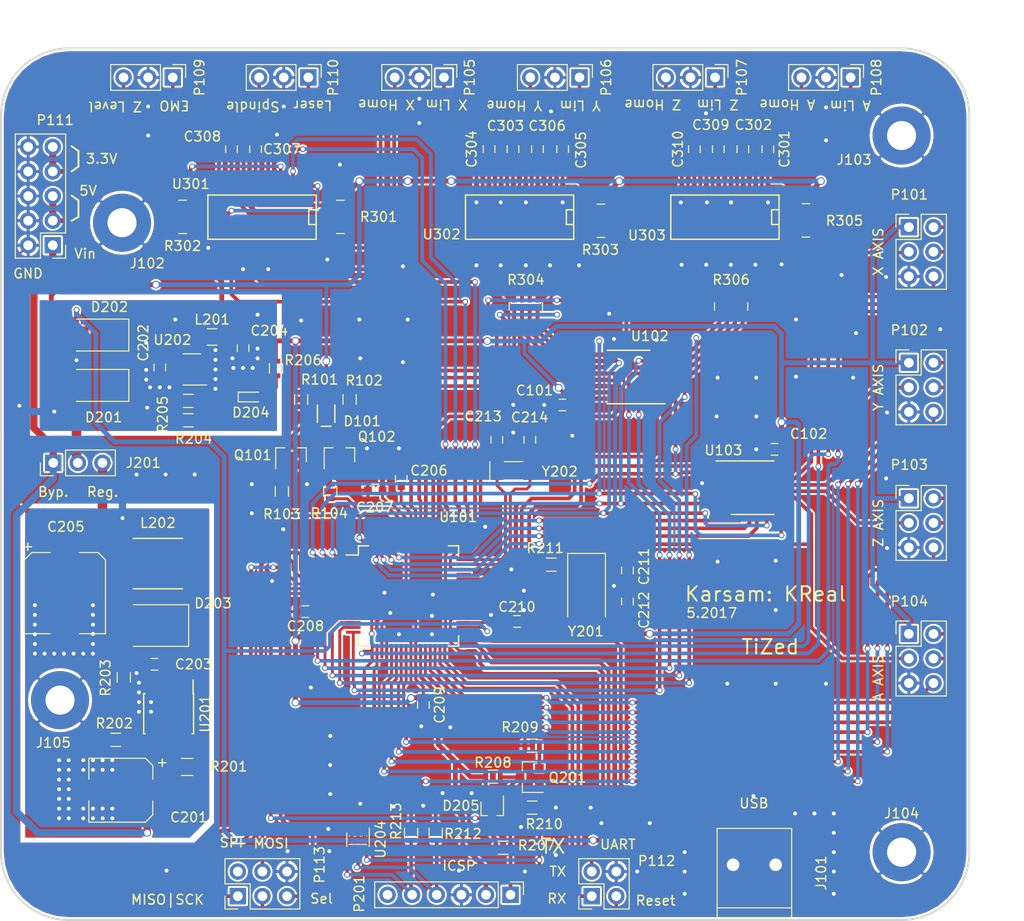
<source format=kicad_pcb>
(kicad_pcb (version 4) (host pcbnew 4.0.6)
  (layers (0 F.Cu signal) (31 B.Cu signal) (34 B.Paste user) (35 F.Paste user) (36 B.SilkS user) (37 F.SilkS user) (38 B.Mask user) (39 F.Mask user) (44 Edge.Cuts user))
  (net 0 "")
  (net 1 GND)
  (net 2 +3V3)
  (net 3 VIN)
  (net 4 "Net-(C202-Pad1)")
  (net 5 "Net-(C203-Pad1)")
  (net 6 "Net-(C205-Pad1)")
  (net 7 "Net-(C206-Pad1)")
  (net 8 "Net-(C211-Pad1)")
  (net 9 "Net-(C212-Pad1)")
  (net 10 "Net-(C213-Pad1)")
  (net 11 "Net-(C214-Pad1)")
  (net 12 "Net-(C301-Pad1)")
  (net 13 LIMIT_A)
  (net 14 "Net-(C302-Pad1)")
  (net 15 HOME_A)
  (net 16 "Net-(C303-Pad1)")
  (net 17 LIMIT_X)
  (net 18 "Net-(C304-Pad1)")
  (net 19 HOME_X)
  (net 20 "Net-(C305-Pad1)")
  (net 21 LIMIT_Y)
  (net 22 "Net-(C306-Pad1)")
  (net 23 HOME_Y)
  (net 24 "Net-(C307-Pad1)")
  (net 25 EMO)
  (net 26 "Net-(C308-Pad1)")
  (net 27 Z_LEVEL)
  (net 28 "Net-(C309-Pad1)")
  (net 29 LIMIT_Z)
  (net 30 "Net-(C310-Pad1)")
  (net 31 HOME_Z)
  (net 32 +5V)
  (net 33 VBUS)
  (net 34 "Net-(D203-Pad1)")
  (net 35 "Net-(D204-Pad2)")
  (net 36 "/Power and Reset/VPP")
  (net 37 D_P)
  (net 38 D_N)
  (net 39 USB_ID)
  (net 40 "Net-(L201-Pad1)")
  (net 41 STEP_X)
  (net 42 Fault_X)
  (net 43 DIR_X)
  (net 44 ENABLE_X)
  (net 45 STEP_Y)
  (net 46 Fault_Y)
  (net 47 DIR_Y)
  (net 48 ENABLE_Y)
  (net 49 STEP_Z)
  (net 50 Fault_Z)
  (net 51 DIR_Z)
  (net 52 ENABLE_Z)
  (net 53 STEP_A)
  (net 54 Fault_A)
  (net 55 DIR_A)
  (net 56 ENABLE_A)
  (net 57 PWM_S)
  (net 58 PWM_L)
  (net 59 TX)
  (net 60 RX)
  (net 61 Reset)
  (net 62 MISO)
  (net 63 SCK)
  (net 64 MOSI)
  (net 65 SS)
  (net 66 "Net-(P201-Pad1)")
  (net 67 "/Power and Reset/PGD")
  (net 68 "/Power and Reset/PGC")
  (net 69 "Net-(Q201-Pad2)")
  (net 70 /Led_a)
  (net 71 "Net-(D101-Pad2)")
  (net 72 /Led_b)
  (net 73 "Net-(D101-Pad1)")
  (net 74 "Net-(R201-Pad2)")
  (net 75 "Net-(R202-Pad2)")
  (net 76 "Net-(R204-Pad2)")
  (net 77 "Net-(R211-Pad1)")
  (net 78 /Limit_a_oc)
  (net 79 /Home_a_oc)
  (net 80 /Limit_x_oc)
  (net 81 /Home_x_oc)
  (net 82 /Limit_y_oc)
  (net 83 /Home_y_oc)
  (net 84 /Emo_oc)
  (net 85 /Z_level_oc)
  (net 86 /Limit_z_oc)
  (net 87 /Home_z_oc)
  (net 88 /Logic_Kb)
  (net 89 /Logic_Kc)
  (net 90 /Logic_En)
  (net 91 /Switches_int)
  (net 92 /Faults_int)
  (net 93 /Pwm_s_oc)
  (net 94 /Pwm_l_oc)
  (net 95 /Logic_Ka)
  (net 96 "Net-(R304-Pad1)")
  (net 97 "Net-(R304-Pad2)")
  (net 98 "Net-(R306-Pad1)")
  (net 99 "Net-(R306-Pad2)")
  (net 100 "Net-(R302-Pad3)")
  (net 101 "Net-(R302-Pad4)")
  (net 102 "Net-(R304-Pad3)")
  (net 103 "Net-(R304-Pad4)")
  (net 104 "Net-(R306-Pad3)")
  (net 105 "Net-(R306-Pad4)")
  (net 106 "Net-(P113-Pad2)")
  (net 107 "Net-(P201-Pad6)")
  (net 108 "Net-(U101-Pad45)")
  (net 109 "Net-(U101-Pad51)")
  (net 110 "Net-(D101-Pad3)")
  (net 111 "Net-(D101-Pad4)")
  (net 112 "Net-(Q101-Pad1)")
  (net 113 "Net-(Q102-Pad1)")
  (module Housings_SSOP:TSSOP-16_4.4x5mm_Pitch0.65mm (layer F.Cu) (at 139.8 80.896 180)
    (fp_text reference U102 (at -2.2 4.196 180) (layer F.SilkS))
    (fp_text value CD4048B)
    (pad 1 smd rect (at -2.95 -2.275 180) (size 1.5 0.45) (layers F.Cu F.Paste F.Mask) (net 91 /Switches_int))
    (pad 2 smd rect (at -2.95 -1.625 180) (size 1.5 0.45) (layers F.Cu F.Paste F.Mask) (net 90 /Logic_En))
    (pad 3 smd rect (at -2.95 -0.975 180) (size 1.5 0.45) (layers F.Cu F.Paste F.Mask) (net 78 /Limit_a_oc))
    (pad 4 smd rect (at -2.95 -0.325 180) (size 1.5 0.45) (layers F.Cu F.Paste F.Mask) (net 79 /Home_a_oc))
    (pad 5 smd rect (at -2.95 0.325 180) (size 1.5 0.45) (layers F.Cu F.Paste F.Mask) (net 86 /Limit_z_oc))
    (pad 6 smd rect (at -2.95 0.975 180) (size 1.5 0.45) (layers F.Cu F.Paste F.Mask) (net 87 /Home_z_oc))
    (pad 7 smd rect (at -2.95 1.625 180) (size 1.5 0.45) (layers F.Cu F.Paste F.Mask) (net 88 /Logic_Kb))
    (pad 8 smd rect (at -2.95 2.275 180) (size 1.5 0.45) (layers F.Cu F.Paste F.Mask) (net 1 GND))
    (pad 9 smd rect (at 2.95 2.275 180) (size 1.5 0.45) (layers F.Cu F.Paste F.Mask) (net 89 /Logic_Kc))
    (pad 10 smd rect (at 2.95 1.625 180) (size 1.5 0.45) (layers F.Cu F.Paste F.Mask) (net 95 /Logic_Ka))
    (pad 11 smd rect (at 2.95 0.975 180) (size 1.5 0.45) (layers F.Cu F.Paste F.Mask) (net 82 /Limit_y_oc))
    (pad 12 smd rect (at 2.95 0.325 180) (size 1.5 0.45) (layers F.Cu F.Paste F.Mask) (net 83 /Home_y_oc))
    (pad 13 smd rect (at 2.95 -0.325 180) (size 1.5 0.45) (layers F.Cu F.Paste F.Mask) (net 80 /Limit_x_oc))
    (pad 14 smd rect (at 2.95 -0.975 180) (size 1.5 0.45) (layers F.Cu F.Paste F.Mask) (net 81 /Home_x_oc))
    (pad 15 smd rect (at 2.95 -1.625 180) (size 1.5 0.45) (layers F.Cu F.Paste F.Mask) (net 1 GND))
    (pad 16 smd rect (at 2.95 -2.275 180) (size 1.5 0.45) (layers F.Cu F.Paste F.Mask) (net 2 +3V3))
  )
  (module Crystals:Crystal_SMD_MicroCrystal_CC5V-T1A-2pin_4.1x1.5mm (layer F.Cu) (at 127.93 90.62)
    (fp_text reference Y202 (at 4.77 0.08) (layer F.SilkS))
    (fp_text value 32.768kHz)
    (pad 1 smd rect (at -1.7 0) (size 1.1 1.9) (layers F.Cu F.Paste F.Mask) (net 10 "Net-(C213-Pad1)"))
    (pad 2 smd rect (at 1.7 0) (size 1.1 1.9) (layers F.Cu F.Paste F.Mask) (net 11 "Net-(C214-Pad1)"))
  )
  (module Housings_QFP:TQFP-64_10x10mm_Pitch0.5mm (layer F.Cu) (at 117.08 103.54)
    (fp_text reference U101 (at 5.12 -8.14) (layer F.SilkS))
    (fp_text value PIC32MX775F)
    (pad 1 smd rect (at -5.7 -3.75) (size 1.5 0.3) (layers F.Cu F.Paste F.Mask) (net 88 /Logic_Kb))
    (pad 2 smd rect (at -5.7 -3.25) (size 1.5 0.3) (layers F.Cu F.Paste F.Mask) (net 89 /Logic_Kc))
    (pad 3 smd rect (at -5.7 -2.75) (size 1.5 0.3) (layers F.Cu F.Paste F.Mask) (net 90 /Logic_En))
    (pad 4 smd rect (at -5.7 -2.25) (size 1.5 0.3) (layers F.Cu F.Paste F.Mask) (net 63 SCK))
    (pad 5 smd rect (at -5.7 -1.75) (size 1.5 0.3) (layers F.Cu F.Paste F.Mask) (net 64 MOSI))
    (pad 6 smd rect (at -5.7 -1.25) (size 1.5 0.3) (layers F.Cu F.Paste F.Mask) (net 62 MISO))
    (pad 7 smd rect (at -5.7 -0.75) (size 1.5 0.3) (layers F.Cu F.Paste F.Mask) (net 36 "/Power and Reset/VPP"))
    (pad 8 smd rect (at -5.7 -0.25) (size 1.5 0.3) (layers F.Cu F.Paste F.Mask) (net 65 SS))
    (pad 9 smd rect (at -5.7 0.25) (size 1.5 0.3) (layers F.Cu F.Paste F.Mask) (net 1 GND))
    (pad 10 smd rect (at -5.7 0.75) (size 1.5 0.3) (layers F.Cu F.Paste F.Mask) (net 2 +3V3))
    (pad 11 smd rect (at -5.7 1.25) (size 1.5 0.3) (layers F.Cu F.Paste F.Mask) (net 43 DIR_X))
    (pad 12 smd rect (at -5.7 1.75) (size 1.5 0.3) (layers F.Cu F.Paste F.Mask) (net 41 STEP_X))
    (pad 13 smd rect (at -5.7 2.25) (size 1.5 0.3) (layers F.Cu F.Paste F.Mask) (net 79 /Home_a_oc))
    (pad 14 smd rect (at -5.7 2.75) (size 1.5 0.3) (layers F.Cu F.Paste F.Mask) (net 78 /Limit_a_oc))
    (pad 15 smd rect (at -5.7 3.25) (size 1.5 0.3) (layers F.Cu F.Paste F.Mask) (net 87 /Home_z_oc))
    (pad 16 smd rect (at -5.7 3.75) (size 1.5 0.3) (layers F.Cu F.Paste F.Mask) (net 86 /Limit_z_oc))
    (pad 17 smd rect (at -3.75 5.7 90) (size 1.5 0.3) (layers F.Cu F.Paste F.Mask) (net 44 ENABLE_X))
    (pad 18 smd rect (at -3.25 5.7 90) (size 1.5 0.3) (layers F.Cu F.Paste F.Mask) (net 45 STEP_Y))
    (pad 19 smd rect (at -2.75 5.7 90) (size 1.5 0.3) (layers F.Cu F.Paste F.Mask) (net 2 +3V3))
    (pad 20 smd rect (at -2.25 5.7 90) (size 1.5 0.3) (layers F.Cu F.Paste F.Mask) (net 1 GND))
    (pad 21 smd rect (at -1.75 5.7 90) (size 1.5 0.3) (layers F.Cu F.Paste F.Mask) (net 47 DIR_Y))
    (pad 22 smd rect (at -1.25 5.7 90) (size 1.5 0.3) (layers F.Cu F.Paste F.Mask) (net 48 ENABLE_Y))
    (pad 23 smd rect (at -0.75 5.7 90) (size 1.5 0.3) (layers F.Cu F.Paste F.Mask) (net 49 STEP_Z))
    (pad 24 smd rect (at -0.25 5.7 90) (size 1.5 0.3) (layers F.Cu F.Paste F.Mask) (net 51 DIR_Z))
    (pad 25 smd rect (at 0.25 5.7 90) (size 1.5 0.3) (layers F.Cu F.Paste F.Mask) (net 1 GND))
    (pad 26 smd rect (at 0.75 5.7 90) (size 1.5 0.3) (layers F.Cu F.Paste F.Mask) (net 2 +3V3))
    (pad 27 smd rect (at 1.25 5.7 90) (size 1.5 0.3) (layers F.Cu F.Paste F.Mask) (net 52 ENABLE_Z))
    (pad 28 smd rect (at 1.75 5.7 90) (size 1.5 0.3) (layers F.Cu F.Paste F.Mask) (net 53 STEP_A))
    (pad 29 smd rect (at 2.25 5.7 90) (size 1.5 0.3) (layers F.Cu F.Paste F.Mask) (net 55 DIR_A))
    (pad 30 smd rect (at 2.75 5.7 90) (size 1.5 0.3) (layers F.Cu F.Paste F.Mask) (net 56 ENABLE_A))
    (pad 31 smd rect (at 3.25 5.7 90) (size 1.5 0.3) (layers F.Cu F.Paste F.Mask) (net 60 RX))
    (pad 32 smd rect (at 3.75 5.7 90) (size 1.5 0.3) (layers F.Cu F.Paste F.Mask) (net 59 TX))
    (pad 33 smd rect (at 5.7 3.75) (size 1.5 0.3) (layers F.Cu F.Paste F.Mask) (net 39 USB_ID))
    (pad 34 smd rect (at 5.7 3.25) (size 1.5 0.3) (layers F.Cu F.Paste F.Mask) (net 33 VBUS))
    (pad 35 smd rect (at 5.7 2.75) (size 1.5 0.3) (layers F.Cu F.Paste F.Mask) (net 2 +3V3))
    (pad 36 smd rect (at 5.7 2.25) (size 1.5 0.3) (layers F.Cu F.Paste F.Mask) (net 38 D_N))
    (pad 37 smd rect (at 5.7 1.75) (size 1.5 0.3) (layers F.Cu F.Paste F.Mask) (net 37 D_P))
    (pad 38 smd rect (at 5.7 1.25) (size 1.5 0.3) (layers F.Cu F.Paste F.Mask) (net 2 +3V3))
    (pad 39 smd rect (at 5.7 0.75) (size 1.5 0.3) (layers F.Cu F.Paste F.Mask) (net 9 "Net-(C212-Pad1)"))
    (pad 40 smd rect (at 5.7 0.25) (size 1.5 0.3) (layers F.Cu F.Paste F.Mask) (net 77 "Net-(R211-Pad1)"))
    (pad 41 smd rect (at 5.7 -0.25) (size 1.5 0.3) (layers F.Cu F.Paste F.Mask) (net 1 GND))
    (pad 42 smd rect (at 5.7 -0.75) (size 1.5 0.3) (layers F.Cu F.Paste F.Mask) (net 85 /Z_level_oc))
    (pad 43 smd rect (at 5.7 -1.25) (size 1.5 0.3) (layers F.Cu F.Paste F.Mask) (net 92 /Faults_int))
    (pad 44 smd rect (at 5.7 -1.75) (size 1.5 0.3) (layers F.Cu F.Paste F.Mask) (net 91 /Switches_int))
    (pad 45 smd rect (at 5.7 -2.25) (size 1.5 0.3) (layers F.Cu F.Paste F.Mask) (net 108 "Net-(U101-Pad45)"))
    (pad 46 smd rect (at 5.7 -2.75) (size 1.5 0.3) (layers F.Cu F.Paste F.Mask) (net 84 /Emo_oc))
    (pad 47 smd rect (at 5.7 -3.25) (size 1.5 0.3) (layers F.Cu F.Paste F.Mask) (net 11 "Net-(C214-Pad1)"))
    (pad 48 smd rect (at 5.7 -3.75) (size 1.5 0.3) (layers F.Cu F.Paste F.Mask) (net 10 "Net-(C213-Pad1)"))
    (pad 49 smd rect (at 3.75 -5.7 90) (size 1.5 0.3) (layers F.Cu F.Paste F.Mask) (net 93 /Pwm_s_oc))
    (pad 50 smd rect (at 3.25 -5.7 90) (size 1.5 0.3) (layers F.Cu F.Paste F.Mask) (net 94 /Pwm_l_oc))
    (pad 51 smd rect (at 2.75 -5.7 90) (size 1.5 0.3) (layers F.Cu F.Paste F.Mask) (net 109 "Net-(U101-Pad51)"))
    (pad 52 smd rect (at 2.25 -5.7 90) (size 1.5 0.3) (layers F.Cu F.Paste F.Mask) (net 80 /Limit_x_oc))
    (pad 53 smd rect (at 1.75 -5.7 90) (size 1.5 0.3) (layers F.Cu F.Paste F.Mask) (net 81 /Home_x_oc))
    (pad 54 smd rect (at 1.25 -5.7 90) (size 1.5 0.3) (layers F.Cu F.Paste F.Mask) (net 82 /Limit_y_oc))
    (pad 55 smd rect (at 0.75 -5.7 90) (size 1.5 0.3) (layers F.Cu F.Paste F.Mask) (net 83 /Home_y_oc))
    (pad 56 smd rect (at 0.25 -5.7 90) (size 1.5 0.3) (layers F.Cu F.Paste F.Mask) (net 7 "Net-(C206-Pad1)"))
    (pad 57 smd rect (at -0.25 -5.7 90) (size 1.5 0.3) (layers F.Cu F.Paste F.Mask) (net 2 +3V3))
    (pad 58 smd rect (at -0.75 -5.7 90) (size 1.5 0.3) (layers F.Cu F.Paste F.Mask) (net 70 /Led_a))
    (pad 59 smd rect (at -1.25 -5.7 90) (size 1.5 0.3) (layers F.Cu F.Paste F.Mask) (net 72 /Led_b))
    (pad 60 smd rect (at -1.75 -5.7 90) (size 1.5 0.3) (layers F.Cu F.Paste F.Mask) (net 42 Fault_X))
    (pad 61 smd rect (at -2.25 -5.7 90) (size 1.5 0.3) (layers F.Cu F.Paste F.Mask) (net 46 Fault_Y))
    (pad 62 smd rect (at -2.75 -5.7 90) (size 1.5 0.3) (layers F.Cu F.Paste F.Mask) (net 50 Fault_Z))
    (pad 63 smd rect (at -3.25 -5.7 90) (size 1.5 0.3) (layers F.Cu F.Paste F.Mask) (net 54 Fault_A))
    (pad 64 smd rect (at -3.75 -5.7 90) (size 1.5 0.3) (layers F.Cu F.Paste F.Mask) (net 95 /Logic_Ka))
  )
  (module Pin_Headers:Pin_Header_Straight_2x03_Pitch2.54mm (layer F.Cu) (at 168.752 79.46)
    (fp_text reference P102 (at 0.048 -3.36) (layer F.SilkS))
    (fp_text value "Y AXIS" (at -3.152 2.54 90) (layer F.SilkS))
    (pad 1 thru_hole rect (at 0 0) (size 1.7 1.7) (drill 1) (layers *.Cu *.Mask) (net 2 +3V3))
    (pad 2 thru_hole oval (at 2.54 0) (size 1.7 1.7) (drill 1) (layers *.Cu *.Mask) (net 45 STEP_Y))
    (pad 3 thru_hole oval (at 0 2.54) (size 1.7 1.7) (drill 1) (layers *.Cu *.Mask) (net 46 Fault_Y))
    (pad 4 thru_hole oval (at 2.54 2.54) (size 1.7 1.7) (drill 1) (layers *.Cu *.Mask) (net 47 DIR_Y))
    (pad 5 thru_hole oval (at 0 5.08) (size 1.7 1.7) (drill 1) (layers *.Cu *.Mask) (net 1 GND))
    (pad 6 thru_hole oval (at 2.54 5.08) (size 1.7 1.7) (drill 1) (layers *.Cu *.Mask) (net 48 ENABLE_Y))
  )
  (module Capacitors_SMD:C_0603 (layer F.Cu) (at 132.976 83.82)
    (fp_text reference C101 (at -2.876 -1.5) (layer F.SilkS))
    (fp_text value 100n)
    (pad 1 smd rect (at -0.75 0) (size 0.8 0.75) (layers F.Cu F.Paste F.Mask) (net 1 GND))
    (pad 2 smd rect (at 0.75 0) (size 0.8 0.75) (layers F.Cu F.Paste F.Mask) (net 2 +3V3))
  )
  (module Capacitors_SMD:C_0603 (layer F.Cu) (at 154.872 88.4)
    (fp_text reference C102 (at 3.528 -1.6) (layer F.SilkS))
    (fp_text value 100n)
    (pad 1 smd rect (at -0.75 0) (size 0.8 0.75) (layers F.Cu F.Paste F.Mask) (net 1 GND))
    (pad 2 smd rect (at 0.75 0) (size 0.8 0.75) (layers F.Cu F.Paste F.Mask) (net 2 +3V3))
  )
  (module Capacitors_SMD:CP_Elec_6.3x7.7 (layer F.Cu) (at 87.377916 123.598822 180)
    (fp_text reference C201 (at -7.022084 -2.801178 180) (layer F.SilkS))
    (fp_text value 100u)
    (fp_text user + (at -4.28 2.91 180) (layer F.SilkS))
    (pad 1 smd rect (at -2.7 0) (size 3.5 1.6) (layers F.Cu F.Paste F.Mask) (net 3 VIN))
    (pad 2 smd rect (at 2.7 0) (size 3.5 1.6) (layers F.Cu F.Paste F.Mask) (net 1 GND))
  )
  (module Capacitors_SMD:C_0603 (layer F.Cu) (at 91.4 79.95 270)
    (fp_text reference C202 (at -2.55 1.7 270) (layer F.SilkS))
    (fp_text value 4.7u)
    (pad 1 smd rect (at -0.75 0 270) (size 0.8 0.75) (layers F.Cu F.Paste F.Mask) (net 4 "Net-(C202-Pad1)"))
    (pad 2 smd rect (at 0.75 0 270) (size 0.8 0.75) (layers F.Cu F.Paste F.Mask) (net 1 GND))
  )
  (module Capacitors_SMD:C_0603 (layer F.Cu) (at 90.85 110.6 180)
    (fp_text reference C203 (at -4.05 0 180) (layer F.SilkS))
    (fp_text value 220p)
    (pad 1 smd rect (at -0.75 0 180) (size 0.8 0.75) (layers F.Cu F.Paste F.Mask) (net 5 "Net-(C203-Pad1)"))
    (pad 2 smd rect (at 0.75 0 180) (size 0.8 0.75) (layers F.Cu F.Paste F.Mask) (net 1 GND))
  )
  (module Capacitors_SMD:C_0603 (layer F.Cu) (at 100 77.95 270)
    (fp_text reference C204 (at -1.8 -2.7 360) (layer F.SilkS))
    (fp_text value 10u)
    (pad 1 smd rect (at -0.75 0 270) (size 0.8 0.75) (layers F.Cu F.Paste F.Mask) (net 2 +3V3))
    (pad 2 smd rect (at 0.75 0 270) (size 0.8 0.75) (layers F.Cu F.Paste F.Mask) (net 1 GND))
  )
  (module Capacitors_SMD:CP_Elec_8x10 (layer F.Cu) (at 81.6 103.25 270)
    (fp_text reference C205 (at -6.85 -0.1 360) (layer F.SilkS))
    (fp_text value 330u)
    (fp_text user + (at -4.78 3.9 270) (layer F.SilkS))
    (pad 1 smd rect (at -3.05 0 90) (size 4 2.5) (layers F.Cu F.Paste F.Mask) (net 6 "Net-(C205-Pad1)"))
    (pad 2 smd rect (at 3.05 0 90) (size 4 2.5) (layers F.Cu F.Paste F.Mask) (net 1 GND))
  )
  (module Capacitors_SMD:C_0603 (layer F.Cu) (at 116.332 91.452 90)
    (fp_text reference C206 (at 0.852 2.868 180) (layer F.SilkS))
    (fp_text value 10uF)
    (pad 1 smd rect (at -0.75 0 90) (size 0.8 0.75) (layers F.Cu F.Paste F.Mask) (net 7 "Net-(C206-Pad1)"))
    (pad 2 smd rect (at 0.75 0 90) (size 0.8 0.75) (layers F.Cu F.Paste F.Mask) (net 1 GND))
  )
  (module Capacitors_SMD:C_0603 (layer F.Cu) (at 113.65 92.6 180)
    (fp_text reference C207 (at 0.05 -1.8 180) (layer F.SilkS))
    (fp_text value 10nF)
    (pad 1 smd rect (at -0.75 0 180) (size 0.8 0.75) (layers F.Cu F.Paste F.Mask) (net 2 +3V3))
    (pad 2 smd rect (at 0.75 0 180) (size 0.8 0.75) (layers F.Cu F.Paste F.Mask) (net 1 GND))
  )
  (module Capacitors_SMD:C_0603 (layer F.Cu) (at 106.438 105.156 180)
    (fp_text reference C208 (at 0 -1.5 180) (layer F.SilkS))
    (fp_text value 10nF)
    (pad 1 smd rect (at -0.75 0 180) (size 0.8 0.75) (layers F.Cu F.Paste F.Mask) (net 2 +3V3))
    (pad 2 smd rect (at 0.75 0 180) (size 0.8 0.75) (layers F.Cu F.Paste F.Mask) (net 1 GND))
  )
  (module Capacitors_SMD:C_0603 (layer F.Cu) (at 118.618 114.796 270)
    (fp_text reference C209 (at 0 -1.682 270) (layer F.SilkS))
    (fp_text value 10nF)
    (pad 1 smd rect (at -0.75 0 270) (size 0.8 0.75) (layers F.Cu F.Paste F.Mask) (net 2 +3V3))
    (pad 2 smd rect (at 0.75 0 270) (size 0.8 0.75) (layers F.Cu F.Paste F.Mask) (net 1 GND))
  )
  (module Capacitors_SMD:C_0603 (layer F.Cu) (at 128.282 106.172)
    (fp_text reference C210 (at 0 -1.5) (layer F.SilkS))
    (fp_text value 10nF)
    (pad 1 smd rect (at -0.75 0) (size 0.8 0.75) (layers F.Cu F.Paste F.Mask) (net 2 +3V3))
    (pad 2 smd rect (at 0.75 0) (size 0.8 0.75) (layers F.Cu F.Paste F.Mask) (net 1 GND))
  )
  (module Capacitors_SMD:C_0603 (layer F.Cu) (at 139.69 100.91 270)
    (fp_text reference C211 (at -0.41 -1.71 270) (layer F.SilkS))
    (fp_text value 30pF)
    (pad 1 smd rect (at -0.75 0 270) (size 0.8 0.75) (layers F.Cu F.Paste F.Mask) (net 8 "Net-(C211-Pad1)"))
    (pad 2 smd rect (at 0.75 0 270) (size 0.8 0.75) (layers F.Cu F.Paste F.Mask) (net 1 GND))
  )
  (module Capacitors_SMD:C_0603 (layer F.Cu) (at 139.69 104.12 90)
    (fp_text reference C212 (at -0.88 1.71 90) (layer F.SilkS))
    (fp_text value 30pF)
    (pad 1 smd rect (at -0.75 0 90) (size 0.8 0.75) (layers F.Cu F.Paste F.Mask) (net 9 "Net-(C212-Pad1)"))
    (pad 2 smd rect (at 0.75 0 90) (size 0.8 0.75) (layers F.Cu F.Paste F.Mask) (net 1 GND))
  )
  (module Capacitors_SMD:C_0603 (layer F.Cu) (at 126.2 87.42 90)
    (fp_text reference C213 (at 2.42 -1.4 180) (layer F.SilkS))
    (fp_text value 11pF)
    (pad 1 smd rect (at -0.75 0 90) (size 0.8 0.75) (layers F.Cu F.Paste F.Mask) (net 10 "Net-(C213-Pad1)"))
    (pad 2 smd rect (at 0.75 0 90) (size 0.8 0.75) (layers F.Cu F.Paste F.Mask) (net 1 GND))
  )
  (module Capacitors_SMD:C_0603 (layer F.Cu) (at 129.61 87.42 90)
    (fp_text reference C214 (at 2.32 -0.01 180) (layer F.SilkS))
    (fp_text value 11pF)
    (pad 1 smd rect (at -0.75 0 90) (size 0.8 0.75) (layers F.Cu F.Paste F.Mask) (net 11 "Net-(C214-Pad1)"))
    (pad 2 smd rect (at 0.75 0 90) (size 0.8 0.75) (layers F.Cu F.Paste F.Mask) (net 1 GND))
  )
  (module Capacitors_SMD:C_0603 (layer F.Cu) (at 154.19 57.4 90)
    (fp_text reference C301 (at 0 1.71 90) (layer F.SilkS))
    (fp_text value 100n)
    (pad 1 smd rect (at -0.75 0 90) (size 0.8 0.75) (layers F.Cu F.Paste F.Mask) (net 12 "Net-(C301-Pad1)"))
    (pad 2 smd rect (at 0.75 0 90) (size 0.8 0.75) (layers F.Cu F.Paste F.Mask) (net 13 LIMIT_A))
  )
  (module Capacitors_SMD:C_0603 (layer F.Cu) (at 151.61 57.4 90)
    (fp_text reference C302 (at 2.5 1.09 180) (layer F.SilkS))
    (fp_text value 100n)
    (pad 1 smd rect (at -0.75 0 90) (size 0.8 0.75) (layers F.Cu F.Paste F.Mask) (net 14 "Net-(C302-Pad1)"))
    (pad 2 smd rect (at 0.75 0 90) (size 0.8 0.75) (layers F.Cu F.Paste F.Mask) (net 15 HOME_A))
  )
  (module Capacitors_SMD:C_0603 (layer F.Cu) (at 127.87 57.4 90)
    (fp_text reference C303 (at 2.4 -0.77 180) (layer F.SilkS))
    (fp_text value 100n)
    (pad 1 smd rect (at -0.75 0 90) (size 0.8 0.75) (layers F.Cu F.Paste F.Mask) (net 16 "Net-(C303-Pad1)"))
    (pad 2 smd rect (at 0.75 0 90) (size 0.8 0.75) (layers F.Cu F.Paste F.Mask) (net 17 LIMIT_X))
  )
  (module Capacitors_SMD:C_0603 (layer F.Cu) (at 125.4 57.4 90)
    (fp_text reference C304 (at 0 -1.8 90) (layer F.SilkS))
    (fp_text value 100n)
    (pad 1 smd rect (at -0.75 0 90) (size 0.8 0.75) (layers F.Cu F.Paste F.Mask) (net 18 "Net-(C304-Pad1)"))
    (pad 2 smd rect (at 0.75 0 90) (size 0.8 0.75) (layers F.Cu F.Paste F.Mask) (net 19 HOME_X))
  )
  (module Capacitors_SMD:C_0603 (layer F.Cu) (at 133 57.4 90)
    (fp_text reference C305 (at -0.1 1.9 90) (layer F.SilkS))
    (fp_text value 100n)
    (pad 1 smd rect (at -0.75 0 90) (size 0.8 0.75) (layers F.Cu F.Paste F.Mask) (net 20 "Net-(C305-Pad1)"))
    (pad 2 smd rect (at 0.75 0 90) (size 0.8 0.75) (layers F.Cu F.Paste F.Mask) (net 21 LIMIT_Y))
  )
  (module Capacitors_SMD:C_0603 (layer F.Cu) (at 130.4 57.4 90)
    (fp_text reference C306 (at 2.4 1 180) (layer F.SilkS))
    (fp_text value 100n)
    (pad 1 smd rect (at -0.75 0 90) (size 0.8 0.75) (layers F.Cu F.Paste F.Mask) (net 22 "Net-(C306-Pad1)"))
    (pad 2 smd rect (at 0.75 0 90) (size 0.8 0.75) (layers F.Cu F.Paste F.Mask) (net 23 HOME_Y))
  )
  (module Capacitors_SMD:C_0603 (layer F.Cu) (at 101.29 57.4 90)
    (fp_text reference C307 (at 0 2.71 180) (layer F.SilkS))
    (fp_text value 100n)
    (pad 1 smd rect (at -0.75 0 90) (size 0.8 0.75) (layers F.Cu F.Paste F.Mask) (net 24 "Net-(C307-Pad1)"))
    (pad 2 smd rect (at 0.75 0 90) (size 0.8 0.75) (layers F.Cu F.Paste F.Mask) (net 25 EMO))
  )
  (module Capacitors_SMD:C_0603 (layer F.Cu) (at 98.8 57.4 90)
    (fp_text reference C308 (at 1.3 -3 180) (layer F.SilkS))
    (fp_text value 100n)
    (pad 1 smd rect (at -0.75 0 90) (size 0.8 0.75) (layers F.Cu F.Paste F.Mask) (net 26 "Net-(C308-Pad1)"))
    (pad 2 smd rect (at 0.75 0 90) (size 0.8 0.75) (layers F.Cu F.Paste F.Mask) (net 27 Z_LEVEL))
  )
  (module Capacitors_SMD:C_0603 (layer F.Cu) (at 149.07 57.4 90)
    (fp_text reference C309 (at 2.5 -0.77 180) (layer F.SilkS))
    (fp_text value 100n)
    (pad 1 smd rect (at -0.75 0 90) (size 0.8 0.75) (layers F.Cu F.Paste F.Mask) (net 28 "Net-(C309-Pad1)"))
    (pad 2 smd rect (at 0.75 0 90) (size 0.8 0.75) (layers F.Cu F.Paste F.Mask) (net 29 LIMIT_Z))
  )
  (module Capacitors_SMD:C_0603 (layer F.Cu) (at 146.6 57.4 90)
    (fp_text reference C310 (at 0 -1.7 90) (layer F.SilkS))
    (fp_text value 100n)
    (pad 1 smd rect (at -0.75 0 90) (size 0.8 0.75) (layers F.Cu F.Paste F.Mask) (net 30 "Net-(C310-Pad1)"))
    (pad 2 smd rect (at 0.75 0 90) (size 0.8 0.75) (layers F.Cu F.Paste F.Mask) (net 31 HOME_Z))
  )
  (module Diodes_SMD:D_SMA_Standard (layer F.Cu) (at 84.8 81.8 180)
    (fp_text reference D201 (at -0.8 -3.3 180) (layer F.SilkS))
    (fp_text value PMEG6030ETPX)
    (pad 1 smd rect (at -2 0 180) (size 2.5 1.8) (layers F.Cu F.Paste F.Mask) (net 4 "Net-(C202-Pad1)"))
    (pad 2 smd rect (at 2 0 180) (size 2.5 1.8) (layers F.Cu F.Paste F.Mask) (net 32 +5V))
  )
  (module Diodes_SMD:D_SMA_Standard (layer F.Cu) (at 84.8 76.6 180)
    (fp_text reference D202 (at -1.4 2.9 180) (layer F.SilkS))
    (fp_text value PMEG6030ETPX hide)
    (pad 1 smd rect (at -2 0 180) (size 2.5 1.8) (layers F.Cu F.Paste F.Mask) (net 4 "Net-(C202-Pad1)"))
    (pad 2 smd rect (at 2 0 180) (size 2.5 1.8) (layers F.Cu F.Paste F.Mask) (net 33 VBUS))
  )
  (module Diodes_SMD:D_SMB_Standard (layer F.Cu) (at 90.827916 106.6 180)
    (fp_text reference D203 (at -6.072084 2.3 180) (layer F.SilkS))
    (fp_text value 10BQ100PBF)
    (pad 1 smd rect (at -2.15 0 180) (size 2.5 2.3) (layers F.Cu F.Paste F.Mask) (net 34 "Net-(D203-Pad1)"))
    (pad 2 smd rect (at 2.15 0 180) (size 2.5 2.3) (layers F.Cu F.Paste F.Mask) (net 1 GND))
  )
  (module LEDs:LED_0603 (layer F.Cu) (at 100.8 83)
    (fp_text reference D204 (at 0 1.6) (layer F.SilkS))
    (fp_text value "3.3v LED Green")
    (pad 2 smd rect (at 0.8 0 180) (size 0.8 0.8) (layers F.Cu F.Paste F.Mask) (net 35 "Net-(D204-Pad2)"))
    (pad 1 smd rect (at -0.8 0 180) (size 0.8 0.8) (layers F.Cu F.Paste F.Mask) (net 1 GND))
  )
  (module TO_SOT_Packages_SMD:SOT-323_SC-70 (layer F.Cu) (at 125.73 125.492 270)
    (fp_text reference D205 (at -0.292 3.23 360) (layer F.SilkS))
    (fp_text value BAV99W)
    (pad 1 smd rect (at -1 -0.65 180) (size 0.45 0.7) (layers F.Cu F.Paste F.Mask) (net 1 GND))
    (pad 2 smd rect (at -1 0.65 180) (size 0.45 0.7) (layers F.Cu F.Paste F.Mask) (net 2 +3V3))
    (pad 3 smd rect (at 1 0 180) (size 0.45 0.7) (layers F.Cu F.Paste F.Mask) (net 36 "/Power and Reset/VPP"))
  )
  (module Connect:USB_Mini-B (layer F.Cu) (at 152.8 131.5 90)
    (fp_text reference J101 (at -0.65 6.9 90) (layer F.SilkS))
    (fp_text value USB (at 6.55 -0.05 180) (layer F.SilkS))
    (pad 1 smd rect (at 2.8 -1.6 90) (size 2.3 0.5) (layers F.Cu F.Paste F.Mask) (net 33 VBUS))
    (pad 2 smd rect (at 2.8 -0.8 90) (size 2.3 0.5) (layers F.Cu F.Paste F.Mask) (net 37 D_P))
    (pad 3 smd rect (at 2.8 0 90) (size 2.3 0.5) (layers F.Cu F.Paste F.Mask) (net 38 D_N))
    (pad 4 smd rect (at 2.8 0.8 90) (size 2.3 0.5) (layers F.Cu F.Paste F.Mask) (net 39 USB_ID))
    (pad 5 smd rect (at 2.8 1.6 90) (size 2.3 0.5) (layers F.Cu F.Paste F.Mask) (net 1 GND))
    (pad 6 smd rect (at 2.7 -4.45 90) (size 2.5 2) (layers F.Cu F.Paste F.Mask) (net 1 GND))
    (pad 6 smd rect (at -2.8 -4.45 90) (size 2.5 2) (layers F.Cu F.Paste F.Mask) (net 1 GND))
    (pad 6 smd rect (at 2.7 4.45 90) (size 2.5 2) (layers F.Cu F.Paste F.Mask) (net 1 GND))
    (pad 6 smd rect (at -2.8 4.45 90) (size 2.5 2) (layers F.Cu F.Paste F.Mask) (net 1 GND))
    (pad "" np_thru_hole circle (at 0.2 -2.2 90) (size 0.9 0.9) (drill 0.9) (layers *.Cu *.Mask))
    (pad "" np_thru_hole circle (at 0.2 2.2 90) (size 0.9 0.9) (drill 0.9) (layers *.Cu *.Mask))
  )
  (module Mounting_Holes:MountingHole_3mm_Pad (layer F.Cu) (at 87.5 65)
    (fp_text reference J102 (at 2.6 4.2) (layer F.SilkS))
    (fp_text value 3mm)
    (pad 1 thru_hole circle (at 0 0) (size 6 6) (drill 3) (layers *.Cu *.Mask) (net 1 GND))
  )
  (module Mounting_Holes:MountingHole_3mm_Pad (layer F.Cu) (at 168 56)
    (fp_text reference J103 (at -4.9 2.5) (layer F.SilkS))
    (fp_text value 3mm)
    (pad 1 thru_hole circle (at 0 0) (size 6 6) (drill 3) (layers *.Cu *.Mask) (net 1 GND))
  )
  (module Mounting_Holes:MountingHole_3mm_Pad (layer F.Cu) (at 168 130)
    (fp_text reference J104 (at 0 -4) (layer F.SilkS))
    (fp_text value 3mm)
    (pad 1 thru_hole circle (at 0 0) (size 6 6) (drill 3) (layers *.Cu *.Mask) (net 1 GND))
  )
  (module Mounting_Holes:MountingHole_3mm_Pad (layer F.Cu) (at 81.1 114.3)
    (fp_text reference J105 (at -0.7 4.4) (layer F.SilkS))
    (fp_text value 3mm)
    (pad 1 thru_hole circle (at 0 0) (size 6 6) (drill 3) (layers *.Cu *.Mask) (net 1 GND))
  )
  (module Pin_Headers:Pin_Header_Straight_1x03_Pitch2.54mm (layer F.Cu) (at 80.4 89.8 90)
    (fp_text reference J201 (at 0 9.3 180) (layer F.SilkS))
    (fp_text value "5V Bypass")
    (pad 1 thru_hole rect (at 0 0 90) (size 1.7 1.7) (drill 1) (layers *.Cu *.Mask) (net 3 VIN))
    (pad 2 thru_hole oval (at 0 2.54 90) (size 1.7 1.7) (drill 1) (layers *.Cu *.Mask) (net 32 +5V))
    (pad 3 thru_hole oval (at 0 5.08 90) (size 1.7 1.7) (drill 1) (layers *.Cu *.Mask) (net 6 "Net-(C205-Pad1)"))
  )
  (module Capacitors_SMD:C_0805 (layer F.Cu) (at 96.8 76.8)
    (fp_text reference L201 (at 0 -1.8) (layer F.SilkS))
    (fp_text value 2.2u)
    (pad 1 smd rect (at -1 0) (size 1 1.25) (layers F.Cu F.Paste F.Mask) (net 40 "Net-(L201-Pad1)"))
    (pad 2 smd rect (at 1 0) (size 1 1.25) (layers F.Cu F.Paste F.Mask) (net 2 +3V3))
  )
  (module Inductors:Inductor_Taiyo-Yuden_MD-5050 (layer F.Cu) (at 91.2 100.2 180)
    (fp_text reference L202 (at 0 4.2 180) (layer F.SilkS))
    (fp_text value 47u)
    (pad 1 smd rect (at -1.8 0 180) (size 1.5 4.2) (layers F.Cu F.Paste F.Mask) (net 34 "Net-(D203-Pad1)"))
    (pad 2 smd rect (at 1.8 0 180) (size 1.5 4.2) (layers F.Cu F.Paste F.Mask) (net 6 "Net-(C205-Pad1)"))
  )
  (module Pin_Headers:Pin_Header_Straight_2x03_Pitch2.54mm (layer F.Cu) (at 168.752 65.46)
    (fp_text reference P101 (at 0.048 -3.36) (layer F.SilkS))
    (fp_text value "X AXIS" (at -3.152 2.54 90) (layer F.SilkS))
    (pad 1 thru_hole rect (at 0 0) (size 1.7 1.7) (drill 1) (layers *.Cu *.Mask) (net 2 +3V3))
    (pad 2 thru_hole oval (at 2.54 0) (size 1.7 1.7) (drill 1) (layers *.Cu *.Mask) (net 41 STEP_X))
    (pad 3 thru_hole oval (at 0 2.54) (size 1.7 1.7) (drill 1) (layers *.Cu *.Mask) (net 42 Fault_X))
    (pad 4 thru_hole oval (at 2.54 2.54) (size 1.7 1.7) (drill 1) (layers *.Cu *.Mask) (net 43 DIR_X))
    (pad 5 thru_hole oval (at 0 5.08) (size 1.7 1.7) (drill 1) (layers *.Cu *.Mask) (net 1 GND))
    (pad 6 thru_hole oval (at 2.54 5.08) (size 1.7 1.7) (drill 1) (layers *.Cu *.Mask) (net 44 ENABLE_X))
  )
  (module Pin_Headers:Pin_Header_Straight_2x03_Pitch2.54mm (layer F.Cu) (at 168.752 93.46)
    (fp_text reference P103 (at 0.048 -3.46) (layer F.SilkS))
    (fp_text value "Z AXIS" (at -3.152 2.54 90) (layer F.SilkS))
    (pad 1 thru_hole rect (at 0 0) (size 1.7 1.7) (drill 1) (layers *.Cu *.Mask) (net 2 +3V3))
    (pad 2 thru_hole oval (at 2.54 0) (size 1.7 1.7) (drill 1) (layers *.Cu *.Mask) (net 49 STEP_Z))
    (pad 3 thru_hole oval (at 0 2.54) (size 1.7 1.7) (drill 1) (layers *.Cu *.Mask) (net 50 Fault_Z))
    (pad 4 thru_hole oval (at 2.54 2.54) (size 1.7 1.7) (drill 1) (layers *.Cu *.Mask) (net 51 DIR_Z))
    (pad 5 thru_hole oval (at 0 5.08) (size 1.7 1.7) (drill 1) (layers *.Cu *.Mask) (net 1 GND))
    (pad 6 thru_hole oval (at 2.54 5.08) (size 1.7 1.7) (drill 1) (layers *.Cu *.Mask) (net 52 ENABLE_Z))
  )
  (module Pin_Headers:Pin_Header_Straight_2x03_Pitch2.54mm (layer F.Cu) (at 168.752 107.46)
    (fp_text reference P104 (at 0.048 -3.36) (layer F.SilkS))
    (fp_text value "A AXIS" (at -3.152 4.54 90) (layer F.SilkS))
    (pad 1 thru_hole rect (at 0 0) (size 1.7 1.7) (drill 1) (layers *.Cu *.Mask) (net 2 +3V3))
    (pad 2 thru_hole oval (at 2.54 0) (size 1.7 1.7) (drill 1) (layers *.Cu *.Mask) (net 53 STEP_A))
    (pad 3 thru_hole oval (at 0 2.54) (size 1.7 1.7) (drill 1) (layers *.Cu *.Mask) (net 54 Fault_A))
    (pad 4 thru_hole oval (at 2.54 2.54) (size 1.7 1.7) (drill 1) (layers *.Cu *.Mask) (net 55 DIR_A))
    (pad 5 thru_hole oval (at 0 5.08) (size 1.7 1.7) (drill 1) (layers *.Cu *.Mask) (net 1 GND))
    (pad 6 thru_hole oval (at 2.54 5.08) (size 1.7 1.7) (drill 1) (layers *.Cu *.Mask) (net 56 ENABLE_A))
  )
  (module Pin_Headers:Pin_Header_Straight_1x03_Pitch2.54mm (layer F.Cu) (at 120.74 50 270)
    (fp_text reference P105 (at 0 -2.66 270) (layer F.SilkS))
    (fp_text value "X SW")
    (pad 1 thru_hole rect (at 0 0 270) (size 1.7 1.7) (drill 1) (layers *.Cu *.Mask) (net 17 LIMIT_X))
    (pad 2 thru_hole oval (at 0 2.54 270) (size 1.7 1.7) (drill 1) (layers *.Cu *.Mask) (net 1 GND))
    (pad 3 thru_hole oval (at 0 5.08 270) (size 1.7 1.7) (drill 1) (layers *.Cu *.Mask) (net 19 HOME_X))
  )
  (module Pin_Headers:Pin_Header_Straight_1x03_Pitch2.54mm (layer F.Cu) (at 134.74 50 270)
    (fp_text reference P106 (at 0 -2.76 270) (layer F.SilkS))
    (fp_text value "Y SW")
    (pad 1 thru_hole rect (at 0 0 270) (size 1.7 1.7) (drill 1) (layers *.Cu *.Mask) (net 21 LIMIT_Y))
    (pad 2 thru_hole oval (at 0 2.54 270) (size 1.7 1.7) (drill 1) (layers *.Cu *.Mask) (net 1 GND))
    (pad 3 thru_hole oval (at 0 5.08 270) (size 1.7 1.7) (drill 1) (layers *.Cu *.Mask) (net 23 HOME_Y))
  )
  (module Pin_Headers:Pin_Header_Straight_1x03_Pitch2.54mm (layer F.Cu) (at 148.74 50 270)
    (fp_text reference P107 (at 0 -2.76 270) (layer F.SilkS))
    (fp_text value "Z SW")
    (pad 1 thru_hole rect (at 0 0 270) (size 1.7 1.7) (drill 1) (layers *.Cu *.Mask) (net 29 LIMIT_Z))
    (pad 2 thru_hole oval (at 0 2.54 270) (size 1.7 1.7) (drill 1) (layers *.Cu *.Mask) (net 1 GND))
    (pad 3 thru_hole oval (at 0 5.08 270) (size 1.7 1.7) (drill 1) (layers *.Cu *.Mask) (net 31 HOME_Z))
  )
  (module Pin_Headers:Pin_Header_Straight_1x03_Pitch2.54mm (layer F.Cu) (at 162.74 50 270)
    (fp_text reference P108 (at 0 -2.66 270) (layer F.SilkS))
    (fp_text value "A SW")
    (pad 1 thru_hole rect (at 0 0 270) (size 1.7 1.7) (drill 1) (layers *.Cu *.Mask) (net 13 LIMIT_A))
    (pad 2 thru_hole oval (at 0 2.54 270) (size 1.7 1.7) (drill 1) (layers *.Cu *.Mask) (net 1 GND))
    (pad 3 thru_hole oval (at 0 5.08 270) (size 1.7 1.7) (drill 1) (layers *.Cu *.Mask) (net 15 HOME_A))
  )
  (module Pin_Headers:Pin_Header_Straight_1x03_Pitch2.54mm (layer F.Cu) (at 92.74 50 270)
    (fp_text reference P109 (at 0 -2.76 270) (layer F.SilkS))
    (fp_text value "EMO Z SW")
    (pad 1 thru_hole rect (at 0 0 270) (size 1.7 1.7) (drill 1) (layers *.Cu *.Mask) (net 25 EMO))
    (pad 2 thru_hole oval (at 0 2.54 270) (size 1.7 1.7) (drill 1) (layers *.Cu *.Mask) (net 1 GND))
    (pad 3 thru_hole oval (at 0 5.08 270) (size 1.7 1.7) (drill 1) (layers *.Cu *.Mask) (net 27 Z_LEVEL))
  )
  (module Pin_Headers:Pin_Header_Straight_1x03_Pitch2.54mm (layer F.Cu) (at 106.74 50 270)
    (fp_text reference P110 (at 0 -2.56 270) (layer F.SilkS))
    (fp_text value PWM)
    (pad 1 thru_hole rect (at 0 0 270) (size 1.7 1.7) (drill 1) (layers *.Cu *.Mask) (net 58 PWM_L))
    (pad 2 thru_hole oval (at 0 2.54 270) (size 1.7 1.7) (drill 1) (layers *.Cu *.Mask) (net 1 GND))
    (pad 3 thru_hole oval (at 0 5.08 270) (size 1.7 1.7) (drill 1) (layers *.Cu *.Mask) (net 57 PWM_S))
  )
  (module Pin_Headers:Pin_Header_Straight_2x05_Pitch2.54mm (layer F.Cu) (at 80.35 67.33 180)
    (fp_text reference P111 (at -0.25 12.93 180) (layer F.SilkS))
    (fp_text value Power)
    (pad 1 thru_hole rect (at 0 0 180) (size 1.7 1.7) (drill 1) (layers *.Cu *.Mask) (net 3 VIN))
    (pad 2 thru_hole oval (at 2.54 0 180) (size 1.7 1.7) (drill 1) (layers *.Cu *.Mask) (net 1 GND))
    (pad 3 thru_hole oval (at 0 2.54 180) (size 1.7 1.7) (drill 1) (layers *.Cu *.Mask) (net 32 +5V))
    (pad 4 thru_hole oval (at 2.54 2.54 180) (size 1.7 1.7) (drill 1) (layers *.Cu *.Mask) (net 1 GND))
    (pad 5 thru_hole oval (at 0 5.08 180) (size 1.7 1.7) (drill 1) (layers *.Cu *.Mask) (net 32 +5V))
    (pad 6 thru_hole oval (at 2.54 5.08 180) (size 1.7 1.7) (drill 1) (layers *.Cu *.Mask) (net 1 GND))
    (pad 7 thru_hole oval (at 0 7.62 180) (size 1.7 1.7) (drill 1) (layers *.Cu *.Mask) (net 2 +3V3))
    (pad 8 thru_hole oval (at 2.54 7.62 180) (size 1.7 1.7) (drill 1) (layers *.Cu *.Mask) (net 1 GND))
    (pad 9 thru_hole oval (at 0 10.16 180) (size 1.7 1.7) (drill 1) (layers *.Cu *.Mask) (net 2 +3V3))
    (pad 10 thru_hole oval (at 2.54 10.16 180) (size 1.7 1.7) (drill 1) (layers *.Cu *.Mask) (net 1 GND))
  )
  (module Pin_Headers:Pin_Header_Straight_2x02_Pitch2.54mm (layer F.Cu) (at 136 134.54 90)
    (fp_text reference P112 (at 3.64 6.7 180) (layer F.SilkS))
    (fp_text value UART (at 5.34 2.7 180) (layer F.SilkS))
    (pad 1 thru_hole rect (at 0 0 90) (size 1.7 1.7) (drill 1) (layers *.Cu *.Mask) (net 60 RX))
    (pad 2 thru_hole oval (at 2.54 0 90) (size 1.7 1.7) (drill 1) (layers *.Cu *.Mask) (net 59 TX))
    (pad 3 thru_hole oval (at 0 2.54 90) (size 1.7 1.7) (drill 1) (layers *.Cu *.Mask) (net 61 Reset))
    (pad 4 thru_hole oval (at 2.54 2.54 90) (size 1.7 1.7) (drill 1) (layers *.Cu *.Mask) (net 1 GND))
  )
  (module Pin_Headers:Pin_Header_Straight_2x03_Pitch2.54mm (layer F.Cu) (at 99.46 134.54 90)
    (fp_text reference P113 (at 3.24 8.44 90) (layer F.SilkS))
    (fp_text value SPI (at 5.54 -0.66 180) (layer F.SilkS))
    (pad 1 thru_hole rect (at 0 0 90) (size 1.7 1.7) (drill 1) (layers *.Cu *.Mask) (net 62 MISO))
    (pad 2 thru_hole oval (at 2.54 0 90) (size 1.7 1.7) (drill 1) (layers *.Cu *.Mask) (net 106 "Net-(P113-Pad2)"))
    (pad 3 thru_hole oval (at 0 2.54 90) (size 1.7 1.7) (drill 1) (layers *.Cu *.Mask) (net 63 SCK))
    (pad 4 thru_hole oval (at 2.54 2.54 90) (size 1.7 1.7) (drill 1) (layers *.Cu *.Mask) (net 64 MOSI))
    (pad 5 thru_hole oval (at 0 5.08 90) (size 1.7 1.7) (drill 1) (layers *.Cu *.Mask) (net 65 SS))
    (pad 6 thru_hole oval (at 2.54 5.08 90) (size 1.7 1.7) (drill 1) (layers *.Cu *.Mask) (net 1 GND))
  )
  (module Pin_Headers:Pin_Header_Straight_1x06_Pitch2.54mm (layer F.Cu) (at 127.62 134.4 270)
    (fp_text reference P201 (at -0.1 15.62 270) (layer F.SilkS))
    (fp_text value ICSP (at -3 5.32 360) (layer F.SilkS))
    (pad 1 thru_hole rect (at 0 0 270) (size 1.7 1.7) (drill 1) (layers *.Cu *.Mask) (net 66 "Net-(P201-Pad1)"))
    (pad 2 thru_hole oval (at 0 2.54 270) (size 1.7 1.7) (drill 1) (layers *.Cu *.Mask) (net 2 +3V3))
    (pad 3 thru_hole oval (at 0 5.08 270) (size 1.7 1.7) (drill 1) (layers *.Cu *.Mask) (net 1 GND))
    (pad 4 thru_hole oval (at 0 7.62 270) (size 1.7 1.7) (drill 1) (layers *.Cu *.Mask) (net 67 "/Power and Reset/PGD"))
    (pad 5 thru_hole oval (at 0 10.16 270) (size 1.7 1.7) (drill 1) (layers *.Cu *.Mask) (net 68 "/Power and Reset/PGC"))
    (pad 6 thru_hole oval (at 0 12.7 270) (size 1.7 1.7) (drill 1) (layers *.Cu *.Mask) (net 107 "Net-(P201-Pad6)"))
  )
  (module TO_SOT_Packages_SMD:SOT-23 (layer F.Cu) (at 129.6 122.25 180)
    (fp_text reference Q201 (at -3.9 -0.05 180) (layer F.SilkS))
    (fp_text value BSS138)
    (pad 1 smd rect (at -1 -0.95 180) (size 0.9 0.8) (layers F.Cu F.Paste F.Mask) (net 61 Reset))
    (pad 2 smd rect (at -1 0.95 180) (size 0.9 0.8) (layers F.Cu F.Paste F.Mask) (net 69 "Net-(Q201-Pad2)"))
    (pad 3 smd rect (at 1 0 180) (size 0.9 0.8) (layers F.Cu F.Paste F.Mask) (net 66 "Net-(P201-Pad1)"))
  )
  (module Resistors_SMD:R_0603 (layer F.Cu) (at 106 83.25 270)
    (fp_text reference R101 (at -2.05 -1.9 360) (layer F.SilkS))
    (fp_text value 470)
    (pad 1 smd rect (at -0.75 0 270) (size 0.5 0.9) (layers F.Cu F.Paste F.Mask) (net 32 +5V))
    (pad 2 smd rect (at 0.75 0 270) (size 0.5 0.9) (layers F.Cu F.Paste F.Mask) (net 71 "Net-(D101-Pad2)"))
  )
  (module Resistors_SMD:R_0603 (layer F.Cu) (at 111 83.25 270)
    (fp_text reference R102 (at -1.95 -1.5 360) (layer F.SilkS))
    (fp_text value 470)
    (pad 1 smd rect (at -0.75 0 270) (size 0.5 0.9) (layers F.Cu F.Paste F.Mask) (net 32 +5V))
    (pad 2 smd rect (at 0.75 0 270) (size 0.5 0.9) (layers F.Cu F.Paste F.Mask) (net 73 "Net-(D101-Pad1)"))
  )
  (module Resistors_SMD:R_0805 (layer F.Cu) (at 94.227916 121.198822 180)
    (fp_text reference R201 (at -4.29 0.04 180) (layer F.SilkS))
    (fp_text value 0.33)
    (pad 1 smd rect (at -0.95 0 180) (size 0.7 1.3) (layers F.Cu F.Paste F.Mask) (net 3 VIN))
    (pad 2 smd rect (at 0.95 0 180) (size 0.7 1.3) (layers F.Cu F.Paste F.Mask) (net 74 "Net-(R201-Pad2)"))
  )
  (module Resistors_SMD:R_0603 (layer F.Cu) (at 86.85 118.398822)
    (fp_text reference R202 (at -0.15 -1.698822) (layer F.SilkS))
    (fp_text value 1k)
    (pad 1 smd rect (at -0.75 0) (size 0.5 0.9) (layers F.Cu F.Paste F.Mask) (net 1 GND))
    (pad 2 smd rect (at 0.75 0) (size 0.5 0.9) (layers F.Cu F.Paste F.Mask) (net 75 "Net-(R202-Pad2)"))
  )
  (module Resistors_SMD:R_0603 (layer F.Cu) (at 87.677916 111.948822 270)
    (fp_text reference R203 (at 0.051178 1.877916 270) (layer F.SilkS))
    (fp_text value 3k)
    (pad 1 smd rect (at -0.75 0 270) (size 0.5 0.9) (layers F.Cu F.Paste F.Mask) (net 6 "Net-(C205-Pad1)"))
    (pad 2 smd rect (at 0.75 0 270) (size 0.5 0.9) (layers F.Cu F.Paste F.Mask) (net 75 "Net-(R202-Pad2)"))
  )
  (module Resistors_SMD:R_0603 (layer F.Cu) (at 94.35 85.4 180)
    (fp_text reference R204 (at -0.55 -1.9 180) (layer F.SilkS))
    (fp_text value 450k)
    (pad 1 smd rect (at -0.75 0 180) (size 0.5 0.9) (layers F.Cu F.Paste F.Mask) (net 2 +3V3))
    (pad 2 smd rect (at 0.75 0 180) (size 0.5 0.9) (layers F.Cu F.Paste F.Mask) (net 76 "Net-(R204-Pad2)"))
  )
  (module Resistors_SMD:R_0603 (layer F.Cu) (at 94.35 83.4)
    (fp_text reference R205 (at -2.65 1.4 270) (layer F.SilkS))
    (fp_text value 100k)
    (pad 1 smd rect (at -0.75 0) (size 0.5 0.9) (layers F.Cu F.Paste F.Mask) (net 76 "Net-(R204-Pad2)"))
    (pad 2 smd rect (at 0.75 0) (size 0.5 0.9) (layers F.Cu F.Paste F.Mask) (net 1 GND))
  )
  (module Resistors_SMD:R_0603 (layer F.Cu) (at 103.4 80.05 270)
    (fp_text reference R206 (at -0.85 -2.8 360) (layer F.SilkS))
    (fp_text value 680)
    (pad 1 smd rect (at -0.75 0 270) (size 0.5 0.9) (layers F.Cu F.Paste F.Mask) (net 2 +3V3))
    (pad 2 smd rect (at 0.75 0 270) (size 0.5 0.9) (layers F.Cu F.Paste F.Mask) (net 35 "Net-(D204-Pad2)"))
  )
  (module Resistors_SMD:R_0603 (layer F.Cu) (at 126.85 129.54)
    (fp_text reference R207 (at 3.45 -0.24) (layer F.SilkS))
    (fp_text value 51 hide)
    (pad 1 smd rect (at -0.75 0) (size 0.5 0.9) (layers F.Cu F.Paste F.Mask) (net 36 "/Power and Reset/VPP"))
    (pad 2 smd rect (at 0.75 0) (size 0.5 0.9) (layers F.Cu F.Paste F.Mask) (net 66 "Net-(P201-Pad1)"))
  )
  (module Resistors_SMD:R_0603 (layer F.Cu) (at 125.8 122.2)
    (fp_text reference R208 (at 0 -1.45) (layer F.SilkS))
    (fp_text value 10K)
    (pad 1 smd rect (at -0.75 0) (size 0.5 0.9) (layers F.Cu F.Paste F.Mask) (net 2 +3V3))
    (pad 2 smd rect (at 0.75 0) (size 0.5 0.9) (layers F.Cu F.Paste F.Mask) (net 66 "Net-(P201-Pad1)"))
  )
  (module Resistors_SMD:R_0603 (layer F.Cu) (at 129.85 119 180)
    (fp_text reference R209 (at 1.25 1.9 180) (layer F.SilkS))
    (fp_text value 220)
    (pad 1 smd rect (at -0.75 0 180) (size 0.5 0.9) (layers F.Cu F.Paste F.Mask) (net 69 "Net-(Q201-Pad2)"))
    (pad 2 smd rect (at 0.75 0 180) (size 0.5 0.9) (layers F.Cu F.Paste F.Mask) (net 1 GND))
  )
  (module Resistors_SMD:R_0603 (layer F.Cu) (at 129.85 125.4 180)
    (fp_text reference R210 (at -1.25 -1.7 180) (layer F.SilkS))
    (fp_text value 20K)
    (pad 1 smd rect (at -0.75 0 180) (size 0.5 0.9) (layers F.Cu F.Paste F.Mask) (net 61 Reset))
    (pad 2 smd rect (at 0.75 0 180) (size 0.5 0.9) (layers F.Cu F.Paste F.Mask) (net 1 GND))
  )
  (module Resistors_SMD:R_0603 (layer F.Cu) (at 131.83 100.31)
    (fp_text reference R211 (at -0.63 -1.71) (layer F.SilkS))
    (fp_text value 680)
    (pad 1 smd rect (at -0.75 0) (size 0.5 0.9) (layers F.Cu F.Paste F.Mask) (net 77 "Net-(R211-Pad1)"))
    (pad 2 smd rect (at 0.75 0) (size 0.5 0.9) (layers F.Cu F.Paste F.Mask) (net 8 "Net-(C211-Pad1)"))
  )
  (module Resistors_SMD:R_0603 (layer F.Cu) (at 119.888 128.028 270)
    (fp_text reference R212 (at 0.072 -2.812 360) (layer F.SilkS))
    (fp_text value 51 hide)
    (pad 1 smd rect (at -0.75 0 270) (size 0.5 0.9) (layers F.Cu F.Paste F.Mask) (net 45 STEP_Y))
    (pad 2 smd rect (at 0.75 0 270) (size 0.5 0.9) (layers F.Cu F.Paste F.Mask) (net 67 "/Power and Reset/PGD"))
  )
  (module Resistors_SMD:R_0603 (layer F.Cu) (at 117.348 128.028 270)
    (fp_text reference R213 (at -1.228 1.548 270) (layer F.SilkS))
    (fp_text value 51 hide)
    (pad 1 smd rect (at -0.75 0 270) (size 0.5 0.9) (layers F.Cu F.Paste F.Mask) (net 44 ENABLE_X))
    (pad 2 smd rect (at 0.75 0 270) (size 0.5 0.9) (layers F.Cu F.Paste F.Mask) (net 68 "/Power and Reset/PGC"))
  )
  (module Housings_SSOP:TSSOP-16_4.4x5mm_Pitch0.65mm (layer F.Cu) (at 152.622 92.4)
    (fp_text reference U103 (at -3.022 -3.9) (layer F.SilkS))
    (fp_text value CD4048B)
    (pad 1 smd rect (at -2.95 -2.275) (size 1.5 0.45) (layers F.Cu F.Paste F.Mask) (net 92 /Faults_int))
    (pad 2 smd rect (at -2.95 -1.625) (size 1.5 0.45) (layers F.Cu F.Paste F.Mask) (net 90 /Logic_En))
    (pad 3 smd rect (at -2.95 -0.975) (size 1.5 0.45) (layers F.Cu F.Paste F.Mask) (net 1 GND))
    (pad 4 smd rect (at -2.95 -0.325) (size 1.5 0.45) (layers F.Cu F.Paste F.Mask) (net 1 GND))
    (pad 5 smd rect (at -2.95 0.325) (size 1.5 0.45) (layers F.Cu F.Paste F.Mask) (net 1 GND))
    (pad 6 smd rect (at -2.95 0.975) (size 1.5 0.45) (layers F.Cu F.Paste F.Mask) (net 1 GND))
    (pad 7 smd rect (at -2.95 1.625) (size 1.5 0.45) (layers F.Cu F.Paste F.Mask) (net 88 /Logic_Kb))
    (pad 8 smd rect (at -2.95 2.275) (size 1.5 0.45) (layers F.Cu F.Paste F.Mask) (net 1 GND))
    (pad 9 smd rect (at 2.95 2.275) (size 1.5 0.45) (layers F.Cu F.Paste F.Mask) (net 89 /Logic_Kc))
    (pad 10 smd rect (at 2.95 1.625) (size 1.5 0.45) (layers F.Cu F.Paste F.Mask) (net 95 /Logic_Ka))
    (pad 11 smd rect (at 2.95 0.975) (size 1.5 0.45) (layers F.Cu F.Paste F.Mask) (net 54 Fault_A))
    (pad 12 smd rect (at 2.95 0.325) (size 1.5 0.45) (layers F.Cu F.Paste F.Mask) (net 50 Fault_Z))
    (pad 13 smd rect (at 2.95 -0.325) (size 1.5 0.45) (layers F.Cu F.Paste F.Mask) (net 46 Fault_Y))
    (pad 14 smd rect (at 2.95 -0.975) (size 1.5 0.45) (layers F.Cu F.Paste F.Mask) (net 42 Fault_X))
    (pad 15 smd rect (at 2.95 -1.625) (size 1.5 0.45) (layers F.Cu F.Paste F.Mask) (net 1 GND))
    (pad 16 smd rect (at 2.95 -2.275) (size 1.5 0.45) (layers F.Cu F.Paste F.Mask) (net 2 +3V3))
  )
  (module Housings_SOIC:SOIC-8_3.9x4.9mm_Pitch1.27mm (layer F.Cu) (at 92.312916 115.698822 270)
    (fp_text reference U201 (at 0 -3.787084 270) (layer F.SilkS))
    (fp_text value MC34063)
    (pad 1 smd rect (at -2.7 -1.905 270) (size 1.55 0.6) (layers F.Cu F.Paste F.Mask) (net 74 "Net-(R201-Pad2)"))
    (pad 2 smd rect (at -2.7 -0.635 270) (size 1.55 0.6) (layers F.Cu F.Paste F.Mask) (net 34 "Net-(D203-Pad1)"))
    (pad 3 smd rect (at -2.7 0.635 270) (size 1.55 0.6) (layers F.Cu F.Paste F.Mask) (net 5 "Net-(C203-Pad1)"))
    (pad 4 smd rect (at -2.7 1.905 270) (size 1.55 0.6) (layers F.Cu F.Paste F.Mask) (net 1 GND))
    (pad 5 smd rect (at 2.7 1.905 270) (size 1.55 0.6) (layers F.Cu F.Paste F.Mask) (net 75 "Net-(R202-Pad2)"))
    (pad 6 smd rect (at 2.7 0.635 270) (size 1.55 0.6) (layers F.Cu F.Paste F.Mask) (net 3 VIN))
    (pad 7 smd rect (at 2.7 -0.635 270) (size 1.55 0.6) (layers F.Cu F.Paste F.Mask) (net 74 "Net-(R201-Pad2)"))
    (pad 8 smd rect (at 2.7 -1.905 270) (size 1.55 0.6) (layers F.Cu F.Paste F.Mask) (net 74 "Net-(R201-Pad2)"))
  )
  (module TO_SOT_Packages_SMD:SOT-23-5 (layer F.Cu) (at 94.7 80.15 180)
    (fp_text reference U202 (at 2 3.05 180) (layer F.SilkS))
    (fp_text value AP3417C)
    (pad 1 smd rect (at -1.1 -0.95 180) (size 1.06 0.65) (layers F.Cu F.Paste F.Mask) (net 4 "Net-(C202-Pad1)"))
    (pad 2 smd rect (at -1.1 0 180) (size 1.06 0.65) (layers F.Cu F.Paste F.Mask) (net 1 GND))
    (pad 3 smd rect (at -1.1 0.95 180) (size 1.06 0.65) (layers F.Cu F.Paste F.Mask) (net 40 "Net-(L201-Pad1)"))
    (pad 4 smd rect (at 1.1 0.95 180) (size 1.06 0.65) (layers F.Cu F.Paste F.Mask) (net 4 "Net-(C202-Pad1)"))
    (pad 5 smd rect (at 1.1 -0.95 180) (size 1.06 0.65) (layers F.Cu F.Paste F.Mask) (net 76 "Net-(R204-Pad2)"))
  )
  (module TO_SOT_Packages_SMD:SOT-363_SC-70-6 (layer F.Cu) (at 111.872 128.712 270)
    (fp_text reference U204 (at -0.012 -2.328 270) (layer F.SilkS))
    (fp_text value MMBZ5226BTS-3.3v)
    (pad 1 smd rect (at -0.95 -0.65 270) (size 0.65 0.4) (layers F.Cu F.Paste F.Mask) (net 1 GND))
    (pad 3 smd rect (at -0.95 0.65 270) (size 0.65 0.4) (layers F.Cu F.Paste F.Mask) (net 1 GND))
    (pad 5 smd rect (at 0.95 0 270) (size 0.65 0.4) (layers F.Cu F.Paste F.Mask) (net 67 "/Power and Reset/PGD"))
    (pad 2 smd rect (at -0.95 0 270) (size 0.65 0.4) (layers F.Cu F.Paste F.Mask) (net 1 GND))
    (pad 4 smd rect (at 0.95 0.65 270) (size 0.65 0.4) (layers F.Cu F.Paste F.Mask) (net 68 "/Power and Reset/PGC"))
    (pad 6 smd rect (at 0.95 -0.65 270) (size 0.65 0.4) (layers F.Cu F.Paste F.Mask) (net 61 Reset))
  )
  (module SMD_Packages:SO-16-N (layer F.Cu) (at 101.955 64.425 180)
    (fp_text reference U301 (at 7.355 3.425 180) (layer F.SilkS))
    (fp_text value TLP293-4)
    (pad 16 smd rect (at -4.445 -3.175 180) (size 0.508 1.143) (layers F.Cu F.Paste F.Mask) (net 57 PWM_S))
    (pad 14 smd rect (at -1.905 -3.175 180) (size 0.508 1.143) (layers F.Cu F.Paste F.Mask) (net 58 PWM_L))
    (pad 13 smd rect (at -0.635 -3.175 180) (size 0.508 1.143) (layers F.Cu F.Paste F.Mask) (net 1 GND))
    (pad 12 smd rect (at 0.635 -3.175 180) (size 0.508 1.143) (layers F.Cu F.Paste F.Mask) (net 84 /Emo_oc))
    (pad 11 smd rect (at 1.905 -3.175 180) (size 0.508 1.143) (layers F.Cu F.Paste F.Mask) (net 1 GND))
    (pad 10 smd rect (at 3.175 -3.175 180) (size 0.508 1.143) (layers F.Cu F.Paste F.Mask) (net 85 /Z_level_oc))
    (pad 9 smd rect (at 4.445 -3.175 180) (size 0.508 1.143) (layers F.Cu F.Paste F.Mask) (net 1 GND))
    (pad 8 smd rect (at 4.445 3.175 180) (size 0.508 1.143) (layers F.Cu F.Paste F.Mask) (net 27 Z_LEVEL))
    (pad 7 smd rect (at 3.175 3.175 180) (size 0.508 1.143) (layers F.Cu F.Paste F.Mask) (net 26 "Net-(C308-Pad1)"))
    (pad 6 smd rect (at 1.905 3.175 180) (size 0.508 1.143) (layers F.Cu F.Paste F.Mask) (net 25 EMO))
    (pad 5 smd rect (at 0.635 3.175 180) (size 0.508 1.143) (layers F.Cu F.Paste F.Mask) (net 24 "Net-(C307-Pad1)"))
    (pad 4 smd rect (at -0.635 3.175 180) (size 0.508 1.143) (layers F.Cu F.Paste F.Mask) (net 94 /Pwm_l_oc))
    (pad 3 smd rect (at -1.905 3.175 180) (size 0.508 1.143) (layers F.Cu F.Paste F.Mask) (net 101 "Net-(R302-Pad4)"))
    (pad 2 smd rect (at -3.175 3.175 180) (size 0.508 1.143) (layers F.Cu F.Paste F.Mask) (net 93 /Pwm_s_oc))
    (pad 1 smd rect (at -4.445 3.175 180) (size 0.508 1.143) (layers F.Cu F.Paste F.Mask) (net 100 "Net-(R302-Pad3)"))
    (pad 15 smd rect (at -3.175 -3.175 180) (size 0.508 1.143) (layers F.Cu F.Paste F.Mask) (net 1 GND))
  )
  (module SMD_Packages:SO-16-N (layer F.Cu) (at 128.555 64.425 180)
    (fp_text reference U302 (at 8.055 -1.775 360) (layer F.SilkS))
    (fp_text value TLP293-4)
    (pad 16 smd rect (at -4.445 -3.175 180) (size 0.508 1.143) (layers F.Cu F.Paste F.Mask) (net 96 "Net-(R304-Pad1)"))
    (pad 14 smd rect (at -1.905 -3.175 180) (size 0.508 1.143) (layers F.Cu F.Paste F.Mask) (net 97 "Net-(R304-Pad2)"))
    (pad 13 smd rect (at -0.635 -3.175 180) (size 0.508 1.143) (layers F.Cu F.Paste F.Mask) (net 1 GND))
    (pad 12 smd rect (at 0.635 -3.175 180) (size 0.508 1.143) (layers F.Cu F.Paste F.Mask) (net 102 "Net-(R304-Pad3)"))
    (pad 11 smd rect (at 1.905 -3.175 180) (size 0.508 1.143) (layers F.Cu F.Paste F.Mask) (net 1 GND))
    (pad 10 smd rect (at 3.175 -3.175 180) (size 0.508 1.143) (layers F.Cu F.Paste F.Mask) (net 103 "Net-(R304-Pad4)"))
    (pad 9 smd rect (at 4.445 -3.175 180) (size 0.508 1.143) (layers F.Cu F.Paste F.Mask) (net 1 GND))
    (pad 8 smd rect (at 4.445 3.175 180) (size 0.508 1.143) (layers F.Cu F.Paste F.Mask) (net 19 HOME_X))
    (pad 7 smd rect (at 3.175 3.175 180) (size 0.508 1.143) (layers F.Cu F.Paste F.Mask) (net 18 "Net-(C304-Pad1)"))
    (pad 6 smd rect (at 1.905 3.175 180) (size 0.508 1.143) (layers F.Cu F.Paste F.Mask) (net 17 LIMIT_X))
    (pad 5 smd rect (at 0.635 3.175 180) (size 0.508 1.143) (layers F.Cu F.Paste F.Mask) (net 16 "Net-(C303-Pad1)"))
    (pad 4 smd rect (at -0.635 3.175 180) (size 0.508 1.143) (layers F.Cu F.Paste F.Mask) (net 23 HOME_Y))
    (pad 3 smd rect (at -1.905 3.175 180) (size 0.508 1.143) (layers F.Cu F.Paste F.Mask) (net 22 "Net-(C306-Pad1)"))
    (pad 2 smd rect (at -3.175 3.175 180) (size 0.508 1.143) (layers F.Cu F.Paste F.Mask) (net 21 LIMIT_Y))
    (pad 1 smd rect (at -4.445 3.175 180) (size 0.508 1.143) (layers F.Cu F.Paste F.Mask) (net 20 "Net-(C305-Pad1)"))
    (pad 15 smd rect (at -3.175 -3.175 180) (size 0.508 1.143) (layers F.Cu F.Paste F.Mask) (net 1 GND))
  )
  (module SMD_Packages:SO-16-N (layer F.Cu) (at 149.755 64.425 180)
    (fp_text reference U303 (at 8.055 -1.875 360) (layer F.SilkS))
    (fp_text value TLP293-4)
    (pad 16 smd rect (at -4.445 -3.175 180) (size 0.508 1.143) (layers F.Cu F.Paste F.Mask) (net 98 "Net-(R306-Pad1)"))
    (pad 14 smd rect (at -1.905 -3.175 180) (size 0.508 1.143) (layers F.Cu F.Paste F.Mask) (net 99 "Net-(R306-Pad2)"))
    (pad 13 smd rect (at -0.635 -3.175 180) (size 0.508 1.143) (layers F.Cu F.Paste F.Mask) (net 1 GND))
    (pad 12 smd rect (at 0.635 -3.175 180) (size 0.508 1.143) (layers F.Cu F.Paste F.Mask) (net 104 "Net-(R306-Pad3)"))
    (pad 11 smd rect (at 1.905 -3.175 180) (size 0.508 1.143) (layers F.Cu F.Paste F.Mask) (net 1 GND))
    (pad 10 smd rect (at 3.175 -3.175 180) (size 0.508 1.143) (layers F.Cu F.Paste F.Mask) (net 105 "Net-(R306-Pad4)"))
    (pad 9 smd rect (at 4.445 -3.175 180) (size 0.508 1.143) (layers F.Cu F.Paste F.Mask) (net 1 GND))
    (pad 8 smd rect (at 4.445 3.175 180) (size 0.508 1.143) (layers F.Cu F.Paste F.Mask) (net 31 HOME_Z))
    (pad 7 smd rect (at 3.175 3.175 180) (size 0.508 1.143) (layers F.Cu F.Paste F.Mask) (net 30 "Net-(C310-Pad1)"))
    (pad 6 smd rect (at 1.905 3.175 180) (size 0.508 1.143) (layers F.Cu F.Paste F.Mask) (net 29 LIMIT_Z))
    (pad 5 smd rect (at 0.635 3.175 180) (size 0.508 1.143) (layers F.Cu F.Paste F.Mask) (net 28 "Net-(C309-Pad1)"))
    (pad 4 smd rect (at -0.635 3.175 180) (size 0.508 1.143) (layers F.Cu F.Paste F.Mask) (net 15 HOME_A))
    (pad 3 smd rect (at -1.905 3.175 180) (size 0.508 1.143) (layers F.Cu F.Paste F.Mask) (net 14 "Net-(C302-Pad1)"))
    (pad 2 smd rect (at -3.175 3.175 180) (size 0.508 1.143) (layers F.Cu F.Paste F.Mask) (net 13 LIMIT_A))
    (pad 1 smd rect (at -4.445 3.175 180) (size 0.508 1.143) (layers F.Cu F.Paste F.Mask) (net 12 "Net-(C301-Pad1)"))
    (pad 15 smd rect (at -3.175 -3.175 180) (size 0.508 1.143) (layers F.Cu F.Paste F.Mask) (net 1 GND))
  )
  (module Crystals:Crystal_SMD_0603-2pin_6.0x3.5mm (layer F.Cu) (at 135.47 102.5 270)
    (fp_text reference Y201 (at 4.7 0.07 360) (layer F.SilkS))
    (fp_text value 10.0MHz)
    (pad 1 smd rect (at -2.2 0 270) (size 1.9 2.5) (layers F.Cu F.Paste F.Mask) (net 8 "Net-(C211-Pad1)"))
    (pad 2 smd rect (at 2.2 0 270) (size 1.9 2.5) (layers F.Cu F.Paste F.Mask) (net 9 "Net-(C212-Pad1)"))
  )
  (module TiZed:LEDs_AACC_1.6mm_1.5mm (layer F.Cu) (at 108.575 84.725)
    (fp_text reference D101 (at 3.725 0.775) (layer F.SilkS))
    (fp_text value Blue_Red)
    (pad 1 smd rect (at 0.425 -0.725) (size 0.65 0.85) (layers F.Cu F.Paste F.Mask) (net 73 "Net-(D101-Pad1)"))
    (pad 2 smd rect (at -0.425 -0.725) (size 0.65 0.85) (layers F.Cu F.Paste F.Mask) (net 71 "Net-(D101-Pad2)"))
    (pad 3 smd rect (at 0.425 0.725) (size 0.65 0.85) (layers F.Cu F.Paste F.Mask) (net 110 "Net-(D101-Pad3)"))
    (pad 4 smd rect (at -0.425 0.725) (size 0.65 0.85) (layers F.Cu F.Paste F.Mask) (net 111 "Net-(D101-Pad4)"))
  )
  (module Resistors_SMD:R_Array_Concave_4x0603 (layer F.Cu) (at 110.05 64.4)
    (fp_text reference R301 (at 3.95 0) (layer F.SilkS))
    (fp_text value 1k)
    (pad 2 smd rect (at -0.85 -0.4) (size 0.9 0.4) (layers F.Cu F.Paste F.Mask) (net 26 "Net-(C308-Pad1)"))
    (pad 3 smd rect (at -0.85 0.4) (size 0.9 0.4) (layers F.Cu F.Paste F.Mask) (net 58 PWM_L))
    (pad 1 smd rect (at -0.85 -1.2) (size 0.9 0.4) (layers F.Cu F.Paste F.Mask) (net 24 "Net-(C307-Pad1)"))
    (pad 4 smd rect (at -0.85 1.2) (size 0.9 0.4) (layers F.Cu F.Paste F.Mask) (net 57 PWM_S))
    (pad 8 smd rect (at 0.85 -1.2) (size 0.9 0.4) (layers F.Cu F.Paste F.Mask) (net 32 +5V))
    (pad 7 smd rect (at 0.85 -0.4) (size 0.9 0.4) (layers F.Cu F.Paste F.Mask) (net 32 +5V))
    (pad 6 smd rect (at 0.85 0.4) (size 0.9 0.4) (layers F.Cu F.Paste F.Mask) (net 32 +5V))
    (pad 5 smd rect (at 0.85 1.2) (size 0.9 0.4) (layers F.Cu F.Paste F.Mask) (net 32 +5V))
  )
  (module Resistors_SMD:R_Array_Concave_4x0603 (layer F.Cu) (at 93.75 64.4 180)
    (fp_text reference R302 (at 0 -3 180) (layer F.SilkS))
    (fp_text value 1k)
    (pad 2 smd rect (at -0.85 -0.4 180) (size 0.9 0.4) (layers F.Cu F.Paste F.Mask) (net 84 /Emo_oc))
    (pad 3 smd rect (at -0.85 0.4 180) (size 0.9 0.4) (layers F.Cu F.Paste F.Mask) (net 100 "Net-(R302-Pad3)"))
    (pad 1 smd rect (at -0.85 -1.2 180) (size 0.9 0.4) (layers F.Cu F.Paste F.Mask) (net 85 /Z_level_oc))
    (pad 4 smd rect (at -0.85 1.2 180) (size 0.9 0.4) (layers F.Cu F.Paste F.Mask) (net 101 "Net-(R302-Pad4)"))
    (pad 8 smd rect (at 0.85 -1.2 180) (size 0.9 0.4) (layers F.Cu F.Paste F.Mask) (net 2 +3V3))
    (pad 7 smd rect (at 0.85 -0.4 180) (size 0.9 0.4) (layers F.Cu F.Paste F.Mask) (net 2 +3V3))
    (pad 6 smd rect (at 0.85 0.4 180) (size 0.9 0.4) (layers F.Cu F.Paste F.Mask) (net 2 +3V3))
    (pad 5 smd rect (at 0.85 1.2 180) (size 0.9 0.4) (layers F.Cu F.Paste F.Mask) (net 2 +3V3))
  )
  (module Resistors_SMD:R_Array_Concave_4x0603 (layer F.Cu) (at 136.95 64.8)
    (fp_text reference R303 (at -0.05 3) (layer F.SilkS))
    (fp_text value 1k)
    (pad 2 smd rect (at -0.85 -0.4) (size 0.9 0.4) (layers F.Cu F.Paste F.Mask) (net 22 "Net-(C306-Pad1)"))
    (pad 3 smd rect (at -0.85 0.4) (size 0.9 0.4) (layers F.Cu F.Paste F.Mask) (net 16 "Net-(C303-Pad1)"))
    (pad 1 smd rect (at -0.85 -1.2) (size 0.9 0.4) (layers F.Cu F.Paste F.Mask) (net 20 "Net-(C305-Pad1)"))
    (pad 4 smd rect (at -0.85 1.2) (size 0.9 0.4) (layers F.Cu F.Paste F.Mask) (net 18 "Net-(C304-Pad1)"))
    (pad 8 smd rect (at 0.85 -1.2) (size 0.9 0.4) (layers F.Cu F.Paste F.Mask) (net 32 +5V))
    (pad 7 smd rect (at 0.85 -0.4) (size 0.9 0.4) (layers F.Cu F.Paste F.Mask) (net 32 +5V))
    (pad 6 smd rect (at 0.85 0.4) (size 0.9 0.4) (layers F.Cu F.Paste F.Mask) (net 32 +5V))
    (pad 5 smd rect (at 0.85 1.2) (size 0.9 0.4) (layers F.Cu F.Paste F.Mask) (net 32 +5V))
  )
  (module Resistors_SMD:R_Array_Concave_4x0603 (layer F.Cu) (at 129.2 73.65 270)
    (fp_text reference R304 (at -2.75 0 360) (layer F.SilkS))
    (fp_text value 1k)
    (pad 2 smd rect (at -0.85 -0.4 270) (size 0.9 0.4) (layers F.Cu F.Paste F.Mask) (net 97 "Net-(R304-Pad2)"))
    (pad 3 smd rect (at -0.85 0.4 270) (size 0.9 0.4) (layers F.Cu F.Paste F.Mask) (net 102 "Net-(R304-Pad3)"))
    (pad 1 smd rect (at -0.85 -1.2 270) (size 0.9 0.4) (layers F.Cu F.Paste F.Mask) (net 96 "Net-(R304-Pad1)"))
    (pad 4 smd rect (at -0.85 1.2 270) (size 0.9 0.4) (layers F.Cu F.Paste F.Mask) (net 103 "Net-(R304-Pad4)"))
    (pad 8 smd rect (at 0.85 -1.2 270) (size 0.9 0.4) (layers F.Cu F.Paste F.Mask) (net 82 /Limit_y_oc))
    (pad 7 smd rect (at 0.85 -0.4 270) (size 0.9 0.4) (layers F.Cu F.Paste F.Mask) (net 83 /Home_y_oc))
    (pad 6 smd rect (at 0.85 0.4 270) (size 0.9 0.4) (layers F.Cu F.Paste F.Mask) (net 80 /Limit_x_oc))
    (pad 5 smd rect (at 0.85 1.2 270) (size 0.9 0.4) (layers F.Cu F.Paste F.Mask) (net 81 /Home_x_oc))
  )
  (module Resistors_SMD:R_Array_Concave_4x0603 (layer F.Cu) (at 158.12 64.756)
    (fp_text reference R305 (at 3.98 0.044) (layer F.SilkS))
    (fp_text value 1k)
    (pad 2 smd rect (at -0.85 -0.4) (size 0.9 0.4) (layers F.Cu F.Paste F.Mask) (net 14 "Net-(C302-Pad1)"))
    (pad 3 smd rect (at -0.85 0.4) (size 0.9 0.4) (layers F.Cu F.Paste F.Mask) (net 28 "Net-(C309-Pad1)"))
    (pad 1 smd rect (at -0.85 -1.2) (size 0.9 0.4) (layers F.Cu F.Paste F.Mask) (net 12 "Net-(C301-Pad1)"))
    (pad 4 smd rect (at -0.85 1.2) (size 0.9 0.4) (layers F.Cu F.Paste F.Mask) (net 30 "Net-(C310-Pad1)"))
    (pad 8 smd rect (at 0.85 -1.2) (size 0.9 0.4) (layers F.Cu F.Paste F.Mask) (net 32 +5V))
    (pad 7 smd rect (at 0.85 -0.4) (size 0.9 0.4) (layers F.Cu F.Paste F.Mask) (net 32 +5V))
    (pad 6 smd rect (at 0.85 0.4) (size 0.9 0.4) (layers F.Cu F.Paste F.Mask) (net 32 +5V))
    (pad 5 smd rect (at 0.85 1.2) (size 0.9 0.4) (layers F.Cu F.Paste F.Mask) (net 32 +5V))
  )
  (module Resistors_SMD:R_Array_Concave_4x0603 (layer F.Cu) (at 150.4 73.65 270)
    (fp_text reference R306 (at -2.75 0 360) (layer F.SilkS))
    (fp_text value 1k)
    (pad 2 smd rect (at -0.85 -0.4 270) (size 0.9 0.4) (layers F.Cu F.Paste F.Mask) (net 99 "Net-(R306-Pad2)"))
    (pad 3 smd rect (at -0.85 0.4 270) (size 0.9 0.4) (layers F.Cu F.Paste F.Mask) (net 104 "Net-(R306-Pad3)"))
    (pad 1 smd rect (at -0.85 -1.2 270) (size 0.9 0.4) (layers F.Cu F.Paste F.Mask) (net 98 "Net-(R306-Pad1)"))
    (pad 4 smd rect (at -0.85 1.2 270) (size 0.9 0.4) (layers F.Cu F.Paste F.Mask) (net 105 "Net-(R306-Pad4)"))
    (pad 8 smd rect (at 0.85 -1.2 270) (size 0.9 0.4) (layers F.Cu F.Paste F.Mask) (net 78 /Limit_a_oc))
    (pad 7 smd rect (at 0.85 -0.4 270) (size 0.9 0.4) (layers F.Cu F.Paste F.Mask) (net 79 /Home_a_oc))
    (pad 6 smd rect (at 0.85 0.4 270) (size 0.9 0.4) (layers F.Cu F.Paste F.Mask) (net 86 /Limit_z_oc))
    (pad 5 smd rect (at 0.85 1.2 270) (size 0.9 0.4) (layers F.Cu F.Paste F.Mask) (net 87 /Home_z_oc))
  )
  (module Resistors_SMD:R_0603 (layer F.Cu) (at 104 92.75 90)
    (fp_text reference R103 (at -2.35 0 180) (layer F.SilkS))
    (fp_text value 4.7k)
    (pad 1 smd rect (at -0.75 0 90) (size 0.5 0.9) (layers F.Cu F.Paste F.Mask) (net 72 /Led_b))
    (pad 2 smd rect (at 0.75 0 90) (size 0.5 0.9) (layers F.Cu F.Paste F.Mask) (net 112 "Net-(Q101-Pad1)"))
  )
  (module Resistors_SMD:R_0603 (layer F.Cu) (at 109 92.75 90)
    (fp_text reference R104 (at -2.25 -0.1 180) (layer F.SilkS))
    (fp_text value 4.7k)
    (pad 1 smd rect (at -0.75 0 90) (size 0.5 0.9) (layers F.Cu F.Paste F.Mask) (net 70 /Led_a))
    (pad 2 smd rect (at 0.75 0 90) (size 0.5 0.9) (layers F.Cu F.Paste F.Mask) (net 113 "Net-(Q102-Pad1)"))
  )
  (module TO_SOT_Packages_SMD:SOT-23 (layer F.Cu) (at 104.95 89 90)
    (fp_text reference Q101 (at 0 -3.95 180) (layer F.SilkS))
    (fp_text value Q_NPN_BEC)
    (pad 1 smd rect (at -1 -0.95 90) (size 0.9 0.8) (layers F.Cu F.Paste F.Mask) (net 112 "Net-(Q101-Pad1)"))
    (pad 2 smd rect (at -1 0.95 90) (size 0.9 0.8) (layers F.Cu F.Paste F.Mask) (net 1 GND))
    (pad 3 smd rect (at 1 0 90) (size 0.9 0.8) (layers F.Cu F.Paste F.Mask) (net 111 "Net-(D101-Pad4)"))
  )
  (module TO_SOT_Packages_SMD:SOT-23 (layer F.Cu) (at 109.95 89 90)
    (fp_text reference Q102 (at 1.9 3.85 180) (layer F.SilkS))
    (fp_text value Q_NPN_BEC)
    (pad 1 smd rect (at -1 -0.95 90) (size 0.9 0.8) (layers F.Cu F.Paste F.Mask) (net 113 "Net-(Q102-Pad1)"))
    (pad 2 smd rect (at -1 0.95 90) (size 0.9 0.8) (layers F.Cu F.Paste F.Mask) (net 1 GND))
    (pad 3 smd rect (at 1 0 90) (size 0.9 0.8) (layers F.Cu F.Paste F.Mask) (net 110 "Net-(D101-Pad3)"))
  )
  (gr_text GND (at 77.8 70.25) (layer F.SilkS) (effects (font (size 1 1))))
  (gr_text TiZed (at 154.45 108.8) (layer F.SilkS) (effects (font (size 1.5 1.5) (thickness 0.2))))
  (gr_text 5.2017 (at 148.4 105.3) (layer F.SilkS) (effects (font (size 1 1))))
  (gr_text "Karsam: KReal" (at 153.95 103.35) (layer F.SilkS) (effects (font (size 1.5 1.5) (thickness 0.2))))
  (gr_text Vin (at 83.7 68.2) (layer F.SilkS) (effects (font (size 1 1))))
  (gr_line (start 83 64.4) (end 83 62.7) (layer F.SilkS) (width 0.2))
  (gr_line (start 82.3 64.8) (end 83 64.4) (layer F.SilkS) (width 0.2))
  (gr_line (start 82.3 62.2) (end 83 62.7) (layer F.SilkS) (width 0.2))
  (gr_line (start 83 59.2) (end 83 57.6) (layer F.SilkS) (width 0.2))
  (gr_line (start 82.3 59.7) (end 83 59.2) (layer F.SilkS) (width 0.2))
  (gr_line (start 82.3 57.1) (end 83 57.6) (layer F.SilkS) (width 0.2))
  (gr_text 5V (at 84 61.7) (layer F.SilkS) (effects (font (size 1 1))))
  (gr_text 3.3V (at 85.4 58.4) (layer F.SilkS) (effects (font (size 1 1))))
  (gr_text Byp. (at 80.4 92.8) (layer F.SilkS) (effects (font (size 1 1))))
  (gr_text Reg. (at 85.5 92.8) (layer F.SilkS) (effects (font (size 1 1))))
  (gr_text MOSI (at 102.9 129.1) (layer F.SilkS) (effects (font (size 1 1))))
  (gr_text MISO|SCK (at 92.2 134.9) (layer F.SilkS) (effects (font (size 1 1))))
  (gr_text Sel (at 108.1 134.8) (layer F.SilkS) (effects (font (size 1 1))))
  (gr_text "A Lim" (at 162.7 52.9 180) (layer F.SilkS) (effects (font (size 1 1))))
  (gr_text "A Home" (at 156.2 52.8 180) (layer F.SilkS) (effects (font (size 1 1))))
  (gr_text "Z Lim" (at 149 52.8 180) (layer F.SilkS) (effects (font (size 1 1))))
  (gr_text "Z Home" (at 142.3 52.8 180) (layer F.SilkS) (effects (font (size 1 1))))
  (gr_text "Y Lim" (at 134.8 52.9 180) (layer F.SilkS) (effects (font (size 1 1))))
  (gr_text "Y Home" (at 128 52.9 180) (layer F.SilkS) (effects (font (size 1 1))))
  (gr_text "X Lim" (at 121 52.8 180) (layer F.SilkS) (effects (font (size 1 1))))
  (gr_text "X Home" (at 114.8 52.8 180) (layer F.SilkS) (effects (font (size 1 1))))
  (gr_text Laser (at 107.2 52.9 180) (layer F.SilkS) (effects (font (size 1 1))))
  (gr_text Spindle (at 101 53 180) (layer F.SilkS) (effects (font (size 1 1))))
  (gr_text EMO (at 92.9 52.9 180) (layer F.SilkS) (effects (font (size 1 1))))
  (gr_text "Z Level" (at 86.8 53 180) (layer F.SilkS) (effects (font (size 1 1))))
  (gr_line (start 82 47) (end 168 47) (layer Edge.Cuts) (width 0.2))
  (gr_line (start 75 130) (end 75 54) (layer Edge.Cuts) (width 0.2))
  (gr_line (start 168 137) (end 82 137) (layer Edge.Cuts) (width 0.2))
  (gr_line (start 175 54) (end 175 130) (layer Edge.Cuts) (width 0.2))
  (gr_arc (start 82 54) (end 75 54) (angle 90) (layer Edge.Cuts) (width 0.2))
  (gr_arc (start 82 130) (end 82 137) (angle 90) (layer Edge.Cuts) (width 0.2))
  (gr_arc (start 168 130) (end 175 130) (angle 90) (layer Edge.Cuts) (width 0.2))
  (gr_arc (start 168 54) (end 168 47) (angle 90) (layer Edge.Cuts) (width 0.2))
  (gr_text Reset (at 142.6 135) (layer F.SilkS) (effects (font (size 1 1))))
  (gr_text TX (at 132.5 132) (layer F.SilkS) (effects (font (size 1 1))))
  (gr_text TX (at 132 129.4) (layer F.SilkS) (effects (font (size 1.5 1.5))))
  (gr_text RX (at 132.4 134.8) (layer F.SilkS) (effects (font (size 1 1))))
  (segment (start 126.6 62.9) (end 124.1 62.9) (width 0.2) (layer B.Cu) (net 1))
  (via (at 124.1 62.9) (size 0.6) (drill 0.4) (layers F.Cu B.Cu) (net 1))
  (segment (start 129.2 62.9) (end 126.6 62.9) (width 0.2) (layer B.Cu) (net 1))
  (via (at 126.6 62.9) (size 0.6) (drill 0.4) (layers F.Cu B.Cu) (net 1))
  (segment (start 133 62.9) (end 129.2 62.9) (width 0.2) (layer B.Cu) (net 1))
  (via (at 129.2 62.9) (size 0.6) (drill 0.4) (layers F.Cu B.Cu) (net 1))
  (segment (start 134.7 69.4) (end 134.7 64.6) (width 0.2) (layer B.Cu) (net 1))
  (segment (start 134.7 64.6) (end 133 62.9) (width 0.2) (layer B.Cu) (net 1))
  (via (at 133 62.9) (size 0.6) (drill 0.4) (layers F.Cu B.Cu) (net 1))
  (segment (start 147.9 62.9) (end 145.2 62.9) (width 0.2) (layer B.Cu) (net 1))
  (via (at 145.2 62.9) (size 0.6) (drill 0.4) (layers F.Cu B.Cu) (net 1))
  (segment (start 150.4 62.9) (end 147.9 62.9) (width 0.2) (layer B.Cu) (net 1))
  (via (at 147.9 62.9) (size 0.6) (drill 0.4) (layers F.Cu B.Cu) (net 1))
  (via (at 150.4 62.9) (size 0.6) (drill 0.4) (layers F.Cu B.Cu) (net 1))
  (segment (start 154.2 62.9) (end 150.4 62.9) (width 0.2) (layer B.Cu) (net 1))
  (via (at 150.4 62.9) (size 0.6) (drill 0.4) (layers F.Cu B.Cu) (net 1))
  (segment (start 155.6 69.3) (end 155.6 64.3) (width 0.2) (layer B.Cu) (net 1))
  (segment (start 155.6 64.3) (end 154.2 62.9) (width 0.2) (layer B.Cu) (net 1))
  (via (at 154.2 62.9) (size 0.6) (drill 0.4) (layers F.Cu B.Cu) (net 1))
  (segment (start 146.2 50) (end 146.2 52.1) (width 0.2) (layer F.Cu) (net 1))
  (segment (start 146.2 52.1) (end 147.8 53.7) (width 0.2) (layer F.Cu) (net 1))
  (via (at 147.8 53.7) (size 0.6) (drill 0.4) (layers F.Cu B.Cu) (net 1))
  (segment (start 160.2 53.1) (end 160.2 56.5) (width 0.2) (layer B.Cu) (net 1))
  (via (at 160.2 56.5) (size 0.6) (drill 0.4) (layers F.Cu B.Cu) (net 1))
  (segment (start 160.2 50) (end 160.2 53.1) (width 0.2) (layer F.Cu) (net 1))
  (via (at 160.2 53.1) (size 0.6) (drill 0.4) (layers F.Cu B.Cu) (net 1))
  (segment (start 132.2 51.202081) (end 132.2 53.1) (width 0.2) (layer F.Cu) (net 1))
  (segment (start 132.2 53.1) (end 131.8 53.5) (width 0.2) (layer F.Cu) (net 1))
  (via (at 131.8 53.5) (size 0.6) (drill 0.4) (layers F.Cu B.Cu) (net 1))
  (segment (start 132.2 50) (end 132.2 51.202081) (width 0.2) (layer F.Cu) (net 1))
  (segment (start 118.2 52.2) (end 118.2 54.7) (width 0.2) (layer B.Cu) (net 1))
  (via (at 118.2 54.7) (size 0.6) (drill 0.4) (layers F.Cu B.Cu) (net 1))
  (segment (start 118.2 50) (end 118.2 52.2) (width 0.2) (layer F.Cu) (net 1))
  (via (at 118.2 52.2) (size 0.6) (drill 0.4) (layers F.Cu B.Cu) (net 1))
  (segment (start 104.2 53) (end 104.2 55.2) (width 0.2) (layer B.Cu) (net 1))
  (segment (start 104.2 55.2) (end 103.5 55.9) (width 0.2) (layer B.Cu) (net 1))
  (via (at 103.5 55.9) (size 0.6) (drill 0.4) (layers F.Cu B.Cu) (net 1))
  (segment (start 104.2 50) (end 104.2 53) (width 0.2) (layer F.Cu) (net 1))
  (via (at 104.2 53) (size 0.6) (drill 0.4) (layers F.Cu B.Cu) (net 1))
  (segment (start 90.2 53) (end 90.2 56) (width 0.2) (layer B.Cu) (net 1))
  (via (at 90.2 56) (size 0.6) (drill 0.4) (layers F.Cu B.Cu) (net 1))
  (segment (start 90.2 50) (end 90.2 53) (width 0.2) (layer F.Cu) (net 1))
  (via (at 90.2 53) (size 0.6) (drill 0.4) (layers F.Cu B.Cu) (net 1))
  (segment (start 89 91) (end 89 91.15) (width 0.2) (layer B.Cu) (net 1))
  (via (at 103 102) (size 0.6) (drill 0.4) (layers F.Cu B.Cu) (net 1))
  (segment (start 103 102) (end 104.15 100.85) (width 0.2) (layer B.Cu) (net 1))
  (segment (start 104.15 96.65) (end 104.15 100.85) (width 0.2) (layer B.Cu) (net 1))
  (via (at 104.15 96.65) (size 0.6) (drill 0.4) (layers F.Cu B.Cu) (net 1))
  (via (at 89 91) (size 0.6) (drill 0.4) (layers F.Cu B.Cu) (net 1))
  (via (at 100.9 95) (size 0.6) (drill 0.4) (layers F.Cu B.Cu) (net 1))
  (segment (start 102.55 96.65) (end 100.9 95) (width 0.2) (layer F.Cu) (net 1))
  (segment (start 104.15 96.65) (end 102.55 96.65) (width 0.2) (layer F.Cu) (net 1))
  (via (at 100.9 92) (size 0.6) (drill 0.4) (layers F.Cu B.Cu) (net 1))
  (via (at 95 91) (size 0.6) (drill 0.4) (layers F.Cu B.Cu) (net 1))
  (via (at 92 91) (size 0.6) (drill 0.4) (layers F.Cu B.Cu) (net 1))
  (segment (start 100.9 95) (end 100.9 92) (width 0.2) (layer F.Cu) (net 1))
  (segment (start 99.9 91) (end 100.9 92) (width 0.2) (layer F.Cu) (net 1))
  (segment (start 95 91) (end 99.9 91) (width 0.2) (layer F.Cu) (net 1))
  (segment (start 95 91) (end 92 91) (width 0.2) (layer F.Cu) (net 1))
  (segment (start 89.424264 91) (end 92 91) (width 0.2) (layer F.Cu) (net 1))
  (segment (start 89 91) (end 89.424264 91) (width 0.2) (layer F.Cu) (net 1))
  (segment (start 89 91.15) (end 87.55 92.6) (width 0.2) (layer B.Cu) (net 1))
  (segment (start 87.55 92.6) (end 87.55 92.55) (width 0.2) (layer B.Cu) (net 1))
  (segment (start 87.55 92.55) (end 87.6 92.5) (width 0.2) (layer B.Cu) (net 1))
  (segment (start 87.6 92.5) (end 87.55 92.5) (width 0.2) (layer B.Cu) (net 1))
  (segment (start 152.908 69.342) (end 155.558 69.342) (width 0.2) (layer B.Cu) (net 1))
  (segment (start 155.558 69.342) (end 155.6 69.3) (width 0.2) (layer B.Cu) (net 1))
  (via (at 155.6 69.3) (size 0.6) (drill 0.4) (layers F.Cu B.Cu) (net 1))
  (segment (start 131.7 69.4) (end 134.7 69.4) (width 0.2) (layer B.Cu) (net 1))
  (via (at 134.7 69.4) (size 0.6) (drill 0.4) (layers F.Cu B.Cu) (net 1))
  (segment (start 138.3 77) (end 142.6 77) (width 0.2) (layer B.Cu) (net 1))
  (segment (start 142.6 77) (end 142.7 77.1) (width 0.2) (layer B.Cu) (net 1))
  (via (at 142.7 77.1) (size 0.6) (drill 0.4) (layers F.Cu B.Cu) (net 1))
  (segment (start 137.8 74.4) (end 138.3 74.9) (width 0.2) (layer F.Cu) (net 1))
  (segment (start 138.3 74.9) (end 138.3 77) (width 0.2) (layer F.Cu) (net 1))
  (via (at 138.3 77) (size 0.6) (drill 0.4) (layers F.Cu B.Cu) (net 1))
  (segment (start 145.288 69.342) (end 142.858 69.342) (width 0.2) (layer B.Cu) (net 1))
  (segment (start 142.858 69.342) (end 137.8 74.4) (width 0.2) (layer B.Cu) (net 1))
  (via (at 137.8 74.4) (size 0.6) (drill 0.4) (layers F.Cu B.Cu) (net 1))
  (segment (start 117 75) (end 117 78.9) (width 0.2) (layer B.Cu) (net 1))
  (segment (start 117 78.9) (end 116.5 79.4) (width 0.2) (layer B.Cu) (net 1))
  (via (at 116.5 79.4) (size 0.6) (drill 0.4) (layers F.Cu B.Cu) (net 1))
  (segment (start 112 75) (end 106.1 75) (width 0.2) (layer F.Cu) (net 1))
  (segment (start 106.1 75) (end 106 75.1) (width 0.2) (layer F.Cu) (net 1))
  (via (at 106 75.1) (size 0.6) (drill 0.4) (layers F.Cu B.Cu) (net 1))
  (segment (start 117 75) (end 117 70) (width 0.2) (layer B.Cu) (net 1))
  (segment (start 117 70) (end 116.5 69.5) (width 0.2) (layer B.Cu) (net 1))
  (via (at 116.5 69.5) (size 0.6) (drill 0.4) (layers F.Cu B.Cu) (net 1))
  (segment (start 112 75) (end 117 75) (width 0.2) (layer F.Cu) (net 1))
  (via (at 117 75) (size 0.6) (drill 0.4) (layers F.Cu B.Cu) (net 1))
  (segment (start 112.1 75.1) (end 112 75) (width 0.2) (layer B.Cu) (net 1))
  (via (at 112 75) (size 0.6) (drill 0.4) (layers F.Cu B.Cu) (net 1))
  (segment (start 112.1 79) (end 112.1 75.1) (width 0.2) (layer B.Cu) (net 1))
  (segment (start 112.8 88.3) (end 112.8 79.7) (width 0.2) (layer F.Cu) (net 1))
  (segment (start 112.8 79.7) (end 112.1 79) (width 0.2) (layer F.Cu) (net 1))
  (via (at 112.1 79) (size 0.6) (drill 0.4) (layers F.Cu B.Cu) (net 1))
  (segment (start 159 126) (end 157 126) (width 0.2) (layer F.Cu) (net 1))
  (via (at 157 126) (size 0.6) (drill 0.4) (layers F.Cu B.Cu) (net 1))
  (segment (start 161 126) (end 159 126) (width 0.2) (layer B.Cu) (net 1))
  (via (at 159 126) (size 0.6) (drill 0.4) (layers F.Cu B.Cu) (net 1))
  (segment (start 161 128) (end 161 126) (width 0.2) (layer F.Cu) (net 1))
  (via (at 161 126) (size 0.6) (drill 0.4) (layers F.Cu B.Cu) (net 1))
  (segment (start 161 130) (end 161 128) (width 0.2) (layer B.Cu) (net 1))
  (via (at 161 128) (size 0.6) (drill 0.4) (layers F.Cu B.Cu) (net 1))
  (segment (start 161 132) (end 161 130) (width 0.2) (layer F.Cu) (net 1))
  (via (at 161 130) (size 0.6) (drill 0.4) (layers F.Cu B.Cu) (net 1))
  (segment (start 161 134.3) (end 161 132) (width 0.2) (layer B.Cu) (net 1))
  (via (at 161 132) (size 0.6) (drill 0.4) (layers F.Cu B.Cu) (net 1))
  (segment (start 157.25 134.3) (end 161 134.3) (width 0.2) (layer F.Cu) (net 1))
  (via (at 161 134.3) (size 0.6) (drill 0.4) (layers F.Cu B.Cu) (net 1))
  (segment (start 145.6 132) (end 145.6 130) (width 0.2) (layer F.Cu) (net 1))
  (via (at 145.6 130) (size 0.6) (drill 0.4) (layers F.Cu B.Cu) (net 1))
  (segment (start 145.6 134.3) (end 145.6 132) (width 0.2) (layer B.Cu) (net 1))
  (via (at 145.6 132) (size 0.6) (drill 0.4) (layers F.Cu B.Cu) (net 1))
  (segment (start 148.35 134.3) (end 145.6 134.3) (width 0.2) (layer F.Cu) (net 1))
  (via (at 145.6 134.3) (size 0.6) (drill 0.4) (layers F.Cu B.Cu) (net 1))
  (segment (start 137 127) (end 142 127) (width 0.2) (layer B.Cu) (net 1))
  (via (at 142 127) (size 0.6) (drill 0.4) (layers F.Cu B.Cu) (net 1))
  (segment (start 135.9 125.4) (end 135.9 125.9) (width 0.2) (layer F.Cu) (net 1))
  (segment (start 135.9 125.9) (end 137 127) (width 0.2) (layer F.Cu) (net 1))
  (via (at 137 127) (size 0.6) (drill 0.4) (layers F.Cu B.Cu) (net 1))
  (segment (start 132.3 125.4) (end 135.9 125.4) (width 0.2) (layer B.Cu) (net 1))
  (via (at 135.9 125.4) (size 0.6) (drill 0.4) (layers F.Cu B.Cu) (net 1))
  (segment (start 128.7 127.4) (end 128.7 131.6) (width 0.2) (layer F.Cu) (net 1))
  (segment (start 128.7 131.6) (end 129.1 132) (width 0.2) (layer F.Cu) (net 1))
  (via (at 129.1 132) (size 0.6) (drill 0.4) (layers F.Cu B.Cu) (net 1))
  (segment (start 129.1 126.05) (end 129.1 127) (width 0.2) (layer F.Cu) (net 1))
  (segment (start 129.1 127) (end 128.7 127.4) (width 0.2) (layer F.Cu) (net 1))
  (via (at 128.7 127.4) (size 0.6) (drill 0.4) (layers F.Cu B.Cu) (net 1))
  (segment (start 129.1 125.4) (end 129.1 126.05) (width 0.2) (layer F.Cu) (net 1))
  (segment (start 115.5 125.3) (end 115.2 125) (width 0.2) (layer F.Cu) (net 1))
  (segment (start 115.2 125) (end 112.1 125) (width 0.2) (layer F.Cu) (net 1))
  (via (at 112.1 125) (size 0.6) (drill 0.4) (layers F.Cu B.Cu) (net 1))
  (segment (start 118.6 125.2) (end 115.6 125.2) (width 0.2) (layer B.Cu) (net 1))
  (segment (start 115.6 125.2) (end 115.5 125.3) (width 0.2) (layer B.Cu) (net 1))
  (via (at 115.5 125.3) (size 0.6) (drill 0.4) (layers F.Cu B.Cu) (net 1))
  (segment (start 120.6 123.9) (end 119.9 123.9) (width 0.2) (layer B.Cu) (net 1))
  (segment (start 119.9 123.9) (end 118.6 125.2) (width 0.2) (layer B.Cu) (net 1))
  (via (at 118.6 125.2) (size 0.6) (drill 0.4) (layers F.Cu B.Cu) (net 1))
  (segment (start 120.6 123.9) (end 123.6 123.9) (width 0.2) (layer B.Cu) (net 1))
  (via (at 123.6 123.9) (size 0.6) (drill 0.4) (layers F.Cu B.Cu) (net 1))
  (segment (start 121 130.175736) (end 121 124.3) (width 0.2) (layer F.Cu) (net 1))
  (segment (start 121 124.3) (end 120.6 123.9) (width 0.2) (layer F.Cu) (net 1))
  (via (at 120.6 123.9) (size 0.6) (drill 0.4) (layers F.Cu B.Cu) (net 1))
  (segment (start 122.3 131.9) (end 122.3 131.475736) (width 0.2) (layer F.Cu) (net 1))
  (segment (start 122.3 131.475736) (end 121 130.175736) (width 0.2) (layer F.Cu) (net 1))
  (segment (start 149.672 91.425) (end 147.875 91.425) (width 0.2) (layer F.Cu) (net 1))
  (segment (start 147.875 91.425) (end 147.4 91.9) (width 0.2) (layer F.Cu) (net 1))
  (via (at 147.4 91.9) (size 0.6) (drill 0.4) (layers F.Cu B.Cu) (net 1))
  (segment (start 155 99.9) (end 149.1 99.9) (width 0.2) (layer F.Cu) (net 1))
  (segment (start 149.1 99.9) (end 149 100) (width 0.2) (layer F.Cu) (net 1))
  (via (at 149 100) (size 0.6) (drill 0.4) (layers F.Cu B.Cu) (net 1))
  (segment (start 155 105) (end 155 99.9) (width 0.2) (layer B.Cu) (net 1))
  (via (at 155 99.9) (size 0.6) (drill 0.4) (layers F.Cu B.Cu) (net 1))
  (segment (start 155 112.6) (end 155 105) (width 0.2) (layer F.Cu) (net 1))
  (via (at 155 105) (size 0.6) (drill 0.4) (layers F.Cu B.Cu) (net 1))
  (segment (start 155 112.6) (end 150 112.6) (width 0.2) (layer B.Cu) (net 1))
  (via (at 150 112.6) (size 0.6) (drill 0.4) (layers F.Cu B.Cu) (net 1))
  (segment (start 160.2 112.6) (end 155 112.6) (width 0.2) (layer F.Cu) (net 1))
  (via (at 155 112.6) (size 0.6) (drill 0.4) (layers F.Cu B.Cu) (net 1))
  (segment (start 166.5 84.6) (end 166.5 91.3) (width 0.2) (layer B.Cu) (net 1))
  (segment (start 166.5 91.3) (end 166.4 91.4) (width 0.2) (layer B.Cu) (net 1))
  (via (at 166.4 91.4) (size 0.6) (drill 0.4) (layers F.Cu B.Cu) (net 1))
  (segment (start 148.9 85) (end 153 85) (width 0.2) (layer B.Cu) (net 1))
  (via (at 153 85) (size 0.6) (drill 0.4) (layers F.Cu B.Cu) (net 1))
  (segment (start 149 81) (end 149 84.9) (width 0.2) (layer F.Cu) (net 1))
  (segment (start 149 84.9) (end 148.9 85) (width 0.2) (layer F.Cu) (net 1))
  (via (at 148.9 85) (size 0.6) (drill 0.4) (layers F.Cu B.Cu) (net 1))
  (segment (start 153 81) (end 149 81) (width 0.2) (layer B.Cu) (net 1))
  (via (at 149 81) (size 0.6) (drill 0.4) (layers F.Cu B.Cu) (net 1))
  (segment (start 157.1 80.9) (end 153.1 80.9) (width 0.2) (layer F.Cu) (net 1))
  (segment (start 153.1 80.9) (end 153 81) (width 0.2) (layer F.Cu) (net 1))
  (via (at 153 81) (size 0.6) (drill 0.4) (layers F.Cu B.Cu) (net 1))
  (segment (start 157.1 80.9) (end 157.1 75) (width 0.2) (layer F.Cu) (net 1))
  (via (at 157.1 75) (size 0.6) (drill 0.4) (layers F.Cu B.Cu) (net 1))
  (segment (start 163 81) (end 157.2 81) (width 0.2) (layer B.Cu) (net 1))
  (via (at 157.1 80.9) (size 0.6) (drill 0.4) (layers F.Cu B.Cu) (net 1))
  (segment (start 157.2 81) (end 157.1 80.9) (width 0.2) (layer B.Cu) (net 1))
  (segment (start 163.3 76.4) (end 163.3 80.7) (width 0.2) (layer F.Cu) (net 1))
  (segment (start 163.3 80.7) (end 163 81) (width 0.2) (layer F.Cu) (net 1))
  (via (at 163 81) (size 0.6) (drill 0.4) (layers F.Cu B.Cu) (net 1))
  (segment (start 163.3 76.4) (end 163.7 76) (width 0.2) (layer F.Cu) (net 1))
  (segment (start 163.7 76) (end 172 76) (width 0.2) (layer F.Cu) (net 1))
  (via (at 172 76) (size 0.6) (drill 0.4) (layers F.Cu B.Cu) (net 1))
  (segment (start 161.8 70.4) (end 161.8 74.9) (width 0.2) (layer B.Cu) (net 1))
  (segment (start 161.8 74.9) (end 163.3 76.4) (width 0.2) (layer B.Cu) (net 1))
  (via (at 163.3 76.4) (size 0.6) (drill 0.4) (layers F.Cu B.Cu) (net 1))
  (segment (start 166.4 70.6) (end 162 70.6) (width 0.2) (layer F.Cu) (net 1))
  (segment (start 162 70.6) (end 161.8 70.4) (width 0.2) (layer F.Cu) (net 1))
  (via (at 161.8 70.4) (size 0.6) (drill 0.4) (layers F.Cu B.Cu) (net 1))
  (segment (start 108.7 68.8) (end 108.7 60.3) (width 0.2) (layer B.Cu) (net 1))
  (via (at 110 59) (size 0.6) (drill 0.4) (layers F.Cu B.Cu) (net 1))
  (segment (start 108.7 60.3) (end 110 59) (width 0.2) (layer B.Cu) (net 1))
  (segment (start 90 77.4) (end 90.6 77.4) (width 0.2) (layer F.Cu) (net 1))
  (segment (start 90.6 77.4) (end 93 75) (width 0.2) (layer F.Cu) (net 1))
  (via (at 93 75) (size 0.6) (drill 0.4) (layers F.Cu B.Cu) (net 1))
  (segment (start 90 80.2) (end 90 77.4) (width 0.2) (layer B.Cu) (net 1))
  (via (at 90 77.4) (size 0.6) (drill 0.4) (layers F.Cu B.Cu) (net 1))
  (segment (start 109 118) (end 109 115) (width 0.2) (layer F.Cu) (net 1))
  (segment (start 109 115) (end 107 113) (width 0.2) (layer F.Cu) (net 1))
  (via (at 107 113) (size 0.6) (drill 0.4) (layers F.Cu B.Cu) (net 1))
  (segment (start 109 121) (end 109 118) (width 0.2) (layer F.Cu) (net 1))
  (via (at 109 118) (size 0.6) (drill 0.4) (layers F.Cu B.Cu) (net 1))
  (segment (start 109 124) (end 109 121) (width 0.2) (layer B.Cu) (net 1))
  (via (at 109 121) (size 0.6) (drill 0.4) (layers F.Cu B.Cu) (net 1))
  (segment (start 108.8 127.6) (end 108.8 124.2) (width 0.2) (layer F.Cu) (net 1))
  (segment (start 108.8 124.2) (end 109 124) (width 0.2) (layer F.Cu) (net 1))
  (via (at 109 124) (size 0.6) (drill 0.4) (layers F.Cu B.Cu) (net 1))
  (segment (start 104.175736 129.9) (end 94.1 129.9) (width 0.2) (layer B.Cu) (net 1))
  (segment (start 94.1 129.9) (end 92.1 131.9) (width 0.2) (layer B.Cu) (net 1))
  (via (at 92.1 131.9) (size 0.6) (drill 0.4) (layers F.Cu B.Cu) (net 1))
  (segment (start 104.6 129.9) (end 104.175736 129.9) (width 0.2) (layer B.Cu) (net 1))
  (segment (start 108.9 129.9) (end 108.9 127.7) (width 0.2) (layer F.Cu) (net 1))
  (segment (start 108.9 127.7) (end 108.8 127.6) (width 0.2) (layer F.Cu) (net 1))
  (via (at 108.8 127.6) (size 0.6) (drill 0.4) (layers F.Cu B.Cu) (net 1))
  (segment (start 104.6 129.9) (end 108.9 129.9) (width 0.2) (layer B.Cu) (net 1))
  (via (at 108.9 129.9) (size 0.6) (drill 0.4) (layers F.Cu B.Cu) (net 1))
  (segment (start 104.54 132) (end 104.54 129.96) (width 0.2) (layer F.Cu) (net 1))
  (segment (start 104.54 129.96) (end 104.6 129.9) (width 0.2) (layer F.Cu) (net 1))
  (via (at 104.6 129.9) (size 0.6) (drill 0.4) (layers F.Cu B.Cu) (net 1))
  (segment (start 122.54 134.4) (end 122.54 132.14) (width 0.2) (layer F.Cu) (net 1))
  (segment (start 122.54 132.14) (end 122.3 131.9) (width 0.2) (layer F.Cu) (net 1))
  (via (at 122.3 131.9) (size 0.6) (drill 0.4) (layers F.Cu B.Cu) (net 1))
  (segment (start 132.3 130.3) (end 132.3 125.4) (width 0.2) (layer F.Cu) (net 1))
  (via (at 132.3 125.4) (size 0.6) (drill 0.4) (layers F.Cu B.Cu) (net 1))
  (segment (start 140.7 130.4) (end 140.6 130.3) (width 0.2) (layer B.Cu) (net 1))
  (via (at 132.3 130.3) (size 0.6) (drill 0.4) (layers F.Cu B.Cu) (net 1))
  (segment (start 140.6 130.3) (end 132.3 130.3) (width 0.2) (layer B.Cu) (net 1))
  (segment (start 140.7 132) (end 140.7 130.4) (width 0.2) (layer B.Cu) (net 1))
  (segment (start 138.54 132) (end 140.7 132) (width 0.2) (layer F.Cu) (net 1))
  (via (at 140.7 132) (size 0.6) (drill 0.4) (layers F.Cu B.Cu) (net 1))
  (segment (start 128.65 119) (end 123.3 119) (width 0.2) (layer F.Cu) (net 1))
  (segment (start 123.3 119) (end 121.4 117.1) (width 0.2) (layer F.Cu) (net 1))
  (via (at 121.4 117.1) (size 0.6) (drill 0.4) (layers F.Cu B.Cu) (net 1))
  (segment (start 129.1 119) (end 128.65 119) (width 0.2) (layer F.Cu) (net 1))
  (segment (start 118.618 115.546) (end 118.618 116.782) (width 0.2) (layer F.Cu) (net 1))
  (segment (start 118.618 116.782) (end 118.4 117) (width 0.2) (layer F.Cu) (net 1))
  (via (at 118.4 117) (size 0.6) (drill 0.4) (layers F.Cu B.Cu) (net 1))
  (segment (start 122.78 103.29) (end 119.71 103.29) (width 0.2) (layer F.Cu) (net 1))
  (segment (start 119.71 103.29) (end 119.6 103.4) (width 0.2) (layer F.Cu) (net 1))
  (via (at 119.6 103.4) (size 0.6) (drill 0.4) (layers F.Cu B.Cu) (net 1))
  (segment (start 111.38 103.79) (end 114.01 103.79) (width 0.2) (layer F.Cu) (net 1))
  (segment (start 114.01 103.79) (end 114.6 103.2) (width 0.2) (layer F.Cu) (net 1))
  (via (at 114.6 103.2) (size 0.6) (drill 0.4) (layers F.Cu B.Cu) (net 1))
  (segment (start 97.51 67.6) (end 96.4 67.6) (width 0.2) (layer F.Cu) (net 1))
  (via (at 96.4 67.6) (size 0.6) (drill 0.4) (layers F.Cu B.Cu) (net 1))
  (segment (start 100.05 67.6) (end 100.05 69.75) (width 0.2) (layer F.Cu) (net 1))
  (segment (start 100.05 69.75) (end 100 69.8) (width 0.2) (layer F.Cu) (net 1))
  (via (at 100 69.8) (size 0.6) (drill 0.4) (layers F.Cu B.Cu) (net 1))
  (segment (start 124.11 67.6) (end 124.11 69.39) (width 0.2) (layer F.Cu) (net 1))
  (segment (start 124.11 69.39) (end 124.1 69.4) (width 0.2) (layer F.Cu) (net 1))
  (via (at 124.1 69.4) (size 0.6) (drill 0.4) (layers F.Cu B.Cu) (net 1))
  (segment (start 126.65 67.6) (end 126.65 69.35) (width 0.2) (layer F.Cu) (net 1))
  (segment (start 126.65 69.35) (end 126.6 69.4) (width 0.2) (layer F.Cu) (net 1))
  (via (at 126.6 69.4) (size 0.6) (drill 0.4) (layers F.Cu B.Cu) (net 1))
  (segment (start 129.19 67.6) (end 129.19 69.39) (width 0.2) (layer F.Cu) (net 1))
  (segment (start 129.19 69.39) (end 129.2 69.4) (width 0.2) (layer F.Cu) (net 1))
  (via (at 129.2 69.4) (size 0.6) (drill 0.4) (layers F.Cu B.Cu) (net 1))
  (segment (start 131.73 67.6) (end 131.73 69.37) (width 0.2) (layer F.Cu) (net 1))
  (segment (start 131.73 69.37) (end 131.7 69.4) (width 0.2) (layer F.Cu) (net 1))
  (via (at 131.7 69.4) (size 0.6) (drill 0.4) (layers F.Cu B.Cu) (net 1))
  (segment (start 145.31 67.6) (end 145.31 69.32) (width 0.2) (layer F.Cu) (net 1))
  (via (at 145.288 69.342) (size 0.6) (drill 0.4) (layers F.Cu B.Cu) (net 1))
  (segment (start 145.31 69.32) (end 145.288 69.342) (width 0.2) (layer F.Cu) (net 1))
  (segment (start 152.93 67.6) (end 152.93 69.32) (width 0.2) (layer F.Cu) (net 1))
  (segment (start 152.93 69.32) (end 152.908 69.342) (width 0.2) (layer F.Cu) (net 1))
  (via (at 152.908 69.342) (size 0.6) (drill 0.4) (layers F.Cu B.Cu) (net 1))
  (segment (start 150.39 67.6) (end 150.39 69.32) (width 0.2) (layer F.Cu) (net 1))
  (segment (start 150.39 69.32) (end 150.368 69.342) (width 0.2) (layer F.Cu) (net 1))
  (via (at 150.368 69.342) (size 0.6) (drill 0.4) (layers F.Cu B.Cu) (net 1))
  (segment (start 147.85 67.6) (end 147.85 69.32) (width 0.2) (layer F.Cu) (net 1))
  (segment (start 147.85 69.32) (end 147.828 69.342) (width 0.2) (layer F.Cu) (net 1))
  (via (at 147.828 69.342) (size 0.6) (drill 0.4) (layers F.Cu B.Cu) (net 1))
  (segment (start 168.752 112.54) (end 160.26 112.54) (width 0.2) (layer F.Cu) (net 1))
  (segment (start 160.26 112.54) (end 160.2 112.6) (width 0.2) (layer F.Cu) (net 1))
  (via (at 160.2 112.6) (size 0.6) (drill 0.4) (layers F.Cu B.Cu) (net 1))
  (segment (start 168.752 98.54) (end 166.56 98.54) (width 0.2) (layer F.Cu) (net 1))
  (segment (start 166.56 98.54) (end 166.5 98.6) (width 0.2) (layer F.Cu) (net 1))
  (via (at 166.5 98.6) (size 0.6) (drill 0.4) (layers F.Cu B.Cu) (net 1))
  (segment (start 168.752 84.54) (end 166.56 84.54) (width 0.2) (layer B.Cu) (net 1))
  (segment (start 166.56 84.54) (end 166.5 84.6) (width 0.2) (layer B.Cu) (net 1))
  (via (at 166.5 84.6) (size 0.6) (drill 0.4) (layers F.Cu B.Cu) (net 1))
  (segment (start 168.752 70.54) (end 166.46 70.54) (width 0.2) (layer F.Cu) (net 1))
  (segment (start 166.46 70.54) (end 166.4 70.6) (width 0.2) (layer F.Cu) (net 1))
  (via (at 166.4 70.6) (size 0.6) (drill 0.4) (layers F.Cu B.Cu) (net 1))
  (segment (start 131.1 83.82) (end 127.92 83.82) (width 0.2) (layer F.Cu) (net 1))
  (segment (start 132.226 83.82) (end 131.1 83.82) (width 0.2) (layer F.Cu) (net 1))
  (via (at 131.1 83.82) (size 0.6) (drill 0.4) (layers F.Cu B.Cu) (net 1))
  (segment (start 154.122 88.4) (end 153 88.4) (width 0.2) (layer F.Cu) (net 1))
  (via (at 153 88.4) (size 0.6) (drill 0.4) (layers F.Cu B.Cu) (net 1))
  (segment (start 129 103) (end 129 102.1) (width 0.38) (layer B.Cu) (net 1))
  (segment (start 129 102.1) (end 127.7 100.8) (width 0.38) (layer B.Cu) (net 1))
  (via (at 127.7 100.8) (size 0.6) (drill 0.4) (layers F.Cu B.Cu) (net 1))
  (segment (start 161.7 123.7) (end 153.2 123.7) (width 0.2) (layer B.Cu) (net 1))
  (segment (start 153.2 123.7) (end 152.7 124.2) (width 0.2) (layer B.Cu) (net 1))
  (via (at 152.7 124.2) (size 0.6) (drill 0.4) (layers F.Cu B.Cu) (net 1))
  (segment (start 168 130) (end 161.7 123.7) (width 0.2) (layer B.Cu) (net 1))
  (segment (start 106.6 92) (end 105.9 91.3) (width 0.2) (layer F.Cu) (net 1))
  (segment (start 105.9 91.3) (end 105.9 90) (width 0.2) (layer F.Cu) (net 1))
  (segment (start 112.8 88.3) (end 110.3 88.3) (width 0.2) (layer B.Cu) (net 1))
  (segment (start 110.3 88.3) (end 106.6 92) (width 0.2) (layer B.Cu) (net 1))
  (via (at 106.6 92) (size 0.6) (drill 0.4) (layers F.Cu B.Cu) (net 1))
  (segment (start 84.5 98.55) (end 87.55 95.5) (width 0.2) (layer B.Cu) (net 1))
  (segment (start 84.5 104.5) (end 84.5 98.55) (width 0.2) (layer B.Cu) (net 1))
  (via (at 87.55 95.5) (size 0.6) (drill 0.4) (layers F.Cu B.Cu) (net 1))
  (segment (start 87.55 92.6) (end 87.55 92.5) (width 0.75) (layer B.Cu) (net 1))
  (segment (start 87.55 92.5) (end 87.55 95.5) (width 0.75) (layer B.Cu) (net 1))
  (segment (start 90.5 115.5) (end 89.25 115.5) (width 0.2) (layer F.Cu) (net 1))
  (via (at 89.25 115.5) (size 0.6) (drill 0.4) (layers F.Cu B.Cu) (net 1))
  (segment (start 90.5 114.5) (end 90.5 115.5) (width 0.2) (layer B.Cu) (net 1))
  (via (at 90.5 115.5) (size 0.6) (drill 0.4) (layers F.Cu B.Cu) (net 1))
  (segment (start 89.25 112.5) (end 89.25 111.75) (width 0.2) (layer F.Cu) (net 1))
  (segment (start 89.25 111.75) (end 89 111.5) (width 0.2) (layer F.Cu) (net 1))
  (via (at 89 111.5) (size 0.6) (drill 0.4) (layers F.Cu B.Cu) (net 1))
  (segment (start 89.25 113.5) (end 89.25 112.5) (width 0.2) (layer B.Cu) (net 1))
  (via (at 89.25 112.5) (size 0.6) (drill 0.4) (layers F.Cu B.Cu) (net 1))
  (segment (start 89.25 114.5) (end 89.25 113.5) (width 0.2) (layer F.Cu) (net 1))
  (via (at 89.25 113.5) (size 0.6) (drill 0.4) (layers F.Cu B.Cu) (net 1))
  (segment (start 90.5 114.5) (end 89.25 114.5) (width 0.2) (layer B.Cu) (net 1))
  (via (at 89.25 114.5) (size 0.6) (drill 0.4) (layers F.Cu B.Cu) (net 1))
  (segment (start 90.407916 112.998822) (end 90.407916 114.407916) (width 0.2) (layer F.Cu) (net 1))
  (segment (start 90.407916 114.407916) (end 90.5 114.5) (width 0.2) (layer F.Cu) (net 1))
  (via (at 90.5 114.5) (size 0.6) (drill 0.4) (layers F.Cu B.Cu) (net 1))
  (segment (start 99 80) (end 99 79.1) (width 0.2) (layer F.Cu) (net 1))
  (segment (start 99 79.1) (end 98.9 79) (width 0.2) (layer F.Cu) (net 1))
  (via (at 98.9 79) (size 0.6) (drill 0.4) (layers F.Cu B.Cu) (net 1))
  (segment (start 101.5 78) (end 101.5 74.5) (width 0.2) (layer B.Cu) (net 1))
  (via (at 101.5 74.5) (size 0.6) (drill 0.4) (layers F.Cu B.Cu) (net 1))
  (segment (start 100 80) (end 100 78.7) (width 0.2) (layer F.Cu) (net 1))
  (segment (start 101.5 79) (end 101.5 78) (width 0.2) (layer B.Cu) (net 1))
  (via (at 101.5 78) (size 0.6) (drill 0.4) (layers F.Cu B.Cu) (net 1))
  (segment (start 101 80) (end 101 79.5) (width 0.2) (layer F.Cu) (net 1))
  (segment (start 101 79.5) (end 101.5 79) (width 0.2) (layer F.Cu) (net 1))
  (via (at 101.5 79) (size 0.6) (drill 0.4) (layers F.Cu B.Cu) (net 1))
  (segment (start 100 80) (end 101 80) (width 0.2) (layer B.Cu) (net 1))
  (via (at 101 80) (size 0.6) (drill 0.4) (layers F.Cu B.Cu) (net 1))
  (segment (start 99 80) (end 100 80) (width 0.2) (layer F.Cu) (net 1))
  (via (at 100 80) (size 0.6) (drill 0.4) (layers F.Cu B.Cu) (net 1))
  (segment (start 97.15 79.15) (end 98.15 79.15) (width 0.2) (layer B.Cu) (net 1))
  (segment (start 98.15 79.15) (end 99 80) (width 0.2) (layer B.Cu) (net 1))
  (via (at 99 80) (size 0.6) (drill 0.4) (layers F.Cu B.Cu) (net 1))
  (segment (start 90 80.2) (end 97.1 80.2) (width 0.2) (layer B.Cu) (net 1))
  (segment (start 97.1 80.2) (end 97.15 80.15) (width 0.2) (layer B.Cu) (net 1))
  (segment (start 97.15 81.15) (end 97.15 82.15) (width 0.2) (layer F.Cu) (net 1))
  (via (at 97.15 82.15) (size 0.6) (drill 0.4) (layers F.Cu B.Cu) (net 1))
  (segment (start 97.15 78.15) (end 97.15 81.15) (width 0.2) (layer B.Cu) (net 1))
  (via (at 97.15 81.15) (size 0.6) (drill 0.4) (layers F.Cu B.Cu) (net 1))
  (segment (start 97.15 79.15) (end 97.15 78.15) (width 0.2) (layer F.Cu) (net 1))
  (via (at 97.15 78.15) (size 0.6) (drill 0.4) (layers F.Cu B.Cu) (net 1))
  (segment (start 97.15 80.15) (end 97.15 79.15) (width 0.2) (layer B.Cu) (net 1))
  (via (at 97.15 79.15) (size 0.6) (drill 0.4) (layers F.Cu B.Cu) (net 1))
  (segment (start 95.8 80.15) (end 97.15 80.15) (width 0.2) (layer F.Cu) (net 1))
  (via (at 97.15 80.15) (size 0.6) (drill 0.4) (layers F.Cu B.Cu) (net 1))
  (segment (start 78.5 105.5) (end 78.5 104.5) (width 0.2) (layer F.Cu) (net 1))
  (via (at 78.5 104.5) (size 0.6) (drill 0.4) (layers F.Cu B.Cu) (net 1))
  (segment (start 78.5 106.5) (end 78.5 105.5) (width 0.2) (layer B.Cu) (net 1))
  (via (at 78.5 105.5) (size 0.6) (drill 0.4) (layers F.Cu B.Cu) (net 1))
  (segment (start 78.5 107.5) (end 78.5 106.5) (width 0.2) (layer F.Cu) (net 1))
  (via (at 78.5 106.5) (size 0.6) (drill 0.4) (layers F.Cu B.Cu) (net 1))
  (segment (start 78.5 108.5) (end 78.5 107.5) (width 0.2) (layer B.Cu) (net 1))
  (via (at 78.5 107.5) (size 0.6) (drill 0.4) (layers F.Cu B.Cu) (net 1))
  (segment (start 78.5 109.5) (end 78.5 108.5) (width 0.2) (layer F.Cu) (net 1))
  (via (at 78.5 108.5) (size 0.6) (drill 0.4) (layers F.Cu B.Cu) (net 1))
  (segment (start 79.5 109.5) (end 78.5 109.5) (width 0.2) (layer F.Cu) (net 1))
  (via (at 78.5 109.5) (size 0.6) (drill 0.4) (layers F.Cu B.Cu) (net 1))
  (segment (start 80.5 109.5) (end 79.5 109.5) (width 0.2) (layer B.Cu) (net 1))
  (via (at 79.5 109.5) (size 0.6) (drill 0.4) (layers F.Cu B.Cu) (net 1))
  (segment (start 81.5 109.5) (end 80.5 109.5) (width 0.2) (layer F.Cu) (net 1))
  (via (at 80.5 109.5) (size 0.6) (drill 0.4) (layers F.Cu B.Cu) (net 1))
  (segment (start 82.5 109.5) (end 81.5 109.5) (width 0.2) (layer B.Cu) (net 1))
  (via (at 81.5 109.5) (size 0.6) (drill 0.4) (layers F.Cu B.Cu) (net 1))
  (segment (start 83.5 109.5) (end 82.5 109.5) (width 0.2) (layer F.Cu) (net 1))
  (via (at 82.5 109.5) (size 0.6) (drill 0.4) (layers F.Cu B.Cu) (net 1))
  (segment (start 84.5 109.5) (end 83.5 109.5) (width 0.2) (layer B.Cu) (net 1))
  (via (at 83.5 109.5) (size 0.6) (drill 0.4) (layers F.Cu B.Cu) (net 1))
  (segment (start 84.5 108.5) (end 84.5 109.5) (width 0.2) (layer F.Cu) (net 1))
  (via (at 84.5 109.5) (size 0.6) (drill 0.4) (layers F.Cu B.Cu) (net 1))
  (segment (start 84.5 107.45) (end 84.5 108.5) (width 0.2) (layer B.Cu) (net 1))
  (via (at 84.5 108.5) (size 0.6) (drill 0.4) (layers F.Cu B.Cu) (net 1))
  (segment (start 84.5 106.5) (end 84.5 107.45) (width 0.2) (layer F.Cu) (net 1))
  (via (at 84.5 107.45) (size 0.6) (drill 0.4) (layers F.Cu B.Cu) (net 1))
  (segment (start 84.5 105.5) (end 84.5 106.5) (width 0.2) (layer B.Cu) (net 1))
  (via (at 84.5 106.5) (size 0.6) (drill 0.4) (layers F.Cu B.Cu) (net 1))
  (segment (start 84.5 106.2) (end 84.5 105.5) (width 0.2) (layer F.Cu) (net 1))
  (segment (start 84.5 105.5) (end 84.5 104.5) (width 0.2) (layer F.Cu) (net 1))
  (segment (start 84.5 104.5) (end 84.5 105.5) (width 0.2) (layer B.Cu) (net 1))
  (via (at 84.5 105.5) (size 0.6) (drill 0.4) (layers F.Cu B.Cu) (net 1))
  (segment (start 84.4 106.3) (end 84.5 106.2) (width 0.2) (layer F.Cu) (net 1))
  (via (at 84.5 104.5) (size 0.6) (drill 0.4) (layers F.Cu B.Cu) (net 1))
  (segment (start 81.6 106.3) (end 84.4 106.3) (width 0.2) (layer F.Cu) (net 1))
  (segment (start 85.5 126.5) (end 86.5 126.5) (width 0.2) (layer B.Cu) (net 1))
  (via (at 86.5 126.5) (size 0.6) (drill 0.4) (layers F.Cu B.Cu) (net 1))
  (segment (start 84.5 126.5) (end 85.5 126.5) (width 0.2) (layer F.Cu) (net 1))
  (via (at 85.5 126.5) (size 0.6) (drill 0.4) (layers F.Cu B.Cu) (net 1))
  (segment (start 83.5 126.5) (end 84.5 126.5) (width 0.2) (layer B.Cu) (net 1))
  (via (at 84.5 126.5) (size 0.6) (drill 0.4) (layers F.Cu B.Cu) (net 1))
  (segment (start 82 126.5) (end 83.5 126.5) (width 0.2) (layer F.Cu) (net 1))
  (via (at 83.5 126.5) (size 0.6) (drill 0.4) (layers F.Cu B.Cu) (net 1))
  (segment (start 81 126.5) (end 82 126.5) (width 0.2) (layer B.Cu) (net 1))
  (via (at 82 126.5) (size 0.6) (drill 0.4) (layers F.Cu B.Cu) (net 1))
  (segment (start 81 125.5) (end 81 126.5) (width 0.2) (layer F.Cu) (net 1))
  (via (at 81 126.5) (size 0.6) (drill 0.4) (layers F.Cu B.Cu) (net 1))
  (segment (start 81 124.5) (end 81 125.5) (width 0.2) (layer B.Cu) (net 1))
  (via (at 81 125.5) (size 0.6) (drill 0.4) (layers F.Cu B.Cu) (net 1))
  (segment (start 81 123.5) (end 81 124.5) (width 0.2) (layer F.Cu) (net 1))
  (via (at 81 124.5) (size 0.6) (drill 0.4) (layers F.Cu B.Cu) (net 1))
  (segment (start 81 122.5) (end 81 123.5) (width 0.2) (layer B.Cu) (net 1))
  (via (at 81 123.5) (size 0.6) (drill 0.4) (layers F.Cu B.Cu) (net 1))
  (segment (start 81 121.924264) (end 81 122.5) (width 0.2) (layer F.Cu) (net 1))
  (via (at 81 122.5) (size 0.6) (drill 0.4) (layers F.Cu B.Cu) (net 1))
  (segment (start 81 121.5) (end 81 121.924264) (width 0.2) (layer F.Cu) (net 1))
  (segment (start 81 120.5) (end 81 121.5) (width 0.2) (layer B.Cu) (net 1))
  (via (at 81 121.5) (size 0.6) (drill 0.4) (layers F.Cu B.Cu) (net 1))
  (segment (start 82 120.5) (end 81 120.5) (width 0.2) (layer F.Cu) (net 1))
  (via (at 81 120.5) (size 0.6) (drill 0.4) (layers F.Cu B.Cu) (net 1))
  (segment (start 83.5 120.5) (end 82 120.5) (width 0.2) (layer B.Cu) (net 1))
  (via (at 82 120.5) (size 0.6) (drill 0.4) (layers F.Cu B.Cu) (net 1))
  (segment (start 84.5 120.5) (end 83.5 120.5) (width 0.2) (layer F.Cu) (net 1))
  (via (at 83.5 120.5) (size 0.6) (drill 0.4) (layers F.Cu B.Cu) (net 1))
  (segment (start 85.5 120.5) (end 84.5 120.5) (width 0.2) (layer B.Cu) (net 1))
  (via (at 84.5 120.5) (size 0.6) (drill 0.4) (layers F.Cu B.Cu) (net 1))
  (segment (start 86.5 120.5) (end 85.5 120.5) (width 0.2) (layer F.Cu) (net 1))
  (via (at 85.5 120.5) (size 0.6) (drill 0.4) (layers F.Cu B.Cu) (net 1))
  (segment (start 86.5 121.5) (end 86.5 120.5) (width 0.2) (layer B.Cu) (net 1))
  (via (at 86.5 120.5) (size 0.6) (drill 0.4) (layers F.Cu B.Cu) (net 1))
  (segment (start 85.5 121.5) (end 86.5 121.5) (width 0.2) (layer F.Cu) (net 1))
  (via (at 86.5 121.5) (size 0.6) (drill 0.4) (layers F.Cu B.Cu) (net 1))
  (segment (start 84.5 121.5) (end 85.5 121.5) (width 0.2) (layer B.Cu) (net 1))
  (via (at 85.5 121.5) (size 0.6) (drill 0.4) (layers F.Cu B.Cu) (net 1))
  (segment (start 83.5 121.5) (end 84.5 121.5) (width 0.2) (layer F.Cu) (net 1))
  (via (at 84.5 121.5) (size 0.6) (drill 0.4) (layers F.Cu B.Cu) (net 1))
  (segment (start 82 121.5) (end 83.5 121.5) (width 0.2) (layer B.Cu) (net 1))
  (via (at 83.5 121.5) (size 0.6) (drill 0.4) (layers F.Cu B.Cu) (net 1))
  (segment (start 82 122.5) (end 82 121.5) (width 0.2) (layer F.Cu) (net 1))
  (via (at 82 121.5) (size 0.6) (drill 0.4) (layers F.Cu B.Cu) (net 1))
  (segment (start 82 123.5) (end 82 122.5) (width 0.2) (layer B.Cu) (net 1))
  (via (at 82 122.5) (size 0.6) (drill 0.4) (layers F.Cu B.Cu) (net 1))
  (segment (start 82 124.5) (end 82 123.5) (width 0.2) (layer F.Cu) (net 1))
  (via (at 82 123.5) (size 0.6) (drill 0.4) (layers F.Cu B.Cu) (net 1))
  (segment (start 82 125.5) (end 82 124.5) (width 0.2) (layer B.Cu) (net 1))
  (via (at 82 124.5) (size 0.6) (drill 0.4) (layers F.Cu B.Cu) (net 1))
  (segment (start 83.5 125.5) (end 82 125.5) (width 0.2) (layer F.Cu) (net 1))
  (via (at 82 125.5) (size 0.6) (drill 0.4) (layers F.Cu B.Cu) (net 1))
  (via (at 83.5 125.5) (size 0.6) (drill 0.4) (layers F.Cu B.Cu) (net 1))
  (segment (start 84.5 125.5) (end 83.5 125.5) (width 0.2) (layer F.Cu) (net 1))
  (segment (start 85.5 125.5) (end 84.5 125.5) (width 0.2) (layer B.Cu) (net 1))
  (via (at 84.5 125.5) (size 0.6) (drill 0.4) (layers F.Cu B.Cu) (net 1))
  (segment (start 85 125.5) (end 85.5 125.5) (width 0.2) (layer F.Cu) (net 1))
  (segment (start 85.5 125.5) (end 86.5 125.5) (width 0.2) (layer F.Cu) (net 1))
  (segment (start 86.5 125.5) (end 85.5 125.5) (width 0.2) (layer B.Cu) (net 1))
  (via (at 85.5 125.5) (size 0.6) (drill 0.4) (layers F.Cu B.Cu) (net 1))
  (segment (start 84.65 125.15) (end 85 125.5) (width 0.2) (layer F.Cu) (net 1))
  (via (at 86.5 125.5) (size 0.6) (drill 0.4) (layers F.Cu B.Cu) (net 1))
  (segment (start 84.65 124.626738) (end 84.65 125.15) (width 0.2) (layer F.Cu) (net 1))
  (segment (start 84.677916 123.598822) (end 84.677916 124.598822) (width 0.2) (layer F.Cu) (net 1))
  (segment (start 84.677916 124.598822) (end 84.65 124.626738) (width 0.2) (layer F.Cu) (net 1))
  (segment (start 165.7 123.9) (end 158.6 123.9) (width 0.2) (layer B.Cu) (net 1))
  (segment (start 168.752 120.848) (end 165.7 123.9) (width 0.2) (layer B.Cu) (net 1))
  (segment (start 168.752 112.54) (end 168.752 120.848) (width 0.2) (layer B.Cu) (net 1))
  (segment (start 119.5 105.6) (end 115.5 105.6) (width 0.2) (layer B.Cu) (net 1))
  (segment (start 115.5 105.6) (end 115.2 105.3) (width 0.2) (layer B.Cu) (net 1))
  (via (at 115.2 105.3) (size 0.6) (drill 0.4) (layers F.Cu B.Cu) (net 1))
  (segment (start 129 105) (end 126.1 105) (width 0.2) (layer B.Cu) (net 1))
  (segment (start 126.1 105) (end 125.6 105.5) (width 0.2) (layer B.Cu) (net 1))
  (via (at 125.6 105.5) (size 0.6) (drill 0.4) (layers F.Cu B.Cu) (net 1))
  (segment (start 105.2 68.8) (end 105.13 68.73) (width 0.2) (layer F.Cu) (net 1))
  (segment (start 105.13 68.73) (end 105.13 67.6) (width 0.2) (layer F.Cu) (net 1))
  (segment (start 108.7 68.8) (end 105.2 68.8) (width 0.2) (layer F.Cu) (net 1))
  (segment (start 102.6 69.8) (end 103.6 68.8) (width 0.2) (layer B.Cu) (net 1))
  (segment (start 103.6 68.8) (end 108.7 68.8) (width 0.2) (layer B.Cu) (net 1))
  (via (at 108.7 68.8) (size 0.6) (drill 0.4) (layers F.Cu B.Cu) (net 1))
  (segment (start 102.59 67.6) (end 102.59 69.79) (width 0.2) (layer F.Cu) (net 1))
  (segment (start 102.59 69.79) (end 102.6 69.8) (width 0.2) (layer F.Cu) (net 1))
  (via (at 102.6 69.8) (size 0.6) (drill 0.4) (layers F.Cu B.Cu) (net 1))
  (segment (start 139.69 101.66) (end 139.69 102.5) (width 0.5) (layer F.Cu) (net 1))
  (segment (start 139.69 102.5) (end 139.69 103.37) (width 0.5) (layer F.Cu) (net 1))
  (segment (start 138.3 102.5) (end 139.69 102.5) (width 0.38) (layer F.Cu) (net 1))
  (segment (start 129 103) (end 137.8 103) (width 0.2) (layer B.Cu) (net 1))
  (segment (start 137.8 103) (end 138.3 102.5) (width 0.2) (layer B.Cu) (net 1))
  (via (at 138.3 102.5) (size 0.6) (drill 0.4) (layers F.Cu B.Cu) (net 1))
  (segment (start 119.5 107.5) (end 116.1 107.5) (width 0.2) (layer B.Cu) (net 1))
  (via (at 116.1 107.5) (size 0.6) (drill 0.4) (layers F.Cu B.Cu) (net 1))
  (segment (start 119.5 105.6) (end 119.5 107.5) (width 0.2) (layer F.Cu) (net 1))
  (via (at 119.5 107.5) (size 0.6) (drill 0.4) (layers F.Cu B.Cu) (net 1))
  (segment (start 112.2 99.6) (end 115.4 96.4) (width 0.2) (layer B.Cu) (net 1))
  (segment (start 115.4 96.4) (end 125 96.4) (width 0.2) (layer B.Cu) (net 1))
  (via (at 125 96.4) (size 0.6) (drill 0.4) (layers F.Cu B.Cu) (net 1))
  (segment (start 112.2 100.6) (end 112.2 99.6) (width 0.2) (layer B.Cu) (net 1))
  (segment (start 117.2 105.6) (end 112.2 100.6) (width 0.2) (layer B.Cu) (net 1))
  (segment (start 119.5 105.6) (end 117.2 105.6) (width 0.2) (layer B.Cu) (net 1))
  (segment (start 129 103) (end 122.1 103) (width 0.2) (layer B.Cu) (net 1))
  (segment (start 122.1 103) (end 119.5 105.6) (width 0.2) (layer B.Cu) (net 1))
  (via (at 119.5 105.6) (size 0.6) (drill 0.4) (layers F.Cu B.Cu) (net 1))
  (segment (start 127.9 86.67) (end 133.67 86.67) (width 0.2) (layer B.Cu) (net 1))
  (segment (start 133.67 86.67) (end 134 87) (width 0.2) (layer B.Cu) (net 1))
  (via (at 134 87) (size 0.6) (drill 0.4) (layers F.Cu B.Cu) (net 1))
  (segment (start 127.9 83.8) (end 127.9 86.67) (width 0.2) (layer B.Cu) (net 1))
  (segment (start 127.92 83.82) (end 127.9 83.8) (width 0.2) (layer F.Cu) (net 1))
  (via (at 127.9 83.8) (size 0.6) (drill 0.4) (layers F.Cu B.Cu) (net 1))
  (segment (start 126.2 86.67) (end 127.9 86.67) (width 0.5) (layer F.Cu) (net 1))
  (segment (start 127.9 86.67) (end 129.61 86.67) (width 0.5) (layer F.Cu) (net 1))
  (segment (start 116.1 88.3) (end 117 89.2) (width 0.2) (layer B.Cu) (net 1))
  (segment (start 117 89.2) (end 125.37 89.2) (width 0.2) (layer B.Cu) (net 1))
  (segment (start 125.37 89.2) (end 127.9 86.67) (width 0.2) (layer B.Cu) (net 1))
  (via (at 127.9 86.67) (size 0.6) (drill 0.4) (layers F.Cu B.Cu) (net 1))
  (segment (start 112.8 88.3) (end 112.8 92.5) (width 0.2) (layer F.Cu) (net 1))
  (segment (start 112.8 92.5) (end 112.9 92.6) (width 0.2) (layer F.Cu) (net 1))
  (segment (start 116.1 88.3) (end 112.8 88.3) (width 0.2) (layer B.Cu) (net 1))
  (via (at 112.8 88.3) (size 0.6) (drill 0.4) (layers F.Cu B.Cu) (net 1))
  (segment (start 116.332 90.702) (end 116.332 88.532) (width 0.2) (layer F.Cu) (net 1))
  (segment (start 116.332 88.532) (end 116.1 88.3) (width 0.2) (layer F.Cu) (net 1))
  (via (at 116.1 88.3) (size 0.6) (drill 0.4) (layers F.Cu B.Cu) (net 1))
  (segment (start 91.4 82) (end 92.4 82) (width 0.2) (layer F.Cu) (net 1))
  (via (at 92.4 82) (size 0.6) (drill 0.4) (layers F.Cu B.Cu) (net 1))
  (segment (start 90 81.2) (end 90 80.2) (width 0.2) (layer B.Cu) (net 1))
  (via (at 90 80.2) (size 0.6) (drill 0.4) (layers F.Cu B.Cu) (net 1))
  (segment (start 90.4 82) (end 90.4 81.6) (width 0.2) (layer F.Cu) (net 1))
  (segment (start 90.4 81.6) (end 90 81.2) (width 0.2) (layer F.Cu) (net 1))
  (via (at 90 81.2) (size 0.6) (drill 0.4) (layers F.Cu B.Cu) (net 1))
  (segment (start 91.4 82) (end 90.4 82) (width 0.2) (layer B.Cu) (net 1))
  (via (at 90.4 82) (size 0.6) (drill 0.4) (layers F.Cu B.Cu) (net 1))
  (segment (start 91.4 82) (end 91.4 80.7) (width 0.2) (layer F.Cu) (net 1))
  (segment (start 91.4 82.8) (end 91.4 82) (width 0.2) (layer F.Cu) (net 1))
  (via (at 91.4 82) (size 0.6) (drill 0.4) (layers F.Cu B.Cu) (net 1))
  (segment (start 90.1 84.1) (end 91.4 82.8) (width 0.2) (layer F.Cu) (net 1))
  (segment (start 84.8 83.6) (end 85.3 84.1) (width 0.2) (layer F.Cu) (net 1))
  (segment (start 85.3 84.1) (end 90.1 84.1) (width 0.2) (layer F.Cu) (net 1))
  (via (at 90.1 84.1) (size 0.6) (drill 0.4) (layers F.Cu B.Cu) (net 1))
  (segment (start 84.8 79.8) (end 84.8 83.6) (width 0.2) (layer F.Cu) (net 1))
  (segment (start 84.2 79.2) (end 84.8 79.8) (width 0.2) (layer F.Cu) (net 1))
  (segment (start 82.8 79.2) (end 84.2 79.2) (width 0.2) (layer F.Cu) (net 1))
  (segment (start 79.6 81) (end 81.4 79.2) (width 0.2) (layer B.Cu) (net 1))
  (segment (start 81.4 79.2) (end 82.8 79.2) (width 0.2) (layer B.Cu) (net 1))
  (via (at 82.8 79.2) (size 0.6) (drill 0.4) (layers F.Cu B.Cu) (net 1))
  (segment (start 79.6 83.175736) (end 79.6 81) (width 0.2) (layer B.Cu) (net 1))
  (segment (start 80.5 84.5) (end 80.5 84.075736) (width 0.2) (layer B.Cu) (net 1))
  (segment (start 80.5 84.075736) (end 79.6 83.175736) (width 0.2) (layer B.Cu) (net 1))
  (segment (start 76.9 83.9) (end 77.5 84.5) (width 0.2) (layer B.Cu) (net 1))
  (segment (start 77.5 84.5) (end 80.5 84.5) (width 0.75) (layer B.Cu) (net 1))
  (via (at 80.5 84.5) (size 0.6) (drill 0.4) (layers F.Cu B.Cu) (net 1))
  (segment (start 77.81 67.33) (end 76.960001 68.179999) (width 0.2) (layer F.Cu) (net 1))
  (segment (start 76.960001 68.179999) (end 76.960001 83.839999) (width 0.2) (layer F.Cu) (net 1))
  (segment (start 76.960001 83.839999) (end 76.9 83.9) (width 0.2) (layer F.Cu) (net 1))
  (via (at 76.9 83.9) (size 0.6) (drill 0.4) (layers F.Cu B.Cu) (net 1))
  (segment (start 129 103) (end 128.575736 103) (width 0.2) (layer F.Cu) (net 1))
  (segment (start 128.575736 103) (end 128.285736 103.29) (width 0.2) (layer F.Cu) (net 1))
  (segment (start 128.285736 103.29) (end 123.73 103.29) (width 0.2) (layer F.Cu) (net 1))
  (segment (start 123.73 103.29) (end 122.78 103.29) (width 0.2) (layer F.Cu) (net 1))
  (segment (start 129 105) (end 129 103) (width 0.2) (layer B.Cu) (net 1))
  (via (at 129 103) (size 0.6) (drill 0.4) (layers F.Cu B.Cu) (net 1))
  (segment (start 129.032 106.172) (end 129.032 105.032) (width 0.2) (layer F.Cu) (net 1))
  (segment (start 129.032 105.032) (end 129 105) (width 0.2) (layer F.Cu) (net 1))
  (via (at 129 105) (size 0.6) (drill 0.4) (layers F.Cu B.Cu) (net 1))
  (segment (start 100 75.6) (end 97.8 73.4) (width 0.5) (layer F.Cu) (net 2))
  (segment (start 97.8 73.4) (end 97.8 71.1) (width 0.5) (layer F.Cu) (net 2))
  (segment (start 100 77.2) (end 100 75.6) (width 0.5) (layer F.Cu) (net 2))
  (segment (start 133.495999 82.441999) (end 133.726 82.672) (width 0.38) (layer F.Cu) (net 2))
  (segment (start 133.726 82.672) (end 133.726 83.82) (width 0.38) (layer F.Cu) (net 2))
  (segment (start 132.588 82.042) (end 132.987999 82.441999) (width 0.38) (layer F.Cu) (net 2))
  (segment (start 132.987999 82.441999) (end 133.495999 82.441999) (width 0.38) (layer F.Cu) (net 2))
  (segment (start 129.032 77.216) (end 130.806002 77.216) (width 0.5) (layer B.Cu) (net 2))
  (segment (start 125.222 77.216) (end 129.032 77.216) (width 0.5) (layer B.Cu) (net 2))
  (segment (start 129.032 77.216) (end 129.032 78.486) (width 0.38) (layer B.Cu) (net 2))
  (segment (start 129.032 78.486) (end 132.588 82.042) (width 0.38) (layer B.Cu) (net 2))
  (via (at 132.588 82.042) (size 0.8) (drill 0.6) (layers F.Cu B.Cu) (net 2))
  (segment (start 141.986 107.442) (end 156.36 107.442) (width 0.5) (layer B.Cu) (net 2))
  (segment (start 127.927 107.442) (end 141.986 107.442) (width 0.5) (layer F.Cu) (net 2))
  (via (at 141.986 107.442) (size 0.8) (drill 0.6) (layers F.Cu B.Cu) (net 2))
  (segment (start 132.330002 75.692) (end 154.836 75.692) (width 0.5) (layer B.Cu) (net 2))
  (segment (start 154.836 75.692) (end 155.598 76.454) (width 0.5) (layer B.Cu) (net 2))
  (segment (start 130.806002 77.216) (end 132.330002 75.692) (width 0.5) (layer B.Cu) (net 2))
  (segment (start 113.538 77.2) (end 114.3 77.2) (width 0.5) (layer F.Cu) (net 2))
  (segment (start 112 77.2) (end 113.538 77.2) (width 0.5) (layer F.Cu) (net 2))
  (segment (start 113.538 77.2) (end 125.206 77.2) (width 0.5) (layer F.Cu) (net 2))
  (segment (start 125.206 77.2) (end 125.222 77.216) (width 0.5) (layer F.Cu) (net 2))
  (via (at 125.222 77.216) (size 0.8) (drill 0.6) (layers F.Cu B.Cu) (net 2))
  (segment (start 164.996 79.46) (end 155.64 79.46) (width 0.5) (layer B.Cu) (net 2))
  (segment (start 155.64 79.46) (end 155.598 79.502) (width 0.5) (layer B.Cu) (net 2))
  (segment (start 164.996 102.354) (end 164.996 93.472) (width 0.5) (layer B.Cu) (net 2))
  (segment (start 164.996 93.472) (end 164.996 91.054) (width 0.5) (layer B.Cu) (net 2))
  (segment (start 167.402 93.46) (end 167.39 93.472) (width 0.5) (layer B.Cu) (net 2))
  (segment (start 168.752 93.46) (end 167.402 93.46) (width 0.5) (layer B.Cu) (net 2))
  (segment (start 167.39 93.472) (end 164.996 93.472) (width 0.5) (layer B.Cu) (net 2))
  (segment (start 156.36 107.442) (end 157.376 106.426) (width 0.5) (layer B.Cu) (net 2))
  (segment (start 168.752 79.46) (end 167.402 79.46) (width 0.5) (layer B.Cu) (net 2))
  (segment (start 167.402 79.46) (end 164.996 79.46) (width 0.5) (layer B.Cu) (net 2))
  (segment (start 155.598 76.454) (end 155.598 79.502) (width 0.5) (layer B.Cu) (net 2))
  (segment (start 168.752 65.46) (end 167.402 65.46) (width 0.5) (layer B.Cu) (net 2))
  (segment (start 167.402 65.46) (end 164.996 67.866) (width 0.5) (layer B.Cu) (net 2))
  (segment (start 164.996 67.866) (end 164.996 79.46) (width 0.5) (layer B.Cu) (net 2))
  (segment (start 164.996 91.054) (end 164.996 79.46) (width 0.5) (layer B.Cu) (net 2))
  (segment (start 155.598 79.502) (end 155.598 85.598) (width 0.5) (layer B.Cu) (net 2))
  (segment (start 157.122 85.598) (end 155.598 85.598) (width 0.5) (layer B.Cu) (net 2))
  (segment (start 157.122 85.598) (end 157.376 85.852) (width 0.5) (layer B.Cu) (net 2))
  (segment (start 157.376 85.852) (end 157.376 106.426) (width 0.5) (layer B.Cu) (net 2))
  (segment (start 155.598 85.598) (end 155.598 88.376) (width 0.5) (layer F.Cu) (net 2))
  (segment (start 155.598 88.376) (end 155.622 88.4) (width 0.5) (layer F.Cu) (net 2))
  (via (at 155.598 85.598) (size 0.8) (drill 0.6) (layers F.Cu B.Cu) (net 2))
  (segment (start 92.1 59.7) (end 92.9 60.5) (width 0.5) (layer F.Cu) (net 2))
  (segment (start 92.9 60.5) (end 92.9 63.2) (width 0.5) (layer F.Cu) (net 2))
  (segment (start 81.562081 59.7) (end 92.1 59.7) (width 0.5) (layer F.Cu) (net 2))
  (segment (start 80.35 59.71) (end 81.552081 59.71) (width 0.5) (layer F.Cu) (net 2))
  (segment (start 81.552081 59.71) (end 81.562081 59.7) (width 0.5) (layer F.Cu) (net 2))
  (segment (start 80.35 57.17) (end 80.35 59.71) (width 0.75) (layer F.Cu) (net 2))
  (segment (start 96.7 70) (end 97.8 71.1) (width 0.5) (layer F.Cu) (net 2))
  (segment (start 94.3 70) (end 96.7 70) (width 0.5) (layer F.Cu) (net 2))
  (segment (start 92.9 68.6) (end 94.3 70) (width 0.5) (layer F.Cu) (net 2))
  (segment (start 92.9 65.6) (end 92.9 68.6) (width 0.5) (layer F.Cu) (net 2))
  (segment (start 103.4 77.2) (end 105.41 77.2) (width 0.5) (layer F.Cu) (net 2))
  (segment (start 117.83 104.622) (end 117.83 104.902) (width 0.3) (layer F.Cu) (net 2))
  (segment (start 117.83 104.902) (end 117.83 106.172) (width 0.3) (layer F.Cu) (net 2))
  (segment (start 117.942 104.79) (end 117.83 104.902) (width 0.3) (layer F.Cu) (net 2))
  (segment (start 122.78 104.79) (end 117.942 104.79) (width 0.3) (layer F.Cu) (net 2))
  (segment (start 111.38 104.29) (end 116.84 104.29) (width 0.3) (layer F.Cu) (net 2))
  (segment (start 116.84 104.29) (end 117.498 104.29) (width 0.3) (layer F.Cu) (net 2))
  (segment (start 116.83 97.84) (end 116.83 104.28) (width 0.3) (layer F.Cu) (net 2))
  (segment (start 116.83 104.28) (end 116.84 104.29) (width 0.3) (layer F.Cu) (net 2))
  (segment (start 117.498 104.29) (end 117.83 104.622) (width 0.3) (layer F.Cu) (net 2))
  (segment (start 105.41 77.2) (end 105.41 108.204) (width 0.5) (layer B.Cu) (net 2))
  (via (at 105.41 108.204) (size 0.8) (drill 0.6) (layers F.Cu B.Cu) (net 2))
  (segment (start 114.4 92.6) (end 114.4 77.3) (width 0.5) (layer F.Cu) (net 2))
  (segment (start 114.4 77.3) (end 114.3 77.2) (width 0.5) (layer F.Cu) (net 2))
  (segment (start 116.83 97.84) (end 116.83 95.494) (width 0.3) (layer F.Cu) (net 2))
  (segment (start 116.83 95.494) (end 115.316 93.98) (width 0.3) (layer F.Cu) (net 2))
  (segment (start 115.316 93.98) (end 114.98 93.98) (width 0.3) (layer F.Cu) (net 2))
  (segment (start 114.98 93.98) (end 114.4 93.4) (width 0.3) (layer F.Cu) (net 2))
  (segment (start 114.4 93.4) (end 114.4 92.6) (width 0.3) (layer F.Cu) (net 2))
  (segment (start 122.682 129.286) (end 125.08 131.684) (width 0.5) (layer F.Cu) (net 2))
  (segment (start 125.08 131.684) (end 125.08 134.4) (width 0.5) (layer F.Cu) (net 2))
  (segment (start 122.682 126.332002) (end 122.682 129.286) (width 0.5) (layer F.Cu) (net 2))
  (segment (start 121.92 120.65) (end 123.47 122.2) (width 0.5) (layer F.Cu) (net 2))
  (segment (start 120.142 118.872) (end 121.92 120.65) (width 0.5) (layer F.Cu) (net 2))
  (segment (start 121.92 120.65) (end 121.92 125.570002) (width 0.5) (layer F.Cu) (net 2))
  (segment (start 121.92 125.570002) (end 122.682 126.332002) (width 0.5) (layer F.Cu) (net 2))
  (segment (start 105.41 77.2) (end 112 77.2) (width 0.5) (layer F.Cu) (net 2))
  (via (at 105.41 77.2) (size 0.8) (drill 0.6) (layers F.Cu B.Cu) (net 2))
  (segment (start 168.752 107.46) (end 168.752 106.11) (width 0.5) (layer B.Cu) (net 2))
  (segment (start 168.752 106.11) (end 164.996 102.354) (width 0.5) (layer B.Cu) (net 2))
  (segment (start 127.532 106.172) (end 127.532 107.047) (width 0.5) (layer F.Cu) (net 2))
  (segment (start 127.532 107.047) (end 127.927 107.442) (width 0.5) (layer F.Cu) (net 2))
  (segment (start 125.05 122.2) (end 125.05 124.462) (width 0.38) (layer F.Cu) (net 2))
  (segment (start 125.05 124.462) (end 125.08 124.492) (width 0.38) (layer F.Cu) (net 2))
  (segment (start 123.47 122.2) (end 125.05 122.2) (width 0.5) (layer F.Cu) (net 2))
  (segment (start 120.142 114.695) (end 120.142 118.872) (width 0.5) (layer F.Cu) (net 2))
  (segment (start 118.618 114.046) (end 119.493 114.046) (width 0.5) (layer F.Cu) (net 2))
  (segment (start 119.493 114.046) (end 120.142 114.695) (width 0.5) (layer F.Cu) (net 2))
  (segment (start 105.41 108.204) (end 107.188 106.426) (width 0.5) (layer F.Cu) (net 2))
  (segment (start 107.188 106.426) (end 107.188 105.156) (width 0.5) (layer F.Cu) (net 2))
  (segment (start 105.41 114.554) (end 105.41 108.204) (width 0.5) (layer F.Cu) (net 2))
  (segment (start 117.348 114.074) (end 116.868 114.554) (width 0.5) (layer B.Cu) (net 2))
  (segment (start 116.868 114.554) (end 105.41 114.554) (width 0.5) (layer B.Cu) (net 2))
  (via (at 105.41 114.554) (size 0.8) (drill 0.6) (layers F.Cu B.Cu) (net 2))
  (segment (start 118.618 114.046) (end 117.376 114.046) (width 0.5) (layer F.Cu) (net 2))
  (segment (start 117.376 114.046) (end 117.348 114.074) (width 0.5) (layer F.Cu) (net 2))
  (via (at 117.348 114.074) (size 0.8) (drill 0.6) (layers F.Cu B.Cu) (net 2))
  (segment (start 92.9 64.8) (end 92.9 65.6) (width 0.38) (layer F.Cu) (net 2))
  (segment (start 92.9 64) (end 92.9 64.8) (width 0.38) (layer F.Cu) (net 2))
  (segment (start 92.9 63.2) (end 92.9 64) (width 0.38) (layer F.Cu) (net 2))
  (segment (start 133.726 83.82) (end 134.506 83.82) (width 0.38) (layer F.Cu) (net 2))
  (segment (start 134.506 83.82) (end 135.155 83.171) (width 0.38) (layer F.Cu) (net 2))
  (segment (start 135.155 83.171) (end 136.85 83.171) (width 0.38) (layer F.Cu) (net 2))
  (segment (start 155.622 88.4) (end 155.622 90.075) (width 0.38) (layer F.Cu) (net 2))
  (segment (start 155.622 90.075) (end 155.572 90.125) (width 0.38) (layer F.Cu) (net 2))
  (segment (start 125.612 106.29) (end 125.73 106.172) (width 0.3) (layer F.Cu) (net 2))
  (segment (start 125.73 106.172) (end 127.532 106.172) (width 0.3) (layer F.Cu) (net 2))
  (segment (start 122.78 106.29) (end 125.612 106.29) (width 0.3) (layer F.Cu) (net 2))
  (segment (start 127.142 104.79) (end 127.532 105.18) (width 0.3) (layer F.Cu) (net 2))
  (segment (start 127.532 105.18) (end 127.532 106.172) (width 0.3) (layer F.Cu) (net 2))
  (segment (start 122.78 104.79) (end 127.142 104.79) (width 0.3) (layer F.Cu) (net 2))
  (segment (start 111.38 104.29) (end 107.292 104.29) (width 0.3) (layer F.Cu) (net 2))
  (segment (start 107.292 104.29) (end 107.188 104.394) (width 0.3) (layer F.Cu) (net 2))
  (segment (start 107.188 104.394) (end 107.188 105.156) (width 0.3) (layer F.Cu) (net 2))
  (segment (start 117.830002 112.164464) (end 117.83 110.29) (width 0.3) (layer F.Cu) (net 2))
  (segment (start 117.83 110.29) (end 117.830002 112.014) (width 0.3) (layer F.Cu) (net 2))
  (segment (start 117.83 109.24) (end 117.83 110.29) (width 0.3) (layer F.Cu) (net 2))
  (segment (start 118.618 114.046) (end 118.618 112.952462) (width 0.3) (layer F.Cu) (net 2))
  (segment (start 118.618 112.952462) (end 117.830002 112.164464) (width 0.3) (layer F.Cu) (net 2))
  (segment (start 117.83 107.188) (end 117.83 106.172) (width 0.3) (layer F.Cu) (net 2))
  (segment (start 114.33 106.396) (end 114.554 106.172) (width 0.3) (layer F.Cu) (net 2))
  (segment (start 114.554 106.172) (end 117.83 106.172) (width 0.3) (layer F.Cu) (net 2))
  (segment (start 114.33 109.24) (end 114.33 106.396) (width 0.3) (layer F.Cu) (net 2))
  (segment (start 117.83 109.24) (end 117.83 107.188) (width 0.3) (layer F.Cu) (net 2))
  (segment (start 100 77.2) (end 103.4 77.2) (width 0.5) (layer F.Cu) (net 2))
  (segment (start 103.4 79.3) (end 103.4 77.2) (width 0.38) (layer F.Cu) (net 2))
  (segment (start 100 77.2) (end 99.6 77.2) (width 0.5) (layer F.Cu) (net 2))
  (segment (start 99.6 77.2) (end 98 78.8) (width 0.5) (layer F.Cu) (net 2))
  (segment (start 98 78.8) (end 98 84.4) (width 0.5) (layer F.Cu) (net 2))
  (segment (start 98 84.4) (end 97 85.4) (width 0.5) (layer F.Cu) (net 2))
  (segment (start 97 85.4) (end 95.1 85.4) (width 0.5) (layer F.Cu) (net 2))
  (segment (start 97.8 76.8) (end 99.6 76.8) (width 0.5) (layer F.Cu) (net 2))
  (segment (start 99.6 76.8) (end 100 77.2) (width 0.5) (layer F.Cu) (net 2))
  (segment (start 90.1 128) (end 90.1 123.620906) (width 0.75) (layer F.Cu) (net 3))
  (segment (start 90.1 123.620906) (end 90.077916 123.598822) (width 0.75) (layer F.Cu) (net 3))
  (segment (start 76.6 125.8) (end 78.8 128) (width 0.75) (layer B.Cu) (net 3))
  (segment (start 78.8 128) (end 90.1 128) (width 0.75) (layer B.Cu) (net 3))
  (via (at 90.1 128) (size 0.8) (drill 0.6) (layers F.Cu B.Cu) (net 3))
  (segment (start 76.6 95.2) (end 76.6 125.8) (width 0.75) (layer B.Cu) (net 3))
  (segment (start 80.4 89.8) (end 80.4 91.4) (width 0.75) (layer B.Cu) (net 3))
  (segment (start 80.4 91.4) (end 76.6 95.2) (width 0.75) (layer B.Cu) (net 3))
  (segment (start 80.4 88.2) (end 80.4 89.8) (width 0.75) (layer F.Cu) (net 3))
  (segment (start 78.4 86.2) (end 80.4 88.2) (width 0.75) (layer F.Cu) (net 3))
  (segment (start 78.4 70.88) (end 78.4 86.2) (width 0.75) (layer F.Cu) (net 3))
  (segment (start 80.35 67.33) (end 80.35 68.93) (width 0.75) (layer F.Cu) (net 3))
  (segment (start 80.35 68.93) (end 78.4 70.88) (width 0.75) (layer F.Cu) (net 3))
  (segment (start 95.177916 121.198822) (end 95.177916 121.498822) (width 0.5) (layer F.Cu) (net 3))
  (segment (start 92.327916 123.598822) (end 90.077916 123.598822) (width 0.5) (layer F.Cu) (net 3))
  (segment (start 95.177916 121.498822) (end 93.077916 123.598822) (width 0.5) (layer F.Cu) (net 3))
  (segment (start 93.077916 123.598822) (end 92.327916 123.598822) (width 0.5) (layer F.Cu) (net 3))
  (segment (start 91.677916 118.398822) (end 91.677916 121.998822) (width 0.5) (layer F.Cu) (net 3))
  (segment (start 91.677916 121.998822) (end 90.077916 123.598822) (width 0.5) (layer F.Cu) (net 3))
  (segment (start 93.6 79.2) (end 93.805 79.2) (width 0.38) (layer F.Cu) (net 4))
  (segment (start 93.805 79.2) (end 94.51 79.905) (width 0.38) (layer F.Cu) (net 4))
  (segment (start 94.51 79.905) (end 94.51 80.417002) (width 0.38) (layer F.Cu) (net 4))
  (segment (start 94.51 80.417002) (end 95.192998 81.1) (width 0.38) (layer F.Cu) (net 4))
  (segment (start 95.192998 81.1) (end 95.8 81.1) (width 0.38) (layer F.Cu) (net 4))
  (segment (start 86.8 81.8) (end 86.8 79.2) (width 0.5) (layer F.Cu) (net 4))
  (segment (start 86.8 79.2) (end 86.8 76.6) (width 0.5) (layer F.Cu) (net 4))
  (segment (start 91.4 79.2) (end 90.525 79.2) (width 0.5) (layer F.Cu) (net 4))
  (segment (start 90.525 79.2) (end 86.8 79.2) (width 0.5) (layer F.Cu) (net 4))
  (segment (start 91.4 79.2) (end 93.6 79.2) (width 0.5) (layer F.Cu) (net 4))
  (segment (start 91.677916 112.998822) (end 91.677916 110.677916) (width 0.5) (layer F.Cu) (net 5))
  (segment (start 91.677916 110.677916) (end 91.6 110.6) (width 0.5) (layer F.Cu) (net 5))
  (segment (start 85.48 89.8) (end 85.48 99.88) (width 1) (layer F.Cu) (net 6))
  (segment (start 85.48 99.88) (end 85.8 100.2) (width 1) (layer F.Cu) (net 6))
  (segment (start 89.4 100.2) (end 85.8 100.2) (width 1) (layer F.Cu) (net 6))
  (segment (start 85.8 100.2) (end 81.6 100.2) (width 1) (layer F.Cu) (net 6))
  (segment (start 86.727916 111.198822) (end 85.8 110.270906) (width 0.5) (layer F.Cu) (net 6))
  (segment (start 87.677916 111.198822) (end 86.727916 111.198822) (width 0.5) (layer F.Cu) (net 6))
  (segment (start 85.8 110.270906) (end 85.8 100.2) (width 0.5) (layer F.Cu) (net 6))
  (segment (start 117.33 97.84) (end 117.33 94.979689) (width 0.3) (layer F.Cu) (net 7))
  (segment (start 116.332 92.902) (end 116.332 92.202) (width 0.3) (layer F.Cu) (net 7))
  (segment (start 117.33 94.979689) (end 116.332 93.981689) (width 0.3) (layer F.Cu) (net 7))
  (segment (start 116.332 93.981689) (end 116.332 92.902) (width 0.3) (layer F.Cu) (net 7))
  (segment (start 135.47 100.3) (end 132.59 100.3) (width 0.5) (layer F.Cu) (net 8))
  (segment (start 132.59 100.3) (end 132.58 100.31) (width 0.5) (layer F.Cu) (net 8))
  (segment (start 139.69 100.16) (end 135.61 100.16) (width 0.5) (layer F.Cu) (net 8))
  (segment (start 135.61 100.16) (end 135.47 100.3) (width 0.5) (layer F.Cu) (net 8))
  (segment (start 130.49 104.29) (end 130.9 104.7) (width 0.3) (layer F.Cu) (net 9))
  (segment (start 130.9 104.7) (end 135.47 104.7) (width 0.3) (layer F.Cu) (net 9))
  (segment (start 122.78 104.29) (end 130.49 104.29) (width 0.3) (layer F.Cu) (net 9))
  (segment (start 139.69 104.87) (end 135.64 104.87) (width 0.5) (layer F.Cu) (net 9))
  (segment (start 135.64 104.87) (end 135.47 104.7) (width 0.5) (layer F.Cu) (net 9))
  (segment (start 127.09999 92.99999) (end 126.23 92.13) (width 0.3) (layer F.Cu) (net 10))
  (segment (start 126.23 92.13) (end 126.23 90.62) (width 0.3) (layer F.Cu) (net 10))
  (segment (start 127.09999 99.30001) (end 127.09999 92.99999) (width 0.3) (layer F.Cu) (net 10))
  (segment (start 127.09999 99.30001) (end 126.610009 99.789991) (width 0.3) (layer F.Cu) (net 10))
  (segment (start 126.610009 99.789991) (end 123.610009 99.789991) (width 0.3) (layer F.Cu) (net 10))
  (segment (start 123.610009 99.789991) (end 123.61 99.79) (width 0.3) (layer F.Cu) (net 10))
  (segment (start 123.61 99.79) (end 122.78 99.79) (width 0.3) (layer F.Cu) (net 10))
  (segment (start 126.2 88.17) (end 126.2 90.59) (width 0.5) (layer F.Cu) (net 10))
  (segment (start 126.2 90.59) (end 126.23 90.62) (width 0.5) (layer F.Cu) (net 10))
  (segment (start 129.3 92.5) (end 129.63 92.17) (width 0.3) (layer F.Cu) (net 11))
  (segment (start 129.63 92.17) (end 129.63 90.62) (width 0.3) (layer F.Cu) (net 11))
  (segment (start 128.1 92.5) (end 129.3 92.5) (width 0.3) (layer F.Cu) (net 11))
  (segment (start 127.6 93) (end 128.1 92.5) (width 0.3) (layer F.Cu) (net 11))
  (segment (start 127.6 99.6) (end 127.6 93) (width 0.3) (layer F.Cu) (net 11))
  (segment (start 122.78 100.29) (end 126.909999 100.290001) (width 0.3) (layer F.Cu) (net 11))
  (segment (start 126.909999 100.290001) (end 127.6 99.6) (width 0.3) (layer F.Cu) (net 11))
  (segment (start 129.61 88.17) (end 129.61 90.6) (width 0.5) (layer F.Cu) (net 11))
  (segment (start 129.61 90.6) (end 129.63 90.62) (width 0.5) (layer F.Cu) (net 11))
  (segment (start 157.27 63.556) (end 157.27 62.976) (width 0.38) (layer F.Cu) (net 12))
  (segment (start 157.27 62.976) (end 155.544 61.25) (width 0.38) (layer F.Cu) (net 12))
  (segment (start 155.544 61.25) (end 154.834 61.25) (width 0.38) (layer F.Cu) (net 12))
  (segment (start 154.834 61.25) (end 154.2 61.25) (width 0.38) (layer F.Cu) (net 12))
  (segment (start 154.19 58.15) (end 154.19 61.24) (width 0.38) (layer F.Cu) (net 12))
  (segment (start 154.19 61.24) (end 154.2 61.25) (width 0.38) (layer F.Cu) (net 12))
  (segment (start 162.052 54.61) (end 162.74 53.922) (width 0.38) (layer F.Cu) (net 13))
  (segment (start 162.74 53.922) (end 162.74 50) (width 0.38) (layer F.Cu) (net 13))
  (segment (start 154.686 54.61) (end 162.052 54.61) (width 0.38) (layer F.Cu) (net 13))
  (segment (start 154.19 55.106) (end 154.686 54.61) (width 0.38) (layer F.Cu) (net 13))
  (segment (start 154.19 56.65) (end 154.19 55.106) (width 0.38) (layer F.Cu) (net 13))
  (segment (start 154.19 56.65) (end 153.435 56.65) (width 0.38) (layer F.Cu) (net 13))
  (segment (start 152.93 57.155) (end 152.93 60.2985) (width 0.38) (layer F.Cu) (net 13))
  (segment (start 153.435 56.65) (end 152.93 57.155) (width 0.38) (layer F.Cu) (net 13))
  (segment (start 152.93 60.2985) (end 152.93 61.25) (width 0.38) (layer F.Cu) (net 13))
  (segment (start 157.27 64.356) (end 152.39 64.356) (width 0.38) (layer F.Cu) (net 14))
  (segment (start 152.39 64.356) (end 151.66 63.626) (width 0.38) (layer F.Cu) (net 14))
  (segment (start 151.66 63.626) (end 151.66 61.25) (width 0.38) (layer F.Cu) (net 14))
  (segment (start 151.66 61.5675) (end 151.66 61.25) (width 0.38) (layer F.Cu) (net 14))
  (segment (start 151.61 58.15) (end 151.61 61.2) (width 0.38) (layer F.Cu) (net 14))
  (segment (start 151.61 61.2) (end 151.66 61.25) (width 0.38) (layer F.Cu) (net 14))
  (segment (start 156.972 53.594) (end 157.66 52.906) (width 0.38) (layer F.Cu) (net 15))
  (segment (start 157.66 52.906) (end 157.66 50) (width 0.38) (layer F.Cu) (net 15))
  (segment (start 152.146 53.594) (end 156.972 53.594) (width 0.38) (layer F.Cu) (net 15))
  (segment (start 152.146 53.594) (end 151.61 54.13) (width 0.38) (layer F.Cu) (net 15))
  (segment (start 151.61 54.13) (end 151.61 56.65) (width 0.38) (layer F.Cu) (net 15))
  (segment (start 151.61 56.65) (end 150.855 56.65) (width 0.38) (layer F.Cu) (net 15))
  (segment (start 150.855 56.65) (end 150.39 57.115) (width 0.38) (layer F.Cu) (net 15))
  (segment (start 150.39 57.115) (end 150.39 60.2985) (width 0.38) (layer F.Cu) (net 15))
  (segment (start 150.39 60.2985) (end 150.39 61.25) (width 0.38) (layer F.Cu) (net 15))
  (segment (start 127.918 64.516) (end 128.602 65.2) (width 0.38) (layer F.Cu) (net 16))
  (segment (start 128.602 65.2) (end 131.5525 65.2) (width 0.38) (layer F.Cu) (net 16))
  (segment (start 127.918 62.2035) (end 127.918 64.516) (width 0.38) (layer F.Cu) (net 16))
  (segment (start 127.92 61.25) (end 127.92 62.2015) (width 0.38) (layer F.Cu) (net 16))
  (segment (start 127.92 62.2015) (end 127.918 62.2035) (width 0.38) (layer F.Cu) (net 16))
  (segment (start 136.1 65.2) (end 131.5525 65.2) (width 0.38) (layer F.Cu) (net 16))
  (segment (start 127.92 61.5675) (end 127.92 61.25) (width 0.38) (layer F.Cu) (net 16))
  (segment (start 127.87 58.15) (end 127.87 61.2) (width 0.38) (layer F.Cu) (net 16))
  (segment (start 127.87 61.2) (end 127.92 61.25) (width 0.38) (layer F.Cu) (net 16))
  (segment (start 127.254 51.816) (end 127.87 52.432) (width 0.38) (layer F.Cu) (net 17))
  (segment (start 127.87 52.432) (end 127.87 56.65) (width 0.38) (layer F.Cu) (net 17))
  (segment (start 121.326 51.816) (end 127.254 51.816) (width 0.38) (layer F.Cu) (net 17))
  (segment (start 120.74 50) (end 120.74 51.23) (width 0.38) (layer F.Cu) (net 17))
  (segment (start 120.74 51.23) (end 121.326 51.816) (width 0.38) (layer F.Cu) (net 17))
  (segment (start 127.87 56.65) (end 127.115 56.65) (width 0.38) (layer F.Cu) (net 17))
  (segment (start 127.115 56.65) (end 126.65 57.115) (width 0.38) (layer F.Cu) (net 17))
  (segment (start 126.65 57.115) (end 126.65 60.2985) (width 0.38) (layer F.Cu) (net 17))
  (segment (start 126.65 60.2985) (end 126.65 61.25) (width 0.38) (layer F.Cu) (net 17))
  (segment (start 125.378 65.278) (end 126.1 66) (width 0.38) (layer F.Cu) (net 18))
  (segment (start 126.1 66) (end 129.8125 66) (width 0.38) (layer F.Cu) (net 18))
  (segment (start 125.378 62.2035) (end 125.378 65.278) (width 0.38) (layer F.Cu) (net 18))
  (segment (start 125.38 61.25) (end 125.38 62.2015) (width 0.38) (layer F.Cu) (net 18))
  (segment (start 125.38 62.2015) (end 125.378 62.2035) (width 0.38) (layer F.Cu) (net 18))
  (segment (start 136.1 66) (end 129.8125 66) (width 0.38) (layer F.Cu) (net 18))
  (segment (start 125.38 61.5675) (end 125.38 61.25) (width 0.38) (layer F.Cu) (net 18))
  (segment (start 125.4 58.15) (end 125.4 61.23) (width 0.38) (layer F.Cu) (net 18))
  (segment (start 125.4 61.23) (end 125.38 61.25) (width 0.38) (layer F.Cu) (net 18))
  (segment (start 124.714 53.086) (end 125.4 53.772) (width 0.38) (layer F.Cu) (net 19))
  (segment (start 125.4 53.772) (end 125.4 56.65) (width 0.38) (layer F.Cu) (net 19))
  (segment (start 116.84 53.086) (end 124.714 53.086) (width 0.38) (layer F.Cu) (net 19))
  (segment (start 115.66 51.906) (end 116.84 53.086) (width 0.38) (layer F.Cu) (net 19))
  (segment (start 115.66 50) (end 115.66 51.906) (width 0.38) (layer F.Cu) (net 19))
  (segment (start 125.4 56.65) (end 124.645 56.65) (width 0.38) (layer F.Cu) (net 19))
  (segment (start 124.11 60.2985) (end 124.11 61.25) (width 0.38) (layer F.Cu) (net 19))
  (segment (start 124.645 56.65) (end 124.11 57.185) (width 0.38) (layer F.Cu) (net 19))
  (segment (start 124.11 57.185) (end 124.11 60.2985) (width 0.38) (layer F.Cu) (net 19))
  (segment (start 125.4 56.65) (end 125.4 56.625) (width 0.38) (layer F.Cu) (net 19))
  (segment (start 136.1 63.6) (end 136.1 63.02) (width 0.38) (layer F.Cu) (net 20))
  (segment (start 136.1 63.02) (end 134.33 61.25) (width 0.38) (layer F.Cu) (net 20))
  (segment (start 134.33 61.25) (end 133.634 61.25) (width 0.38) (layer F.Cu) (net 20))
  (segment (start 133.634 61.25) (end 133 61.25) (width 0.38) (layer F.Cu) (net 20))
  (segment (start 133 58.15) (end 133 61.25) (width 0.38) (layer F.Cu) (net 20))
  (segment (start 133 56.65) (end 133 54.452) (width 0.38) (layer F.Cu) (net 21))
  (segment (start 134.74 52.712) (end 134.74 50) (width 0.38) (layer F.Cu) (net 21))
  (segment (start 133 54.452) (end 134.74 52.712) (width 0.38) (layer F.Cu) (net 21))
  (segment (start 133 56.65) (end 132.245 56.65) (width 0.38) (layer F.Cu) (net 21))
  (segment (start 132.245 56.65) (end 131.73 57.165) (width 0.38) (layer F.Cu) (net 21))
  (segment (start 131.73 57.165) (end 131.73 60.2985) (width 0.38) (layer F.Cu) (net 21))
  (segment (start 131.73 60.2985) (end 131.73 61.25) (width 0.38) (layer F.Cu) (net 21))
  (segment (start 130.458 63.754) (end 131.104 64.4) (width 0.38) (layer F.Cu) (net 22))
  (segment (start 131.104 64.4) (end 133.2925 64.4) (width 0.38) (layer F.Cu) (net 22))
  (segment (start 130.458 62.2035) (end 130.458 63.754) (width 0.38) (layer F.Cu) (net 22))
  (segment (start 130.46 61.25) (end 130.46 62.2015) (width 0.38) (layer F.Cu) (net 22))
  (segment (start 130.46 62.2015) (end 130.458 62.2035) (width 0.38) (layer F.Cu) (net 22))
  (segment (start 136.1 64.4) (end 133.2925 64.4) (width 0.38) (layer F.Cu) (net 22))
  (segment (start 130.46 61.5675) (end 130.46 61.25) (width 0.38) (layer F.Cu) (net 22))
  (segment (start 130.4 58.15) (end 130.4 61.19) (width 0.38) (layer F.Cu) (net 22))
  (segment (start 130.4 61.19) (end 130.46 61.25) (width 0.38) (layer F.Cu) (net 22))
  (segment (start 129.66 52.19) (end 130.4 52.93) (width 0.38) (layer F.Cu) (net 23))
  (segment (start 130.4 52.93) (end 130.4 56.65) (width 0.38) (layer F.Cu) (net 23))
  (segment (start 129.66 50) (end 129.66 52.19) (width 0.38) (layer F.Cu) (net 23))
  (segment (start 130.4 56.65) (end 129.645 56.65) (width 0.38) (layer F.Cu) (net 23))
  (segment (start 129.19 57.105) (end 129.19 60.2985) (width 0.38) (layer F.Cu) (net 23))
  (segment (start 129.645 56.65) (end 129.19 57.105) (width 0.38) (layer F.Cu) (net 23))
  (segment (start 129.19 60.2985) (end 129.19 61.25) (width 0.38) (layer F.Cu) (net 23))
  (segment (start 101.32 62.966) (end 101.554 63.2) (width 0.38) (layer F.Cu) (net 24))
  (segment (start 101.554 63.2) (end 102.9525 63.2) (width 0.38) (layer F.Cu) (net 24))
  (segment (start 101.32 61.25) (end 101.32 62.966) (width 0.38) (layer F.Cu) (net 24))
  (segment (start 109.2 63.2) (end 102.9525 63.2) (width 0.38) (layer F.Cu) (net 24))
  (segment (start 101.32 61.5675) (end 101.32 61.25) (width 0.38) (layer F.Cu) (net 24))
  (segment (start 101.29 58.15) (end 101.29 61.22) (width 0.38) (layer F.Cu) (net 24))
  (segment (start 101.29 61.22) (end 101.32 61.25) (width 0.38) (layer F.Cu) (net 24))
  (segment (start 93.218 52.832) (end 92.74 52.354) (width 0.38) (layer F.Cu) (net 25))
  (segment (start 92.74 52.354) (end 92.74 50) (width 0.38) (layer F.Cu) (net 25))
  (segment (start 99.06 52.832) (end 93.218 52.832) (width 0.38) (layer F.Cu) (net 25))
  (segment (start 101.29 55.062) (end 99.06 52.832) (width 0.38) (layer F.Cu) (net 25))
  (segment (start 101.29 56.65) (end 101.29 55.062) (width 0.38) (layer F.Cu) (net 25))
  (segment (start 100.05 61.25) (end 100.05 57.135) (width 0.38) (layer F.Cu) (net 25))
  (segment (start 100.05 57.135) (end 100.535 56.65) (width 0.38) (layer F.Cu) (net 25))
  (segment (start 100.535 56.65) (end 101.29 56.65) (width 0.38) (layer F.Cu) (net 25))
  (segment (start 98.78 62.204) (end 100.576 64) (width 0.38) (layer F.Cu) (net 26))
  (segment (start 100.576 64) (end 101.2125 64) (width 0.38) (layer F.Cu) (net 26))
  (segment (start 98.78 61.25) (end 98.78 62.204) (width 0.38) (layer F.Cu) (net 26))
  (segment (start 109.2 64) (end 101.2125 64) (width 0.38) (layer F.Cu) (net 26))
  (segment (start 98.78 61.5675) (end 98.78 61.25) (width 0.38) (layer F.Cu) (net 26))
  (segment (start 98.8 58.15) (end 98.8 61.23) (width 0.38) (layer F.Cu) (net 26))
  (segment (start 98.8 61.23) (end 98.78 61.25) (width 0.38) (layer F.Cu) (net 26))
  (segment (start 88.138 54.356) (end 87.66 53.878) (width 0.38) (layer F.Cu) (net 27))
  (segment (start 87.66 53.878) (end 87.66 50) (width 0.38) (layer F.Cu) (net 27))
  (segment (start 98.298 54.356) (end 88.138 54.356) (width 0.38) (layer F.Cu) (net 27))
  (segment (start 98.8 54.858) (end 98.298 54.356) (width 0.38) (layer F.Cu) (net 27))
  (segment (start 98.8 56.65) (end 98.8 54.858) (width 0.38) (layer F.Cu) (net 27))
  (segment (start 97.51 61.25) (end 97.51 57.185) (width 0.38) (layer F.Cu) (net 27))
  (segment (start 97.51 57.185) (end 98.045 56.65) (width 0.38) (layer F.Cu) (net 27))
  (segment (start 98.045 56.65) (end 98.8 56.65) (width 0.38) (layer F.Cu) (net 27))
  (segment (start 157.27 65.156) (end 149.888 65.156) (width 0.38) (layer F.Cu) (net 28))
  (segment (start 149.888 65.156) (end 149.12 64.388) (width 0.38) (layer F.Cu) (net 28))
  (segment (start 149.12 64.388) (end 149.12 61.25) (width 0.38) (layer F.Cu) (net 28))
  (segment (start 149.12 61.5675) (end 149.12 61.25) (width 0.38) (layer F.Cu) (net 28))
  (segment (start 149.07 58.15) (end 149.07 61.2) (width 0.38) (layer F.Cu) (net 28))
  (segment (start 149.07 61.2) (end 149.12 61.25) (width 0.38) (layer F.Cu) (net 28))
  (segment (start 148.74 52.474) (end 149.07 52.804) (width 0.38) (layer F.Cu) (net 29))
  (segment (start 149.07 52.804) (end 149.07 56.65) (width 0.38) (layer F.Cu) (net 29))
  (segment (start 148.74 50) (end 148.74 52.474) (width 0.38) (layer F.Cu) (net 29))
  (segment (start 149.07 56.65) (end 148.315 56.65) (width 0.38) (layer F.Cu) (net 29))
  (segment (start 148.315 56.65) (end 147.85 57.115) (width 0.38) (layer F.Cu) (net 29))
  (segment (start 147.85 57.115) (end 147.85 60.2985) (width 0.38) (layer F.Cu) (net 29))
  (segment (start 147.85 60.2985) (end 147.85 61.25) (width 0.38) (layer F.Cu) (net 29))
  (segment (start 157.27 65.956) (end 147.386 65.956) (width 0.38) (layer F.Cu) (net 30))
  (segment (start 147.386 65.956) (end 146.58 65.15) (width 0.38) (layer F.Cu) (net 30))
  (segment (start 146.58 65.15) (end 146.58 61.25) (width 0.38) (layer F.Cu) (net 30))
  (segment (start 146.58 61.5675) (end 146.58 61.25) (width 0.38) (layer F.Cu) (net 30))
  (segment (start 146.6 58.15) (end 146.6 61.23) (width 0.38) (layer F.Cu) (net 30))
  (segment (start 146.6 61.23) (end 146.58 61.25) (width 0.38) (layer F.Cu) (net 30))
  (segment (start 146.05 52.832) (end 146.6 53.382) (width 0.38) (layer F.Cu) (net 31))
  (segment (start 146.6 53.382) (end 146.6 56.65) (width 0.38) (layer F.Cu) (net 31))
  (segment (start 144.272 52.832) (end 146.05 52.832) (width 0.38) (layer F.Cu) (net 31))
  (segment (start 143.66 52.22) (end 144.272 52.832) (width 0.38) (layer F.Cu) (net 31))
  (segment (start 143.66 50) (end 143.66 52.22) (width 0.38) (layer F.Cu) (net 31))
  (segment (start 145.845 56.65) (end 146.6 56.65) (width 0.38) (layer F.Cu) (net 31))
  (segment (start 145.845 56.65) (end 145.31 57.185) (width 0.38) (layer F.Cu) (net 31))
  (segment (start 145.31 57.185) (end 145.31 60.2985) (width 0.38) (layer F.Cu) (net 31))
  (segment (start 145.31 60.2985) (end 145.31 61.25) (width 0.38) (layer F.Cu) (net 31))
  (segment (start 91 71.4) (end 108.6 71.4) (width 0.5) (layer B.Cu) (net 32))
  (segment (start 108.6 71.4) (end 110.972 71.4) (width 0.5) (layer B.Cu) (net 32))
  (segment (start 108.6 79.3) (end 108.6 71.4) (width 0.38) (layer B.Cu) (net 32))
  (segment (start 108.6 82.5) (end 106 82.5) (width 0.38) (layer F.Cu) (net 32))
  (via (at 108.6 79.3) (size 0.8) (drill 0.6) (layers F.Cu B.Cu) (net 32))
  (segment (start 111 82.5) (end 108.6 82.5) (width 0.38) (layer F.Cu) (net 32))
  (segment (start 108.6 82.5) (end 108.6 79.3) (width 0.38) (layer F.Cu) (net 32))
  (segment (start 121.5 60.7) (end 138.834 60.7) (width 0.5) (layer B.Cu) (net 32))
  (segment (start 138.834 60.7) (end 138.84 60.706) (width 0.5) (layer B.Cu) (net 32))
  (segment (start 117 60.7) (end 121.5 60.7) (width 0.5) (layer F.Cu) (net 32))
  (via (at 121.5 60.7) (size 0.8) (drill 0.6) (layers F.Cu B.Cu) (net 32))
  (segment (start 112.014 60.706) (end 116.994 60.706) (width 0.5) (layer B.Cu) (net 32))
  (segment (start 116.994 60.706) (end 117 60.7) (width 0.5) (layer B.Cu) (net 32))
  (via (at 117 60.7) (size 0.8) (drill 0.6) (layers F.Cu B.Cu) (net 32))
  (segment (start 138.84 60.706) (end 159.662 60.706) (width 0.5) (layer B.Cu) (net 32))
  (segment (start 81.3 71.4) (end 83 71.4) (width 0.5) (layer F.Cu) (net 32))
  (segment (start 83 65.3) (end 83 71.4) (width 0.5) (layer F.Cu) (net 32))
  (segment (start 83 71.4) (end 85 71.4) (width 0.5) (layer F.Cu) (net 32))
  (segment (start 82.5 64.8) (end 83 65.3) (width 0.5) (layer F.Cu) (net 32))
  (segment (start 81.562081 64.8) (end 82.5 64.8) (width 0.5) (layer F.Cu) (net 32))
  (segment (start 80.35 64.79) (end 81.552081 64.79) (width 0.5) (layer F.Cu) (net 32))
  (segment (start 81.552081 64.79) (end 81.562081 64.8) (width 0.5) (layer F.Cu) (net 32))
  (segment (start 80.2 72.5) (end 81.3 71.4) (width 0.5) (layer F.Cu) (net 32))
  (segment (start 80.2 80.95) (end 80.2 72.5) (width 0.5) (layer F.Cu) (net 32))
  (segment (start 82.8 81.8) (end 81.05 81.8) (width 0.5) (layer F.Cu) (net 32))
  (segment (start 81.05 81.8) (end 80.2 80.95) (width 0.5) (layer F.Cu) (net 32))
  (segment (start 85 71.4) (end 91 71.4) (width 0.5) (layer F.Cu) (net 32))
  (segment (start 80.35 62.25) (end 80.35 64.79) (width 0.75) (layer F.Cu) (net 32))
  (segment (start 110.972 71.4) (end 112.014 70.358) (width 0.5) (layer B.Cu) (net 32))
  (segment (start 112.014 70.358) (end 112.014 60.706) (width 0.5) (layer B.Cu) (net 32))
  (via (at 91 71.4) (size 0.8) (drill 0.6) (layers F.Cu B.Cu) (net 32))
  (segment (start 82.8 81.8) (end 82.8 89.66) (width 1) (layer F.Cu) (net 32))
  (segment (start 82.8 89.66) (end 82.94 89.8) (width 1) (layer F.Cu) (net 32))
  (segment (start 158.97 63.556) (end 158.97 61.398) (width 0.5) (layer F.Cu) (net 32))
  (segment (start 158.97 61.398) (end 159.662 60.706) (width 0.5) (layer F.Cu) (net 32))
  (via (at 159.662 60.706) (size 0.8) (drill 0.6) (layers F.Cu B.Cu) (net 32))
  (segment (start 138.84 60.706) (end 137.8 61.746) (width 0.5) (layer F.Cu) (net 32))
  (segment (start 137.8 61.746) (end 137.8 63.6) (width 0.5) (layer F.Cu) (net 32))
  (via (at 138.84 60.706) (size 0.8) (drill 0.6) (layers F.Cu B.Cu) (net 32))
  (segment (start 110.9 63.2) (end 110.9 61.82) (width 0.5) (layer F.Cu) (net 32))
  (segment (start 110.9 61.82) (end 112.014 60.706) (width 0.5) (layer F.Cu) (net 32))
  (via (at 112.014 60.706) (size 0.8) (drill 0.6) (layers F.Cu B.Cu) (net 32))
  (segment (start 158.97 65.156) (end 158.97 65.956) (width 0.38) (layer F.Cu) (net 32))
  (segment (start 158.97 64.356) (end 158.97 65.156) (width 0.38) (layer F.Cu) (net 32))
  (segment (start 158.97 63.556) (end 158.97 64.356) (width 0.38) (layer F.Cu) (net 32))
  (segment (start 137.8 65.2) (end 137.8 66) (width 0.38) (layer F.Cu) (net 32))
  (segment (start 137.8 64.4) (end 137.8 65.2) (width 0.38) (layer F.Cu) (net 32))
  (segment (start 137.8 63.6) (end 137.8 64.4) (width 0.38) (layer F.Cu) (net 32))
  (segment (start 110.9 64.8) (end 110.9 65.6) (width 0.38) (layer F.Cu) (net 32))
  (segment (start 110.9 64) (end 110.9 64.8) (width 0.38) (layer F.Cu) (net 32))
  (segment (start 110.9 63.2) (end 110.9 64) (width 0.38) (layer F.Cu) (net 32))
  (segment (start 151.2 128.7) (end 151.2 126.054) (width 0.38) (layer F.Cu) (net 33))
  (segment (start 151.2 126.054) (end 150.876 125.73) (width 0.38) (layer F.Cu) (net 33))
  (segment (start 150.876 125.73) (end 145.796 125.73) (width 0.38) (layer F.Cu) (net 33))
  (segment (start 145.796 125.73) (end 145.288 126.238) (width 0.38) (layer F.Cu) (net 33))
  (segment (start 84.8 85.7) (end 86.73 87.63) (width 0.5) (layer B.Cu) (net 33))
  (segment (start 86.73 87.63) (end 96.52 87.63) (width 0.5) (layer B.Cu) (net 33))
  (segment (start 84.8 76.424264) (end 84.8 85.7) (width 0.5) (layer B.Cu) (net 33))
  (segment (start 82.8 74) (end 82.8 74.424264) (width 0.5) (layer B.Cu) (net 33))
  (segment (start 82.8 74.424264) (end 84.8 76.424264) (width 0.5) (layer B.Cu) (net 33))
  (segment (start 82.8 76.6) (end 82.8 74) (width 0.5) (layer F.Cu) (net 33))
  (via (at 82.8 74) (size 0.6) (drill 0.4) (layers F.Cu B.Cu) (net 33))
  (segment (start 122.78 106.79) (end 124.824 106.79) (width 0.3) (layer F.Cu) (net 33))
  (segment (start 124.824 106.79) (end 125.222 107.188) (width 0.3) (layer F.Cu) (net 33))
  (segment (start 109.982 106.426) (end 124.46 106.426) (width 0.38) (layer B.Cu) (net 33))
  (segment (start 124.46 106.426) (end 125.222 107.188) (width 0.38) (layer B.Cu) (net 33))
  (via (at 125.222 107.188) (size 0.6) (drill 0.4) (layers F.Cu B.Cu) (net 33))
  (segment (start 108.966 107.442) (end 109.982 106.426) (width 0.38) (layer B.Cu) (net 33))
  (segment (start 108.966 108.712) (end 108.966 107.442) (width 0.38) (layer B.Cu) (net 33))
  (segment (start 108.458 109.22) (end 108.966 108.712) (width 0.38) (layer B.Cu) (net 33))
  (segment (start 98.044 109.22) (end 98.044 89.154) (width 0.5) (layer B.Cu) (net 33))
  (segment (start 98.044 127.762) (end 98.044 109.22) (width 0.5) (layer B.Cu) (net 33))
  (segment (start 98.044 109.22) (end 108.458 109.22) (width 0.38) (layer B.Cu) (net 33))
  (segment (start 82.692 76.708) (end 82.8 76.6) (width 0.5) (layer F.Cu) (net 33))
  (segment (start 98.044 89.154) (end 96.52 87.63) (width 0.5) (layer B.Cu) (net 33))
  (segment (start 99.06 128.778) (end 98.044 127.762) (width 0.5) (layer B.Cu) (net 33))
  (segment (start 136.144 128.778) (end 99.06 128.778) (width 0.5) (layer B.Cu) (net 33))
  (segment (start 145.288 128.27) (end 144.78 128.778) (width 0.5) (layer F.Cu) (net 33))
  (segment (start 144.78 128.778) (end 136.144 128.778) (width 0.5) (layer F.Cu) (net 33))
  (via (at 136.144 128.778) (size 0.8) (drill 0.6) (layers F.Cu B.Cu) (net 33))
  (segment (start 145.288 126.238) (end 145.288 128.27) (width 0.5) (layer F.Cu) (net 33))
  (segment (start 93 100.2) (end 93 106.577916) (width 1) (layer F.Cu) (net 34))
  (segment (start 93 106.577916) (end 92.977916 106.6) (width 1) (layer F.Cu) (net 34))
  (segment (start 92.977916 100.222084) (end 93 100.2) (width 0.5) (layer F.Cu) (net 34))
  (segment (start 92.947916 112.998822) (end 92.947916 106.63) (width 0.5) (layer F.Cu) (net 34))
  (segment (start 92.947916 106.63) (end 92.977916 106.6) (width 0.5) (layer F.Cu) (net 34))
  (segment (start 101.6 83) (end 102.38 83) (width 0.38) (layer F.Cu) (net 35))
  (segment (start 102.38 83) (end 103.4 81.98) (width 0.38) (layer F.Cu) (net 35))
  (segment (start 103.4 81.98) (end 103.4 80.8) (width 0.38) (layer F.Cu) (net 35))
  (segment (start 111.38 102.79) (end 108.557122 102.79) (width 0.3) (layer F.Cu) (net 36))
  (segment (start 108.557122 102.79) (end 108.557104 102.790018) (width 0.3) (layer F.Cu) (net 36))
  (segment (start 108.557104 102.790018) (end 103.806018 102.790018) (width 0.3) (layer F.Cu) (net 36))
  (segment (start 103.806018 102.790018) (end 102.87 103.726036) (width 0.3) (layer F.Cu) (net 36))
  (segment (start 102.87 103.726036) (end 102.87 105.161202) (width 0.3) (layer F.Cu) (net 36))
  (segment (start 102.87 126.492) (end 103.124 126.492) (width 0.38) (layer B.Cu) (net 36))
  (segment (start 102.87 126.492) (end 102.87 105.161202) (width 0.38) (layer F.Cu) (net 36))
  (segment (start 123.952 126.492) (end 103.124 126.492) (width 0.38) (layer B.Cu) (net 36))
  (via (at 102.87 126.492) (size 0.6) (drill 0.4) (layers F.Cu B.Cu) (net 36))
  (segment (start 125.73 126.492) (end 123.952 126.492) (width 0.38) (layer F.Cu) (net 36))
  (via (at 123.952 126.492) (size 0.6) (drill 0.4) (layers F.Cu B.Cu) (net 36))
  (segment (start 126.1 128.64) (end 125.73 128.27) (width 0.38) (layer F.Cu) (net 36))
  (segment (start 125.73 128.27) (end 125.73 126.492) (width 0.38) (layer F.Cu) (net 36))
  (segment (start 126.1 129.54) (end 126.1 128.64) (width 0.38) (layer F.Cu) (net 36))
  (segment (start 152 128.7) (end 152 125.33) (width 0.38) (layer F.Cu) (net 37))
  (segment (start 152 125.33) (end 151.638 124.968) (width 0.38) (layer F.Cu) (net 37))
  (segment (start 151.638 124.968) (end 137.414 124.968) (width 0.38) (layer F.Cu) (net 37))
  (segment (start 137.16 124.714) (end 137.16 111.506) (width 0.38) (layer F.Cu) (net 37))
  (segment (start 124.46 109.728) (end 123.952 109.22) (width 0.38) (layer F.Cu) (net 37))
  (segment (start 137.414 124.968) (end 137.16 124.714) (width 0.38) (layer F.Cu) (net 37))
  (segment (start 137.16 111.506) (end 136.652 110.998) (width 0.38) (layer F.Cu) (net 37))
  (segment (start 136.652 110.998) (end 124.968 110.998) (width 0.38) (layer F.Cu) (net 37))
  (segment (start 124.46 110.49) (end 124.46 109.728) (width 0.38) (layer F.Cu) (net 37))
  (segment (start 124.968 110.998) (end 124.46 110.49) (width 0.38) (layer F.Cu) (net 37))
  (segment (start 123.952 109.22) (end 123.19 109.22) (width 0.38) (layer F.Cu) (net 37))
  (segment (start 122.340002 109.22) (end 123.19 109.22) (width 0.3) (layer F.Cu) (net 37))
  (segment (start 120.904 105.90888) (end 120.904 107.783998) (width 0.3) (layer F.Cu) (net 37))
  (segment (start 120.904 107.783998) (end 122.340002 109.22) (width 0.3) (layer F.Cu) (net 37))
  (segment (start 122.78 105.29) (end 121.52288 105.29) (width 0.3) (layer F.Cu) (net 37))
  (segment (start 121.52288 105.29) (end 120.904 105.90888) (width 0.3) (layer F.Cu) (net 37))
  (segment (start 152.8 128.7) (end 152.8 125.309742) (width 0.38) (layer F.Cu) (net 38))
  (segment (start 152.8 125.309742) (end 151.928248 124.43799) (width 0.38) (layer F.Cu) (net 38))
  (segment (start 136.892248 110.41799) (end 125.65799 110.41799) (width 0.38) (layer F.Cu) (net 38))
  (segment (start 125.04001 109.80001) (end 125.040009 109.487751) (width 0.38) (layer F.Cu) (net 38))
  (segment (start 151.928248 124.43799) (end 138.15399 124.43799) (width 0.38) (layer F.Cu) (net 38))
  (segment (start 138.15399 124.43799) (end 137.740009 124.024009) (width 0.38) (layer F.Cu) (net 38))
  (segment (start 125.040009 109.487751) (end 124.010258 108.458) (width 0.38) (layer F.Cu) (net 38))
  (segment (start 137.740009 124.024009) (end 137.740009 111.265751) (width 0.38) (layer F.Cu) (net 38))
  (segment (start 137.740009 111.265751) (end 136.892248 110.41799) (width 0.38) (layer F.Cu) (net 38))
  (segment (start 124.010258 108.458) (end 123.19 108.458) (width 0.38) (layer F.Cu) (net 38))
  (segment (start 125.65799 110.41799) (end 125.04001 109.80001) (width 0.38) (layer F.Cu) (net 38))
  (segment (start 122.417998 108.458) (end 123.19 108.458) (width 0.3) (layer F.Cu) (net 38))
  (segment (start 121.412 106.108) (end 121.412 107.452002) (width 0.3) (layer F.Cu) (net 38))
  (segment (start 121.412 107.452002) (end 122.417998 108.458) (width 0.3) (layer F.Cu) (net 38))
  (segment (start 122.78 105.79) (end 121.73 105.79) (width 0.3) (layer F.Cu) (net 38))
  (segment (start 121.73 105.79) (end 121.412 106.108) (width 0.3) (layer F.Cu) (net 38))
  (segment (start 153.6 128.7) (end 153.6 123.882) (width 0.38) (layer F.Cu) (net 39))
  (segment (start 122.78 107.29) (end 123.83 107.29) (width 0.3) (layer F.Cu) (net 39))
  (segment (start 123.83 107.29) (end 124.744 108.204) (width 0.3) (layer F.Cu) (net 39))
  (segment (start 124.744 108.204) (end 125.73 108.204) (width 0.3) (layer F.Cu) (net 39))
  (segment (start 138.43 108.204) (end 125.73 108.204) (width 0.38) (layer F.Cu) (net 39))
  (segment (start 139.009999 108.783999) (end 138.43 108.204) (width 0.38) (layer F.Cu) (net 39))
  (segment (start 139.374001 123.372001) (end 139.009999 123.007999) (width 0.38) (layer F.Cu) (net 39))
  (segment (start 139.009999 123.007999) (end 139.009999 108.783999) (width 0.38) (layer F.Cu) (net 39))
  (segment (start 153.6 123.882) (end 153.090001 123.372001) (width 0.38) (layer F.Cu) (net 39))
  (segment (start 153.090001 123.372001) (end 139.374001 123.372001) (width 0.38) (layer F.Cu) (net 39))
  (segment (start 95.8 76.8) (end 95.8 79.2) (width 0.5) (layer F.Cu) (net 40))
  (segment (start 107.696 110.236) (end 159.408 110.236) (width 0.38) (layer B.Cu) (net 41))
  (segment (start 159.408 110.236) (end 160.424 109.22) (width 0.38) (layer B.Cu) (net 41))
  (segment (start 160.424 109.22) (end 160.424 90.17) (width 0.38) (layer B.Cu) (net 41))
  (segment (start 161.186 89.916) (end 161.44 89.662) (width 0.38) (layer B.Cu) (net 41))
  (segment (start 160.424 90.17) (end 160.678 89.916) (width 0.38) (layer B.Cu) (net 41))
  (segment (start 160.678 89.916) (end 161.186 89.916) (width 0.38) (layer B.Cu) (net 41))
  (segment (start 161.44 89.662) (end 161.44 88.9) (width 0.38) (layer B.Cu) (net 41))
  (segment (start 171.854 74.168) (end 161.694 74.168) (width 0.38) (layer F.Cu) (net 41))
  (segment (start 173.632 72.39) (end 171.854 74.168) (width 0.38) (layer F.Cu) (net 41))
  (segment (start 173.632 66.597919) (end 173.632 72.39) (width 0.38) (layer F.Cu) (net 41))
  (segment (start 171.292 65.46) (end 172.494081 65.46) (width 0.38) (layer F.Cu) (net 41))
  (segment (start 172.494081 65.46) (end 173.632 66.597919) (width 0.38) (layer F.Cu) (net 41))
  (segment (start 161.694 74.168) (end 161.44 74.422) (width 0.38) (layer F.Cu) (net 41))
  (segment (start 161.44 74.422) (end 161.44 88.9) (width 0.38) (layer F.Cu) (net 41))
  (via (at 161.44 88.9) (size 0.6) (drill 0.4) (layers F.Cu B.Cu) (net 41))
  (segment (start 107.696 107.30264) (end 107.696 110.236) (width 0.3) (layer F.Cu) (net 41))
  (via (at 107.696 110.236) (size 0.6) (drill 0.4) (layers F.Cu B.Cu) (net 41))
  (segment (start 111.38 105.29) (end 109.70864 105.29) (width 0.3) (layer F.Cu) (net 41))
  (segment (start 109.70864 105.29) (end 107.696 107.30264) (width 0.3) (layer F.Cu) (net 41))
  (segment (start 130.556 95.758) (end 151.28 95.758) (width 0.38) (layer F.Cu) (net 42))
  (segment (start 156.956 91.425) (end 156.599 91.425) (width 0.38) (layer F.Cu) (net 42))
  (segment (start 156.599 91.425) (end 155.572 91.425) (width 0.38) (layer F.Cu) (net 42))
  (segment (start 159.408 68.072) (end 158.676 68.804) (width 0.38) (layer F.Cu) (net 42))
  (segment (start 169.001919 68.072) (end 159.408 68.072) (width 0.38) (layer F.Cu) (net 42))
  (segment (start 158.676 68.804) (end 158.676 89.705) (width 0.38) (layer F.Cu) (net 42))
  (segment (start 158.676 89.705) (end 156.956 91.425) (width 0.38) (layer F.Cu) (net 42))
  (segment (start 115.33 97.84) (end 115.33 98.82) (width 0.3) (layer F.Cu) (net 42))
  (segment (start 115.33 98.82) (end 116.078 99.568) (width 0.3) (layer F.Cu) (net 42))
  (segment (start 127.508 95.758) (end 123.698 99.568) (width 0.38) (layer B.Cu) (net 42))
  (segment (start 123.698 99.568) (end 116.078 99.568) (width 0.38) (layer B.Cu) (net 42))
  (via (at 116.078 99.568) (size 0.6) (drill 0.4) (layers F.Cu B.Cu) (net 42))
  (segment (start 130.556 95.758) (end 127.508 95.758) (width 0.38) (layer B.Cu) (net 42))
  (via (at 130.556 95.758) (size 0.6) (drill 0.4) (layers F.Cu B.Cu) (net 42))
  (segment (start 151.534 95.504) (end 151.28 95.758) (width 0.38) (layer F.Cu) (net 42))
  (segment (start 151.534 91.948) (end 151.534 95.504) (width 0.38) (layer F.Cu) (net 42))
  (segment (start 152.042 91.44) (end 151.534 91.948) (width 0.38) (layer F.Cu) (net 42))
  (segment (start 154.427 91.44) (end 152.042 91.44) (width 0.38) (layer F.Cu) (net 42))
  (segment (start 155.572 91.425) (end 154.442 91.425) (width 0.38) (layer F.Cu) (net 42))
  (segment (start 154.442 91.425) (end 154.427 91.44) (width 0.38) (layer F.Cu) (net 42))
  (segment (start 113.284 107.442) (end 113.284 108.458) (width 0.38) (layer B.Cu) (net 43))
  (segment (start 113.284 108.458) (end 113.538 108.712) (width 0.38) (layer B.Cu) (net 43))
  (segment (start 113.538 108.712) (end 157.884 108.712) (width 0.38) (layer B.Cu) (net 43))
  (segment (start 158.9 88.9) (end 160.424 88.9) (width 0.38) (layer B.Cu) (net 43))
  (segment (start 157.884 108.712) (end 158.392 108.204) (width 0.38) (layer B.Cu) (net 43))
  (segment (start 158.392 108.204) (end 158.392 89.408) (width 0.38) (layer B.Cu) (net 43))
  (segment (start 158.392 89.408) (end 158.9 88.9) (width 0.38) (layer B.Cu) (net 43))
  (segment (start 171.346 73.406) (end 160.932 73.406) (width 0.38) (layer F.Cu) (net 43))
  (segment (start 160.424 88.9) (end 160.424 73.914) (width 0.38) (layer F.Cu) (net 43))
  (segment (start 160.424 73.914) (end 160.932 73.406) (width 0.38) (layer F.Cu) (net 43))
  (segment (start 171.346 73.406) (end 172.87 71.882) (width 0.38) (layer F.Cu) (net 43))
  (segment (start 172.87 71.882) (end 172.87 68.375919) (width 0.38) (layer F.Cu) (net 43))
  (segment (start 172.87 68.375919) (end 172.494081 68) (width 0.38) (layer F.Cu) (net 43))
  (segment (start 172.494081 68) (end 171.292 68) (width 0.38) (layer F.Cu) (net 43))
  (via (at 160.424 88.9) (size 0.6) (drill 0.4) (layers F.Cu B.Cu) (net 43))
  (segment (start 113.284 105.644) (end 113.284 107.442) (width 0.3) (layer F.Cu) (net 43))
  (via (at 113.284 107.442) (size 0.6) (drill 0.4) (layers F.Cu B.Cu) (net 43))
  (segment (start 111.38 104.79) (end 112.43 104.79) (width 0.3) (layer F.Cu) (net 43))
  (segment (start 112.43 104.79) (end 113.284 105.644) (width 0.3) (layer F.Cu) (net 43))
  (segment (start 112.268 109.474) (end 158.392 109.474) (width 0.38) (layer B.Cu) (net 44))
  (segment (start 158.392 109.474) (end 159.408 108.458) (width 0.38) (layer B.Cu) (net 44))
  (segment (start 159.408 108.458) (end 159.408 90.17) (width 0.38) (layer B.Cu) (net 44))
  (segment (start 170.390081 72.644) (end 160.17 72.644) (width 0.38) (layer F.Cu) (net 44))
  (segment (start 160.17 72.644) (end 159.408 73.406) (width 0.38) (layer F.Cu) (net 44))
  (segment (start 159.408 73.406) (end 159.408 74.422) (width 0.38) (layer F.Cu) (net 44))
  (segment (start 171.292 70.54) (end 171.292 71.742081) (width 0.38) (layer F.Cu) (net 44))
  (segment (start 171.292 71.742081) (end 170.390081 72.644) (width 0.38) (layer F.Cu) (net 44))
  (segment (start 159.408 74.422) (end 159.408 90.17) (width 0.38) (layer F.Cu) (net 44))
  (via (at 159.408 90.17) (size 0.6) (drill 0.4) (layers F.Cu B.Cu) (net 44))
  (segment (start 113.33 109.24) (end 112.502 109.24) (width 0.3) (layer F.Cu) (net 44))
  (segment (start 112.502 109.24) (end 112.268 109.474) (width 0.3) (layer F.Cu) (net 44))
  (via (at 112.268 109.474) (size 0.6) (drill 0.4) (layers F.Cu B.Cu) (net 44))
  (segment (start 113.33 109.24) (end 113.33 110.29) (width 0.3) (layer F.Cu) (net 44))
  (segment (start 113.33 110.29) (end 112.520001 111.099999) (width 0.3) (layer F.Cu) (net 44))
  (segment (start 112.520001 111.099999) (end 112.520001 111.761999) (width 0.3) (layer F.Cu) (net 44))
  (segment (start 113.792 123.952) (end 112.520001 122.680001) (width 0.38) (layer F.Cu) (net 44))
  (segment (start 112.520001 122.680001) (end 112.520001 111.761999) (width 0.38) (layer F.Cu) (net 44))
  (segment (start 116.586 123.952) (end 113.792 123.952) (width 0.38) (layer F.Cu) (net 44))
  (segment (start 117.348 124.714) (end 116.586 123.952) (width 0.38) (layer F.Cu) (net 44))
  (segment (start 117.348 127.278) (end 117.348 124.714) (width 0.38) (layer F.Cu) (net 44))
  (segment (start 140.208 122.682) (end 163.472 122.682) (width 0.38) (layer F.Cu) (net 45))
  (segment (start 163.472 122.682) (end 163.475308 122.678692) (width 0.38) (layer F.Cu) (net 45))
  (via (at 163.475308 122.678692) (size 0.6) (drill 0.4) (layers F.Cu B.Cu) (net 45))
  (segment (start 171.854 88.138) (end 167.288616 88.138) (width 0.38) (layer F.Cu) (net 45))
  (segment (start 118.872 122.682) (end 118.447736 122.682) (width 0.38) (layer F.Cu) (net 45))
  (segment (start 118.447736 122.682) (end 118.364 122.765736) (width 0.38) (layer F.Cu) (net 45))
  (segment (start 118.364 122.765736) (end 118.364 123.19) (width 0.38) (layer F.Cu) (net 45))
  (segment (start 140.208 122.682) (end 118.872 122.682) (width 0.38) (layer B.Cu) (net 45))
  (via (at 118.872 122.682) (size 0.6) (drill 0.4) (layers F.Cu B.Cu) (net 45))
  (via (at 140.208 122.682) (size 0.6) (drill 0.4) (layers F.Cu B.Cu) (net 45))
  (segment (start 163.475308 91.951308) (end 163.475308 122.678692) (width 0.38) (layer B.Cu) (net 45))
  (segment (start 163.475308 122.678692) (end 163.472 122.682) (width 0.3) (layer B.Cu) (net 45))
  (segment (start 167.288616 88.138) (end 163.475308 91.951308) (width 0.38) (layer F.Cu) (net 45))
  (via (at 163.475308 91.951308) (size 0.6) (drill 0.4) (layers F.Cu B.Cu) (net 45))
  (segment (start 173.632 86.36) (end 171.854 88.138) (width 0.38) (layer F.Cu) (net 45))
  (segment (start 173.632 80.597919) (end 173.632 86.36) (width 0.38) (layer F.Cu) (net 45))
  (segment (start 171.292 79.46) (end 172.494081 79.46) (width 0.38) (layer F.Cu) (net 45))
  (segment (start 172.494081 79.46) (end 173.632 80.597919) (width 0.38) (layer F.Cu) (net 45))
  (segment (start 113.83 110.706) (end 113.538 110.998) (width 0.3) (layer F.Cu) (net 45))
  (segment (start 113.538 110.998) (end 113.538 111.76) (width 0.3) (layer F.Cu) (net 45))
  (segment (start 113.83 109.24) (end 113.83 110.706) (width 0.3) (layer F.Cu) (net 45))
  (segment (start 113.538 122.428) (end 113.538 111.76) (width 0.38) (layer F.Cu) (net 45))
  (segment (start 114.3 123.19) (end 113.538 122.428) (width 0.38) (layer F.Cu) (net 45))
  (segment (start 118.364 123.19) (end 114.3 123.19) (width 0.38) (layer F.Cu) (net 45))
  (segment (start 119.888 124.714) (end 118.364 123.19) (width 0.38) (layer F.Cu) (net 45))
  (segment (start 119.888 126.648) (end 119.888 124.714) (width 0.38) (layer F.Cu) (net 45))
  (segment (start 119.888 127.278) (end 119.888 126.648) (width 0.38) (layer F.Cu) (net 45))
  (segment (start 130.556 96.558003) (end 151.749997 96.558003) (width 0.38) (layer F.Cu) (net 46))
  (segment (start 123.828257 100.258001) (end 127.528255 96.558003) (width 0.38) (layer B.Cu) (net 46))
  (segment (start 127.528255 96.558003) (end 130.556 96.558003) (width 0.38) (layer B.Cu) (net 46))
  (via (at 130.556 96.558003) (size 0.6) (drill 0.4) (layers F.Cu B.Cu) (net 46))
  (segment (start 160.201 92.075) (end 157.35 92.075) (width 0.38) (layer F.Cu) (net 46))
  (segment (start 155.572 92.075) (end 152.677 92.075) (width 0.38) (layer F.Cu) (net 46))
  (segment (start 152.677 92.075) (end 152.296 92.456) (width 0.38) (layer F.Cu) (net 46))
  (segment (start 152.296 92.456) (end 152.296 96.012) (width 0.38) (layer F.Cu) (net 46))
  (segment (start 152.296 96.012) (end 151.749997 96.558003) (width 0.38) (layer F.Cu) (net 46))
  (segment (start 157.35 92.075) (end 155.572 92.075) (width 0.38) (layer F.Cu) (net 46))
  (segment (start 114.83 97.84) (end 114.83 99.174001) (width 0.3) (layer F.Cu) (net 46))
  (segment (start 114.83 99.174001) (end 115.316 99.660001) (width 0.3) (layer F.Cu) (net 46))
  (segment (start 115.316 99.660001) (end 115.316 99.822) (width 0.3) (layer F.Cu) (net 46))
  (segment (start 123.828257 100.258001) (end 115.752001 100.258001) (width 0.38) (layer B.Cu) (net 46))
  (segment (start 115.752001 100.258001) (end 115.316 99.822) (width 0.38) (layer B.Cu) (net 46))
  (via (at 115.316 99.822) (size 0.6) (drill 0.4) (layers F.Cu B.Cu) (net 46))
  (segment (start 163.472 83.82) (end 163.472 88.804) (width 0.38) (layer F.Cu) (net 46))
  (segment (start 163.472 88.804) (end 160.201 92.075) (width 0.38) (layer F.Cu) (net 46))
  (segment (start 165.25 82.042) (end 163.472 83.82) (width 0.38) (layer F.Cu) (net 46))
  (segment (start 169.031919 82.042) (end 165.25 82.042) (width 0.38) (layer F.Cu) (net 46))
  (segment (start 168.752 82) (end 167.549919 82) (width 0.38) (layer F.Cu) (net 46))
  (segment (start 167.549919 82) (end 167.507919 82.042) (width 0.38) (layer F.Cu) (net 46))
  (segment (start 140.208 121.666) (end 162.456 121.666) (width 0.38) (layer F.Cu) (net 47))
  (segment (start 171.346 87.376) (end 167.074808 87.376) (width 0.38) (layer F.Cu) (net 47))
  (segment (start 115.33 109.24) (end 115.33 111.91064) (width 0.3) (layer F.Cu) (net 47))
  (segment (start 115.33 111.91064) (end 114.554 112.68664) (width 0.3) (layer F.Cu) (net 47))
  (segment (start 114.554 112.68664) (end 114.554 116.332) (width 0.3) (layer F.Cu) (net 47))
  (segment (start 114.554 121.666) (end 114.554 116.332) (width 0.38) (layer F.Cu) (net 47))
  (segment (start 140.208 121.666) (end 114.554 121.666) (width 0.38) (layer B.Cu) (net 47))
  (via (at 114.554 121.666) (size 0.6) (drill 0.4) (layers F.Cu B.Cu) (net 47))
  (via (at 140.208 121.666) (size 0.6) (drill 0.4) (layers F.Cu B.Cu) (net 47))
  (segment (start 162.479404 91.971404) (end 162.479404 121.642596) (width 0.38) (layer B.Cu) (net 47))
  (segment (start 162.479404 121.642596) (end 162.456 121.666) (width 0.38) (layer B.Cu) (net 47))
  (via (at 162.456 121.666) (size 0.6) (drill 0.4) (layers F.Cu B.Cu) (net 47))
  (segment (start 167.074808 87.376) (end 162.479404 91.971404) (width 0.38) (layer F.Cu) (net 47))
  (via (at 162.479404 91.971404) (size 0.6) (drill 0.4) (layers F.Cu B.Cu) (net 47))
  (segment (start 172.87 85.852) (end 171.346 87.376) (width 0.38) (layer F.Cu) (net 47))
  (segment (start 172.87 82.375919) (end 172.87 85.852) (width 0.38) (layer F.Cu) (net 47))
  (segment (start 171.292 82) (end 172.494081 82) (width 0.38) (layer F.Cu) (net 47))
  (segment (start 172.494081 82) (end 172.87 82.375919) (width 0.38) (layer F.Cu) (net 47))
  (segment (start 140.208 120.65) (end 161.44 120.65) (width 0.38) (layer F.Cu) (net 48))
  (segment (start 170.420081 86.614) (end 166.861 86.614) (width 0.38) (layer F.Cu) (net 48))
  (segment (start 115.83 109.24) (end 115.83 112.11776) (width 0.3) (layer F.Cu) (net 48))
  (segment (start 115.83 112.11776) (end 115.316 112.63176) (width 0.3) (layer F.Cu) (net 48))
  (segment (start 115.316 112.63176) (end 115.316 116.332) (width 0.3) (layer F.Cu) (net 48))
  (segment (start 115.316 120.65) (end 115.316 116.332) (width 0.38) (layer F.Cu) (net 48))
  (segment (start 140.208 120.65) (end 115.31601 120.64999) (width 0.38) (layer B.Cu) (net 48))
  (segment (start 115.31601 120.64999) (end 115.316 120.65) (width 0.38) (layer B.Cu) (net 48))
  (via (at 115.316 120.65) (size 0.6) (drill 0.4) (layers F.Cu B.Cu) (net 48))
  (segment (start 140.20801 120.65001) (end 140.208 120.65) (width 0.38) (layer F.Cu) (net 48))
  (via (at 140.208 120.65) (size 0.6) (drill 0.4) (layers F.Cu B.Cu) (net 48))
  (segment (start 161.44 92.035) (end 161.44 120.65) (width 0.38) (layer B.Cu) (net 48))
  (via (at 161.44 120.65) (size 0.6) (drill 0.4) (layers F.Cu B.Cu) (net 48))
  (segment (start 166.861 86.614) (end 161.44 92.035) (width 0.38) (layer F.Cu) (net 48))
  (via (at 161.44 92.035) (size 0.6) (drill 0.4) (layers F.Cu B.Cu) (net 48))
  (segment (start 171.292 84.54) (end 171.292 85.742081) (width 0.38) (layer F.Cu) (net 48))
  (segment (start 171.292 85.742081) (end 170.420081 86.614) (width 0.38) (layer F.Cu) (net 48))
  (segment (start 140.208 119.634) (end 166.52 119.634) (width 0.38) (layer F.Cu) (net 49))
  (segment (start 171.6 102.362) (end 166.774 102.362) (width 0.38) (layer F.Cu) (net 49))
  (segment (start 171.292 93.46) (end 172.604 93.46) (width 0.38) (layer F.Cu) (net 49))
  (segment (start 166.774 102.362) (end 166.52 102.616) (width 0.38) (layer F.Cu) (net 49))
  (segment (start 172.604 93.46) (end 173.632 94.488) (width 0.38) (layer F.Cu) (net 49))
  (segment (start 173.632 94.488) (end 173.632 100.33) (width 0.38) (layer F.Cu) (net 49))
  (segment (start 173.632 100.33) (end 171.6 102.362) (width 0.38) (layer F.Cu) (net 49))
  (segment (start 166.52 102.616) (end 166.52 108.966) (width 0.38) (layer F.Cu) (net 49))
  (segment (start 116.33 109.24) (end 116.33 112.32488) (width 0.3) (layer F.Cu) (net 49))
  (segment (start 116.33 112.32488) (end 116.045992 112.608888) (width 0.3) (layer F.Cu) (net 49))
  (segment (start 116.045992 112.608888) (end 116.045992 116.35825) (width 0.3) (layer F.Cu) (net 49))
  (segment (start 116.045992 116.35825) (end 116.078 116.390258) (width 0.3) (layer F.Cu) (net 49))
  (segment (start 116.078 119.634) (end 116.078 116.390258) (width 0.38) (layer F.Cu) (net 49))
  (segment (start 140.208 119.634) (end 116.078 119.634) (width 0.38) (layer B.Cu) (net 49))
  (via (at 116.078 119.634) (size 0.6) (drill 0.4) (layers F.Cu B.Cu) (net 49))
  (via (at 140.208 119.634) (size 0.6) (drill 0.4) (layers F.Cu B.Cu) (net 49))
  (segment (start 166.52 108.966) (end 166.52 119.634) (width 0.38) (layer B.Cu) (net 49))
  (via (at 166.52 119.634) (size 0.6) (drill 0.4) (layers F.Cu B.Cu) (net 49))
  (via (at 166.52 108.966) (size 0.6) (drill 0.4) (layers F.Cu B.Cu) (net 49))
  (segment (start 130.556 97.358006) (end 152.219994 97.358006) (width 0.38) (layer F.Cu) (net 50))
  (segment (start 153.297 92.725) (end 155.572 92.725) (width 0.38) (layer F.Cu) (net 50))
  (segment (start 152.219994 97.358006) (end 153.058 96.52) (width 0.38) (layer F.Cu) (net 50))
  (segment (start 153.058 92.964) (end 153.297 92.725) (width 0.38) (layer F.Cu) (net 50))
  (segment (start 153.058 96.52) (end 153.058 92.964) (width 0.38) (layer F.Cu) (net 50))
  (segment (start 168.752 96) (end 163.46 96) (width 0.38) (layer F.Cu) (net 50))
  (segment (start 163.46 96) (end 160.185 92.725) (width 0.38) (layer F.Cu) (net 50))
  (segment (start 160.185 92.725) (end 157.35 92.725) (width 0.38) (layer F.Cu) (net 50))
  (segment (start 157.35 92.725) (end 155.572 92.725) (width 0.38) (layer F.Cu) (net 50))
  (segment (start 114.33 97.84) (end 114.33 99.474004) (width 0.3) (layer F.Cu) (net 50))
  (segment (start 114.33 99.474004) (end 114.515997 99.660001) (width 0.3) (layer F.Cu) (net 50))
  (segment (start 114.515997 99.660001) (end 114.515997 99.822) (width 0.3) (layer F.Cu) (net 50))
  (segment (start 130.556 97.358006) (end 127.54851 97.358006) (width 0.38) (layer B.Cu) (net 50))
  (segment (start 127.54851 97.358006) (end 124.068505 100.838011) (width 0.38) (layer B.Cu) (net 50))
  (segment (start 124.068505 100.838011) (end 115.310809 100.838011) (width 0.38) (layer B.Cu) (net 50))
  (segment (start 115.310809 100.838011) (end 114.515997 100.043199) (width 0.38) (layer B.Cu) (net 50))
  (segment (start 114.515997 100.043199) (end 114.515997 99.822) (width 0.38) (layer B.Cu) (net 50))
  (via (at 114.515997 99.822) (size 0.6) (drill 0.4) (layers F.Cu B.Cu) (net 50))
  (via (at 130.556 97.358006) (size 0.6) (drill 0.4) (layers F.Cu B.Cu) (net 50))
  (segment (start 140.208 118.618) (end 165.504 118.618) (width 0.38) (layer F.Cu) (net 51))
  (segment (start 171.092 101.6) (end 166.012 101.6) (width 0.38) (layer F.Cu) (net 51))
  (segment (start 166.012 101.6) (end 165.504 102.108) (width 0.38) (layer F.Cu) (net 51))
  (segment (start 116.84 118.618) (end 116.84 116.332) (width 0.38) (layer F.Cu) (net 51))
  (segment (start 116.84 116.332) (end 116.586 116.078) (width 0.38) (layer F.Cu) (net 51))
  (segment (start 116.586 113.538) (end 116.586 116.078) (width 0.3) (layer F.Cu) (net 51))
  (segment (start 116.586 112.776) (end 116.586 113.538) (width 0.3) (layer F.Cu) (net 51))
  (segment (start 140.208 118.618) (end 116.84 118.618) (width 0.38) (layer B.Cu) (net 51))
  (via (at 116.84 118.618) (size 0.6) (drill 0.4) (layers F.Cu B.Cu) (net 51))
  (via (at 140.208 118.618) (size 0.6) (drill 0.4) (layers F.Cu B.Cu) (net 51))
  (segment (start 116.84 112.522) (end 116.586 112.776) (width 0.3) (layer F.Cu) (net 51))
  (segment (start 116.84 110.3) (end 116.84 112.522) (width 0.3) (layer F.Cu) (net 51))
  (segment (start 116.83 109.24) (end 116.83 110.29) (width 0.3) (layer F.Cu) (net 51))
  (segment (start 116.83 110.29) (end 116.84 110.3) (width 0.3) (layer F.Cu) (net 51))
  (segment (start 165.504 108.966) (end 165.504 118.618) (width 0.38) (layer B.Cu) (net 51))
  (via (at 165.504 118.618) (size 0.6) (drill 0.4) (layers F.Cu B.Cu) (net 51))
  (segment (start 165.504 102.108) (end 165.504 108.966) (width 0.38) (layer F.Cu) (net 51))
  (via (at 165.504 108.966) (size 0.6) (drill 0.4) (layers F.Cu B.Cu) (net 51))
  (segment (start 172.87 99.822) (end 171.092 101.6) (width 0.38) (layer F.Cu) (net 51))
  (segment (start 172.87 96.375919) (end 172.87 99.822) (width 0.38) (layer F.Cu) (net 51))
  (segment (start 171.292 96) (end 172.494081 96) (width 0.38) (layer F.Cu) (net 51))
  (segment (start 172.494081 96) (end 172.87 96.375919) (width 0.38) (layer F.Cu) (net 51))
  (segment (start 140.208 117.602) (end 140.632264 117.602) (width 0.38) (layer F.Cu) (net 52))
  (segment (start 140.632264 117.602) (end 164.488 117.602) (width 0.38) (layer F.Cu) (net 52))
  (segment (start 170.196081 100.838) (end 165.25 100.838) (width 0.38) (layer F.Cu) (net 52))
  (segment (start 171.292 98.54) (end 171.292 99.742081) (width 0.38) (layer F.Cu) (net 52))
  (segment (start 171.292 99.742081) (end 170.196081 100.838) (width 0.38) (layer F.Cu) (net 52))
  (segment (start 165.25 100.838) (end 164.488 101.6) (width 0.38) (layer F.Cu) (net 52))
  (segment (start 164.488 101.6) (end 164.488 108.458) (width 0.38) (layer F.Cu) (net 52))
  (segment (start 164.488 108.458) (end 164.488 108.966) (width 0.38) (layer F.Cu) (net 52))
  (segment (start 164.488 108.966) (end 164.488 117.602) (width 0.38) (layer B.Cu) (net 52))
  (segment (start 118.33 109.24) (end 118.33 111.900774) (width 0.3) (layer F.Cu) (net 52))
  (segment (start 118.33 111.900774) (end 118.37001 111.940784) (width 0.3) (layer F.Cu) (net 52))
  (segment (start 131.318 117.094) (end 123.523226 117.094) (width 0.38) (layer F.Cu) (net 52))
  (segment (start 123.523226 117.094) (end 118.37001 111.940784) (width 0.38) (layer F.Cu) (net 52))
  (segment (start 140.208 117.602) (end 131.826 117.602) (width 0.38) (layer B.Cu) (net 52))
  (segment (start 131.826 117.602) (end 131.318 117.094) (width 0.38) (layer B.Cu) (net 52))
  (via (at 131.318 117.094) (size 0.6) (drill 0.4) (layers F.Cu B.Cu) (net 52))
  (via (at 140.208 117.602) (size 0.6) (drill 0.4) (layers F.Cu B.Cu) (net 52))
  (via (at 164.488 117.602) (size 0.6) (drill 0.4) (layers F.Cu B.Cu) (net 52))
  (via (at 164.488 108.966) (size 0.6) (drill 0.4) (layers F.Cu B.Cu) (net 52))
  (segment (start 171.346 116.586) (end 157.48 116.586) (width 0.38) (layer F.Cu) (net 53))
  (segment (start 140.208 116.586) (end 131.826 116.586) (width 0.38) (layer B.Cu) (net 53))
  (segment (start 157.48 116.586) (end 140.208 116.586) (width 0.38) (layer F.Cu) (net 53))
  (via (at 140.208 116.586) (size 0.6) (drill 0.4) (layers F.Cu B.Cu) (net 53))
  (segment (start 118.83 109.24) (end 118.83 111.580516) (width 0.3) (layer F.Cu) (net 53))
  (segment (start 118.83 111.580516) (end 119.067742 111.818258) (width 0.3) (layer F.Cu) (net 53))
  (segment (start 122.455502 115.206018) (end 119.067742 111.818258) (width 0.38) (layer F.Cu) (net 53))
  (segment (start 131.318 116.078) (end 123.327484 116.078) (width 0.38) (layer F.Cu) (net 53))
  (segment (start 123.327484 116.078) (end 122.455502 115.206018) (width 0.38) (layer F.Cu) (net 53))
  (segment (start 131.826 116.586) (end 131.318 116.078) (width 0.38) (layer B.Cu) (net 53))
  (via (at 131.318 116.078) (size 0.6) (drill 0.4) (layers F.Cu B.Cu) (net 53))
  (segment (start 173.632 114.3) (end 171.346 116.586) (width 0.38) (layer F.Cu) (net 53))
  (segment (start 173.632 108.597919) (end 173.632 114.3) (width 0.38) (layer F.Cu) (net 53))
  (segment (start 171.292 107.46) (end 172.494081 107.46) (width 0.38) (layer F.Cu) (net 53))
  (segment (start 172.494081 107.46) (end 173.632 108.597919) (width 0.38) (layer F.Cu) (net 53))
  (segment (start 130.556 98.158009) (end 130.980264 98.158009) (width 0.38) (layer F.Cu) (net 54))
  (segment (start 130.980264 98.158009) (end 131.022255 98.2) (width 0.38) (layer F.Cu) (net 54))
  (segment (start 131.022255 98.2) (end 158.676 98.2) (width 0.38) (layer F.Cu) (net 54))
  (segment (start 161.876 110) (end 168.752 110) (width 0.38) (layer F.Cu) (net 54))
  (segment (start 158.676 106.8) (end 158.676 98.2) (width 0.38) (layer F.Cu) (net 54))
  (segment (start 158.676 98.2) (end 158.676 98.044) (width 0.38) (layer F.Cu) (net 54))
  (segment (start 156.956 93.375) (end 156.457 93.375) (width 0.38) (layer F.Cu) (net 54))
  (segment (start 156.457 93.375) (end 155.572 93.375) (width 0.38) (layer F.Cu) (net 54))
  (segment (start 158.676 98.044) (end 158.676 95.095) (width 0.38) (layer F.Cu) (net 54))
  (segment (start 158.676 95.095) (end 156.956 93.375) (width 0.38) (layer F.Cu) (net 54))
  (segment (start 113.83 97.84) (end 113.83 99.707994) (width 0.3) (layer F.Cu) (net 54))
  (segment (start 113.83 99.707994) (end 113.715994 99.822) (width 0.3) (layer F.Cu) (net 54))
  (segment (start 127.568765 98.158009) (end 124.308753 101.418021) (width 0.38) (layer B.Cu) (net 54))
  (segment (start 115.07056 101.41802) (end 113.715994 100.063454) (width 0.38) (layer B.Cu) (net 54))
  (segment (start 124.308753 101.418021) (end 115.07056 101.41802) (width 0.38) (layer B.Cu) (net 54))
  (segment (start 113.715994 100.063454) (end 113.715994 99.822) (width 0.38) (layer B.Cu) (net 54))
  (via (at 113.715994 99.822) (size 0.6) (drill 0.4) (layers F.Cu B.Cu) (net 54))
  (segment (start 130.556 98.158009) (end 127.568765 98.158009) (width 0.38) (layer B.Cu) (net 54))
  (via (at 130.556 98.158009) (size 0.6) (drill 0.4) (layers F.Cu B.Cu) (net 54))
  (segment (start 161.876 110) (end 158.676 106.8) (width 0.38) (layer F.Cu) (net 54))
  (segment (start 140.208 115.57) (end 171.092 115.57) (width 0.38) (layer F.Cu) (net 55))
  (segment (start 171.092 115.57) (end 172.87 113.792) (width 0.38) (layer F.Cu) (net 55))
  (segment (start 172.87 113.792) (end 172.87 110.375919) (width 0.38) (layer F.Cu) (net 55))
  (segment (start 172.87 110.375919) (end 172.494081 110) (width 0.38) (layer F.Cu) (net 55))
  (segment (start 172.494081 110) (end 171.292 110) (width 0.38) (layer F.Cu) (net 55))
  (segment (start 140.208 115.57) (end 131.826 115.57) (width 0.38) (layer B.Cu) (net 55))
  (segment (start 131.826 115.57) (end 131.318 115.062) (width 0.38) (layer B.Cu) (net 55))
  (via (at 140.208 115.57) (size 0.6) (drill 0.4) (layers F.Cu B.Cu) (net 55))
  (segment (start 119.33 109.24) (end 119.33 111.260258) (width 0.3) (layer F.Cu) (net 55))
  (segment (start 119.33 111.260258) (end 119.604871 111.535129) (width 0.3) (layer F.Cu) (net 55))
  (segment (start 122.695751 114.626009) (end 119.604871 111.535129) (width 0.38) (layer F.Cu) (net 55))
  (segment (start 131.318 115.062) (end 123.131742 115.062) (width 0.38) (layer F.Cu) (net 55))
  (segment (start 123.131742 115.062) (end 122.695751 114.626009) (width 0.38) (layer F.Cu) (net 55))
  (via (at 131.318 115.062) (size 0.6) (drill 0.4) (layers F.Cu B.Cu) (net 55))
  (segment (start 140.208 114.554) (end 169.278 114.554) (width 0.38) (layer F.Cu) (net 56))
  (segment (start 169.278 114.554) (end 171.292 112.54) (width 0.38) (layer F.Cu) (net 56))
  (segment (start 140.208 114.554) (end 131.826 114.554) (width 0.38) (layer B.Cu) (net 56))
  (via (at 140.208 114.554) (size 0.6) (drill 0.4) (layers F.Cu B.Cu) (net 56))
  (segment (start 119.83 109.24) (end 119.83 110.94) (width 0.3) (layer F.Cu) (net 56))
  (segment (start 119.83 110.94) (end 120.142 111.252) (width 0.3) (layer F.Cu) (net 56))
  (segment (start 122.936 114.046) (end 120.142 111.252) (width 0.38) (layer F.Cu) (net 56))
  (segment (start 131.318 114.046) (end 122.936 114.046) (width 0.38) (layer F.Cu) (net 56))
  (segment (start 131.826 114.554) (end 131.318 114.046) (width 0.38) (layer B.Cu) (net 56))
  (via (at 131.318 114.046) (size 0.6) (drill 0.4) (layers F.Cu B.Cu) (net 56))
  (segment (start 109.22 67.6) (end 113.4 67.6) (width 0.38) (layer F.Cu) (net 57))
  (segment (start 102.108 54.102) (end 101.66 53.654) (width 0.38) (layer F.Cu) (net 57))
  (segment (start 113.4 67.6) (end 114.2 66.8) (width 0.38) (layer F.Cu) (net 57))
  (segment (start 114.2 66.8) (end 114.2 54.764) (width 0.38) (layer F.Cu) (net 57))
  (segment (start 114.2 54.764) (end 113.538 54.102) (width 0.38) (layer F.Cu) (net 57))
  (segment (start 113.538 54.102) (end 102.108 54.102) (width 0.38) (layer F.Cu) (net 57))
  (segment (start 101.66 53.654) (end 101.66 50) (width 0.38) (layer F.Cu) (net 57))
  (segment (start 106.4 67.6) (end 109.22 67.6) (width 0.38) (layer F.Cu) (net 57))
  (segment (start 109.2 65.6) (end 109.2 66.18) (width 0.38) (layer F.Cu) (net 57))
  (segment (start 109.2 66.18) (end 109.22 66.2) (width 0.38) (layer F.Cu) (net 57))
  (segment (start 109.22 66.2) (end 109.22 67.6) (width 0.38) (layer F.Cu) (net 57))
  (segment (start 107.78 67.6) (end 107.034 67.6) (width 0.38) (layer F.Cu) (net 57))
  (segment (start 107.034 67.6) (end 106.4 67.6) (width 0.38) (layer F.Cu) (net 57))
  (segment (start 104.344 69.8) (end 113 69.8) (width 0.38) (layer F.Cu) (net 58))
  (segment (start 106.74 51.85) (end 106.74 50) (width 0.38) (layer F.Cu) (net 58))
  (segment (start 103.86 67.6) (end 103.86 69.316) (width 0.38) (layer F.Cu) (net 58))
  (segment (start 103.86 69.316) (end 104.344 69.8) (width 0.38) (layer F.Cu) (net 58))
  (segment (start 113 69.8) (end 115.6 67.2) (width 0.38) (layer F.Cu) (net 58))
  (segment (start 115.6 67.2) (end 115.6 54) (width 0.38) (layer F.Cu) (net 58))
  (segment (start 115.6 54) (end 114.2 52.6) (width 0.38) (layer F.Cu) (net 58))
  (segment (start 114.2 52.6) (end 107.49 52.6) (width 0.38) (layer F.Cu) (net 58))
  (segment (start 107.49 52.6) (end 106.74 51.85) (width 0.38) (layer F.Cu) (net 58))
  (segment (start 109.2 64.8) (end 104.364 64.8) (width 0.38) (layer F.Cu) (net 58))
  (segment (start 104.364 64.8) (end 103.86 65.304) (width 0.38) (layer F.Cu) (net 58))
  (segment (start 103.86 65.304) (end 103.86 67.6) (width 0.38) (layer F.Cu) (net 58))
  (segment (start 103.86 67.2825) (end 103.86 67.6) (width 0.38) (layer F.Cu) (net 58))
  (segment (start 120.83 110.29) (end 123.14 112.56) (width 0.3) (layer F.Cu) (net 59))
  (segment (start 123.14 112.56) (end 123.14 112.6) (width 0.3) (layer F.Cu) (net 59))
  (segment (start 134.62 114.808) (end 132.372 112.56) (width 0.38) (layer F.Cu) (net 59))
  (segment (start 132.372 112.56) (end 132.323689 112.56) (width 0.38) (layer F.Cu) (net 59))
  (segment (start 132.323689 112.56) (end 123.14 112.56) (width 0.38) (layer F.Cu) (net 59))
  (segment (start 134.62 129.417919) (end 134.62 114.808) (width 0.38) (layer F.Cu) (net 59))
  (segment (start 136 132) (end 136 130.797919) (width 0.38) (layer F.Cu) (net 59))
  (segment (start 136 130.797919) (end 134.62 129.417919) (width 0.38) (layer F.Cu) (net 59))
  (segment (start 120.83 109.24) (end 120.83 110.29) (width 0.3) (layer F.Cu) (net 59))
  (segment (start 134 133.69) (end 134 115) (width 0.38) (layer F.Cu) (net 60))
  (segment (start 134 115) (end 132.10001 113.10001) (width 0.38) (layer F.Cu) (net 60))
  (segment (start 132.10001 113.10001) (end 122.90001 113.10001) (width 0.38) (layer F.Cu) (net 60))
  (segment (start 136 134.54) (end 134.85 134.54) (width 0.38) (layer F.Cu) (net 60))
  (segment (start 134.85 134.54) (end 134 133.69) (width 0.38) (layer F.Cu) (net 60))
  (segment (start 120.33 110.53) (end 122.90001 113.10001) (width 0.3) (layer F.Cu) (net 60))
  (segment (start 120.33 109.24) (end 120.33 110.53) (width 0.3) (layer F.Cu) (net 60))
  (segment (start 130.6 135.4) (end 130.6 130.8) (width 0.38) (layer F.Cu) (net 61))
  (segment (start 130.6 130.8) (end 130.6 125.4) (width 0.38) (layer F.Cu) (net 61))
  (segment (start 112.776 130.81) (end 130.59 130.81) (width 0.38) (layer B.Cu) (net 61))
  (segment (start 130.59 130.81) (end 130.6 130.8) (width 0.38) (layer B.Cu) (net 61))
  (via (at 130.6 130.8) (size 0.6) (drill 0.4) (layers F.Cu B.Cu) (net 61))
  (segment (start 130.6 125.4) (end 130.6 123.2) (width 0.38) (layer F.Cu) (net 61))
  (segment (start 131.4 136.2) (end 130.6 135.4) (width 0.38) (layer F.Cu) (net 61))
  (segment (start 138.082081 136.2) (end 131.4 136.2) (width 0.38) (layer F.Cu) (net 61))
  (segment (start 138.54 134.54) (end 138.54 135.742081) (width 0.38) (layer F.Cu) (net 61))
  (segment (start 138.54 135.742081) (end 138.082081 136.2) (width 0.38) (layer F.Cu) (net 61))
  (segment (start 112.776 130.81) (end 112.776 129.916) (width 0.38) (layer F.Cu) (net 61))
  (segment (start 112.776 129.916) (end 112.522 129.662) (width 0.38) (layer F.Cu) (net 61))
  (via (at 112.776 130.81) (size 0.6) (drill 0.4) (layers F.Cu B.Cu) (net 61))
  (segment (start 100.838 100.584) (end 100.838 101.008264) (width 0.38) (layer F.Cu) (net 62))
  (segment (start 100.838 101.008264) (end 100.8 101.046264) (width 0.38) (layer F.Cu) (net 62))
  (segment (start 100.8 101.046264) (end 100.8 128) (width 0.38) (layer F.Cu) (net 62))
  (segment (start 97 130) (end 97 133.31) (width 0.38) (layer F.Cu) (net 62))
  (segment (start 100.8 128) (end 100 128.8) (width 0.38) (layer F.Cu) (net 62))
  (segment (start 100 128.8) (end 98.2 128.8) (width 0.38) (layer F.Cu) (net 62))
  (segment (start 98.2 128.8) (end 97 130) (width 0.38) (layer F.Cu) (net 62))
  (segment (start 98.23 134.54) (end 99.46 134.54) (width 0.38) (layer F.Cu) (net 62))
  (segment (start 97 133.31) (end 98.23 134.54) (width 0.38) (layer F.Cu) (net 62))
  (segment (start 103.124 100.584) (end 100.838 100.584) (width 0.38) (layer B.Cu) (net 62))
  (via (at 100.838 100.584) (size 0.6) (drill 0.4) (layers F.Cu B.Cu) (net 62))
  (segment (start 104.14 100.584) (end 103.124 100.584) (width 0.38) (layer F.Cu) (net 62))
  (via (at 103.124 100.584) (size 0.6) (drill 0.4) (layers F.Cu B.Cu) (net 62))
  (segment (start 104.394 100.838) (end 104.14 100.584) (width 0.38) (layer F.Cu) (net 62))
  (segment (start 104.394 101.092) (end 104.394 100.838) (width 0.38) (layer F.Cu) (net 62))
  (segment (start 105.592008 102.290008) (end 104.394 101.092) (width 0.3) (layer F.Cu) (net 62))
  (segment (start 105.900888 102.290008) (end 105.592008 102.290008) (width 0.3) (layer F.Cu) (net 62))
  (segment (start 108.350002 102.29) (end 108.349994 102.290008) (width 0.3) (layer F.Cu) (net 62))
  (segment (start 108.349994 102.290008) (end 105.900888 102.290008) (width 0.3) (layer F.Cu) (net 62))
  (segment (start 111.38 102.29) (end 108.350002 102.29) (width 0.3) (layer F.Cu) (net 62))
  (segment (start 105.664 99.06) (end 100.33 99.06) (width 0.38) (layer F.Cu) (net 63))
  (segment (start 99.822 127.254) (end 99.314 127.762) (width 0.38) (layer F.Cu) (net 63))
  (segment (start 100.33 99.06) (end 99.822 99.568) (width 0.38) (layer F.Cu) (net 63))
  (segment (start 99.822 99.568) (end 99.822 127.254) (width 0.38) (layer F.Cu) (net 63))
  (segment (start 99.314 127.762) (end 97.79 127.762) (width 0.38) (layer F.Cu) (net 63))
  (segment (start 97.79 127.762) (end 96.012 129.54) (width 0.38) (layer F.Cu) (net 63))
  (segment (start 96.012 129.54) (end 96.012 133.858) (width 0.38) (layer F.Cu) (net 63))
  (segment (start 96.012 133.858) (end 98.552 136.398) (width 0.38) (layer F.Cu) (net 63))
  (segment (start 98.552 136.398) (end 101.344081 136.398) (width 0.38) (layer F.Cu) (net 63))
  (segment (start 101.344081 136.398) (end 102 135.742081) (width 0.38) (layer F.Cu) (net 63))
  (segment (start 102 135.742081) (end 102 134.54) (width 0.38) (layer F.Cu) (net 63))
  (segment (start 105.918 99.314) (end 105.664 99.06) (width 0.3) (layer F.Cu) (net 63))
  (segment (start 105.918 100.838) (end 105.918 99.314) (width 0.3) (layer F.Cu) (net 63))
  (segment (start 106.37 101.29) (end 105.918 100.838) (width 0.3) (layer F.Cu) (net 63))
  (segment (start 108.148 101.29) (end 106.37 101.29) (width 0.3) (layer F.Cu) (net 63))
  (segment (start 111.38 101.29) (end 108.148 101.29) (width 0.3) (layer F.Cu) (net 63))
  (segment (start 101.854 128.016) (end 101.854 100.33) (width 0.38) (layer F.Cu) (net 64))
  (segment (start 101.854 100.33) (end 102.362 99.822) (width 0.38) (layer F.Cu) (net 64))
  (segment (start 102 128.162) (end 101.854 128.016) (width 0.38) (layer F.Cu) (net 64))
  (segment (start 102 132) (end 102 128.162) (width 0.38) (layer F.Cu) (net 64))
  (segment (start 104.902 99.822) (end 102.362 99.822) (width 0.38) (layer F.Cu) (net 64))
  (segment (start 105.156 100.076) (end 104.902 99.822) (width 0.3) (layer F.Cu) (net 64))
  (segment (start 105.156 100.838) (end 105.156 100.076) (width 0.3) (layer F.Cu) (net 64))
  (segment (start 106.108 101.79) (end 105.156 100.838) (width 0.3) (layer F.Cu) (net 64))
  (segment (start 111.38 101.79) (end 106.108 101.79) (width 0.3) (layer F.Cu) (net 64))
  (segment (start 111.38 103.29) (end 108.764242 103.29) (width 0.3) (layer F.Cu) (net 65))
  (segment (start 108.764242 103.29) (end 108.764214 103.290028) (width 0.3) (layer F.Cu) (net 65))
  (segment (start 108.764214 103.290028) (end 104.481972 103.290028) (width 0.3) (layer F.Cu) (net 65))
  (segment (start 104.481972 103.290028) (end 103.886 103.886) (width 0.3) (layer F.Cu) (net 65))
  (segment (start 103.886 103.886) (end 103.886 104.648) (width 0.3) (layer F.Cu) (net 65))
  (segment (start 106.68 127.508) (end 104.902 127.508) (width 0.38) (layer F.Cu) (net 65))
  (segment (start 104.902 127.508) (end 103.886 126.492) (width 0.38) (layer F.Cu) (net 65))
  (segment (start 107.188 128.016) (end 106.68 127.508) (width 0.38) (layer F.Cu) (net 65))
  (segment (start 107.188 133.858) (end 107.188 128.016) (width 0.38) (layer F.Cu) (net 65))
  (segment (start 106.506 134.54) (end 107.188 133.858) (width 0.38) (layer F.Cu) (net 65))
  (segment (start 104.54 134.54) (end 106.506 134.54) (width 0.38) (layer F.Cu) (net 65))
  (segment (start 103.886 126.492) (end 103.886 104.648) (width 0.38) (layer F.Cu) (net 65))
  (segment (start 128.6 122.25) (end 126.6 122.25) (width 0.38) (layer F.Cu) (net 66))
  (segment (start 126.6 122.25) (end 126.55 122.2) (width 0.38) (layer F.Cu) (net 66))
  (segment (start 127.6 129.54) (end 127.6 123.2) (width 0.38) (layer F.Cu) (net 66))
  (segment (start 127.6 123.2) (end 128.55 122.25) (width 0.38) (layer F.Cu) (net 66))
  (segment (start 128.55 122.25) (end 128.6 122.25) (width 0.38) (layer F.Cu) (net 66))
  (segment (start 127.62 134.4) (end 127.62 129.56) (width 0.38) (layer F.Cu) (net 66))
  (segment (start 127.62 129.56) (end 127.6 129.54) (width 0.38) (layer F.Cu) (net 66))
  (segment (start 120 134.4) (end 120 128.89) (width 0.38) (layer F.Cu) (net 67))
  (segment (start 120 128.89) (end 119.888 128.778) (width 0.38) (layer F.Cu) (net 67))
  (segment (start 111.76 131.572) (end 111.872 131.46) (width 0.38) (layer F.Cu) (net 67))
  (segment (start 111.872 131.46) (end 111.872 129.662) (width 0.38) (layer F.Cu) (net 67))
  (segment (start 120 134.4) (end 117.172 131.572) (width 0.38) (layer B.Cu) (net 67))
  (segment (start 117.172 131.572) (end 111.76 131.572) (width 0.38) (layer B.Cu) (net 67))
  (via (at 111.76 131.572) (size 0.6) (drill 0.4) (layers F.Cu B.Cu) (net 67))
  (segment (start 117.348 128.778) (end 117.348 134.288) (width 0.38) (layer F.Cu) (net 68))
  (segment (start 117.348 134.288) (end 117.46 134.4) (width 0.38) (layer F.Cu) (net 68))
  (segment (start 110.744 132.334) (end 110.744 130.14) (width 0.38) (layer F.Cu) (net 68))
  (segment (start 110.744 130.14) (end 111.222 129.662) (width 0.38) (layer F.Cu) (net 68))
  (segment (start 117.46 134.4) (end 115.394 132.334) (width 0.38) (layer B.Cu) (net 68))
  (segment (start 115.394 132.334) (end 114.689202 132.334) (width 0.38) (layer B.Cu) (net 68))
  (via (at 110.744 132.334) (size 0.6) (drill 0.4) (layers F.Cu B.Cu) (net 68))
  (segment (start 114.689202 132.334) (end 110.744 132.334) (width 0.38) (layer B.Cu) (net 68))
  (segment (start 130.6 121.3) (end 130.6 119) (width 0.38) (layer F.Cu) (net 69))
  (segment (start 111.76 94.488) (end 110.772 93.5) (width 0.3) (layer F.Cu) (net 70))
  (segment (start 110.772 93.5) (end 109 93.5) (width 0.3) (layer F.Cu) (net 70))
  (segment (start 116.33 97.84) (end 116.33 95.756) (width 0.3) (layer F.Cu) (net 70))
  (segment (start 115.062 94.488) (end 111.76 94.488) (width 0.3) (layer F.Cu) (net 70))
  (segment (start 116.33 95.756) (end 115.062 94.488) (width 0.3) (layer F.Cu) (net 70))
  (segment (start 108.15 84) (end 106 84) (width 0.38) (layer F.Cu) (net 71))
  (segment (start 115.83 97.84) (end 115.83 96.26401) (width 0.3) (layer F.Cu) (net 72))
  (segment (start 115.83 96.26401) (end 114.81599 95.25) (width 0.3) (layer F.Cu) (net 72))
  (segment (start 114.81599 95.25) (end 104.75 95.25) (width 0.3) (layer F.Cu) (net 72))
  (segment (start 104.75 95.25) (end 104 94.5) (width 0.3) (layer F.Cu) (net 72))
  (segment (start 104 94.5) (end 104 93.5) (width 0.3) (layer F.Cu) (net 72))
  (segment (start 109 84) (end 111 84) (width 0.38) (layer F.Cu) (net 73))
  (segment (start 94.217916 118.398822) (end 94.217916 117.123822) (width 0.5) (layer F.Cu) (net 74))
  (segment (start 94.217916 117.123822) (end 94.217916 112.998822) (width 0.5) (layer F.Cu) (net 74))
  (segment (start 92.947916 118.398822) (end 94.217916 118.398822) (width 0.5) (layer F.Cu) (net 74))
  (segment (start 92.947916 118.398822) (end 92.947916 120.868822) (width 0.5) (layer F.Cu) (net 74))
  (segment (start 92.947916 120.868822) (end 93.277916 121.198822) (width 0.5) (layer F.Cu) (net 74))
  (segment (start 90.407916 118.398822) (end 87.6 118.398822) (width 0.5) (layer F.Cu) (net 75))
  (segment (start 87.677916 112.698822) (end 87.677916 118.320906) (width 0.5) (layer F.Cu) (net 75))
  (segment (start 87.677916 118.320906) (end 87.6 118.398822) (width 0.5) (layer F.Cu) (net 75))
  (segment (start 93.6 83.4) (end 93.6 85.4) (width 0.5) (layer F.Cu) (net 76))
  (segment (start 93.6 83.4) (end 93.6 81.1) (width 0.5) (layer F.Cu) (net 76))
  (segment (start 122.78 103.79) (end 130.41 103.79) (width 0.3) (layer F.Cu) (net 77))
  (segment (start 130.41 103.79) (end 131.08 103.12) (width 0.3) (layer F.Cu) (net 77))
  (segment (start 131.08 103.12) (end 131.08 100.31) (width 0.3) (layer F.Cu) (net 77))
  (segment (start 145.6 83) (end 145.6 82.371484) (width 0.38) (layer F.Cu) (net 78))
  (segment (start 145.6 82.371484) (end 145.099516 81.871) (width 0.38) (layer F.Cu) (net 78))
  (segment (start 143 91.6) (end 143 85.6) (width 0.38) (layer B.Cu) (net 78))
  (segment (start 143 85.6) (end 145.6 83) (width 0.38) (layer B.Cu) (net 78))
  (via (at 145.6 83) (size 0.6) (drill 0.4) (layers F.Cu B.Cu) (net 78))
  (segment (start 145.05 93.65) (end 143 91.6) (width 0.38) (layer B.Cu) (net 78))
  (segment (start 145.05 99.314) (end 145.05 93.65) (width 0.38) (layer B.Cu) (net 78))
  (segment (start 142.75 81.871) (end 145.099516 81.871) (width 0.38) (layer F.Cu) (net 78))
  (segment (start 145.099516 81.871) (end 151.6 75.370516) (width 0.38) (layer F.Cu) (net 78))
  (segment (start 151.6 75.370516) (end 151.6 74.5) (width 0.38) (layer F.Cu) (net 78))
  (segment (start 109.22 111.76) (end 145.05 111.76) (width 0.38) (layer B.Cu) (net 78))
  (segment (start 145.05 111.76) (end 145.05 99.314) (width 0.38) (layer F.Cu) (net 78))
  (via (at 145.05 99.314) (size 0.6) (drill 0.4) (layers F.Cu B.Cu) (net 78))
  (via (at 145.05 111.76) (size 0.6) (drill 0.4) (layers F.Cu B.Cu) (net 78))
  (segment (start 109.22 107.19288) (end 109.22 111.76) (width 0.3) (layer F.Cu) (net 78))
  (via (at 109.22 111.76) (size 0.6) (drill 0.4) (layers F.Cu B.Cu) (net 78))
  (segment (start 111.38 106.29) (end 110.12288 106.29) (width 0.3) (layer F.Cu) (net 78))
  (segment (start 110.12288 106.29) (end 109.22 107.19288) (width 0.3) (layer F.Cu) (net 78))
  (segment (start 140.85 84.836) (end 140.85 92.029742) (width 0.38) (layer B.Cu) (net 79))
  (segment (start 140.85 92.029742) (end 144.034 95.213742) (width 0.38) (layer B.Cu) (net 79))
  (segment (start 144.034 95.213742) (end 144.034 99.314) (width 0.38) (layer B.Cu) (net 79))
  (segment (start 142.75 81.221) (end 144.929258 81.221) (width 0.38) (layer F.Cu) (net 79))
  (segment (start 144.929258 81.221) (end 150.8 75.350258) (width 0.38) (layer F.Cu) (net 79))
  (segment (start 150.8 75.350258) (end 150.8 75.33) (width 0.38) (layer F.Cu) (net 79))
  (segment (start 150.8 75.33) (end 150.8 74.5) (width 0.38) (layer F.Cu) (net 79))
  (segment (start 144.034 110.998) (end 108.458 110.998) (width 0.38) (layer B.Cu) (net 79))
  (segment (start 140.85 81.534) (end 141.163 81.221) (width 0.38) (layer F.Cu) (net 79))
  (segment (start 141.163 81.221) (end 142.75 81.221) (width 0.38) (layer F.Cu) (net 79))
  (segment (start 140.85 84.836) (end 140.85 81.534) (width 0.38) (layer F.Cu) (net 79))
  (via (at 140.85 84.836) (size 0.6) (drill 0.4) (layers F.Cu B.Cu) (net 79))
  (segment (start 144.034 110.998) (end 144.034 99.314) (width 0.38) (layer F.Cu) (net 79))
  (via (at 144.034 99.314) (size 0.6) (drill 0.4) (layers F.Cu B.Cu) (net 79))
  (via (at 144.034 110.998) (size 0.6) (drill 0.4) (layers F.Cu B.Cu) (net 79))
  (segment (start 108.458 107.24776) (end 108.458 110.998) (width 0.3) (layer F.Cu) (net 79))
  (via (at 108.458 110.998) (size 0.6) (drill 0.4) (layers F.Cu B.Cu) (net 79))
  (segment (start 111.38 105.79) (end 109.91576 105.79) (width 0.3) (layer F.Cu) (net 79))
  (segment (start 109.91576 105.79) (end 108.458 107.24776) (width 0.3) (layer F.Cu) (net 79))
  (segment (start 138.818 81.534) (end 138.818 84.3) (width 0.38) (layer F.Cu) (net 80))
  (segment (start 121.3 85) (end 138.118 85) (width 0.38) (layer F.Cu) (net 80))
  (segment (start 138.118 85) (end 138.818 84.3) (width 0.38) (layer F.Cu) (net 80))
  (segment (start 120.194 86.106) (end 121.3 85) (width 0.38) (layer F.Cu) (net 80))
  (segment (start 120.142 86.106) (end 120.194 86.106) (width 0.38) (layer F.Cu) (net 80))
  (segment (start 138.564 81.28) (end 137.936002 81.28) (width 0.38) (layer F.Cu) (net 80))
  (segment (start 137.936002 81.28) (end 137.877002 81.221) (width 0.38) (layer F.Cu) (net 80))
  (segment (start 137.877002 81.221) (end 136.85 81.221) (width 0.38) (layer F.Cu) (net 80))
  (segment (start 134.650484 81.221) (end 136.085 81.221) (width 0.38) (layer F.Cu) (net 80))
  (segment (start 136.085 81.221) (end 136.85 81.221) (width 0.38) (layer F.Cu) (net 80))
  (segment (start 119.33 97.84) (end 119.33 96.79) (width 0.3) (layer F.Cu) (net 80))
  (segment (start 119.33 96.79) (end 119.634 96.486) (width 0.3) (layer F.Cu) (net 80))
  (segment (start 119.634 96.486) (end 119.634 95.25) (width 0.3) (layer F.Cu) (net 80))
  (segment (start 119.634 86.614) (end 119.634 95.25) (width 0.38) (layer F.Cu) (net 80))
  (segment (start 120.142 86.106) (end 119.634 86.614) (width 0.38) (layer F.Cu) (net 80))
  (segment (start 138.564 81.28) (end 138.818 81.534) (width 0.38) (layer F.Cu) (net 80))
  (segment (start 128.8 74.5) (end 128.8 75.370516) (width 0.38) (layer F.Cu) (net 80))
  (segment (start 128.8 75.370516) (end 134.650484 81.221) (width 0.38) (layer F.Cu) (net 80))
  (segment (start 128 74.5) (end 128 75.2) (width 0.38) (layer F.Cu) (net 81))
  (segment (start 128 75.2) (end 128 75.390774) (width 0.38) (layer F.Cu) (net 81))
  (segment (start 119.551 81.871) (end 126.369258 81.871) (width 0.38) (layer F.Cu) (net 81))
  (segment (start 126.369258 81.871) (end 128 80.240258) (width 0.38) (layer F.Cu) (net 81))
  (segment (start 128 80.240258) (end 128 75.2) (width 0.38) (layer F.Cu) (net 81))
  (segment (start 134.480226 81.871) (end 134.791 81.871) (width 0.38) (layer F.Cu) (net 81))
  (segment (start 134.791 81.871) (end 136.85 81.871) (width 0.38) (layer F.Cu) (net 81))
  (segment (start 118.83 97.84) (end 118.83 95.292) (width 0.3) (layer F.Cu) (net 81))
  (segment (start 118.83 95.292) (end 118.872 95.25) (width 0.3) (layer F.Cu) (net 81))
  (segment (start 118.872 82.55) (end 118.872 95.25) (width 0.38) (layer F.Cu) (net 81))
  (segment (start 119.551 81.871) (end 118.872 82.55) (width 0.38) (layer F.Cu) (net 81))
  (segment (start 128 75.390774) (end 134.480226 81.871) (width 0.38) (layer F.Cu) (net 81))
  (segment (start 126.5 74.5) (end 131.987736 74.5) (width 0.38) (layer B.Cu) (net 82))
  (segment (start 131.987736 74.5) (end 132.412 74.5) (width 0.38) (layer B.Cu) (net 82))
  (segment (start 127 80.01) (end 127 75) (width 0.38) (layer F.Cu) (net 82))
  (segment (start 127 75) (end 126.5 74.5) (width 0.38) (layer F.Cu) (net 82))
  (via (at 126.5 74.5) (size 0.6) (drill 0.4) (layers F.Cu B.Cu) (net 82))
  (segment (start 126.01 81) (end 127 80.01) (width 0.38) (layer F.Cu) (net 82))
  (segment (start 126 81) (end 126.01 81) (width 0.38) (layer F.Cu) (net 82))
  (segment (start 126 81) (end 119.152 81) (width 0.38) (layer F.Cu) (net 82))
  (segment (start 118.18201 81.96999) (end 118.18201 93.54401) (width 0.38) (layer F.Cu) (net 82))
  (segment (start 119.152 81) (end 118.18201 81.96999) (width 0.38) (layer F.Cu) (net 82))
  (via (at 132.412 74.5) (size 0.6) (drill 0.4) (layers F.Cu B.Cu) (net 82))
  (segment (start 134.991 79.921) (end 136.055 79.921) (width 0.38) (layer F.Cu) (net 82))
  (segment (start 136.055 79.921) (end 136.85 79.921) (width 0.38) (layer F.Cu) (net 82))
  (segment (start 118.33 97.84) (end 118.33 93.692) (width 0.3) (layer F.Cu) (net 82))
  (segment (start 118.33 93.692) (end 118.18201 93.54401) (width 0.3) (layer F.Cu) (net 82))
  (segment (start 130.4 74.5) (end 132.412 74.5) (width 0.38) (layer F.Cu) (net 82))
  (segment (start 130.4 74.5) (end 130.4 75.33) (width 0.38) (layer F.Cu) (net 82))
  (segment (start 130.4 75.33) (end 134.991 79.921) (width 0.38) (layer F.Cu) (net 82))
  (segment (start 125.3 73) (end 127.6 73) (width 0.38) (layer B.Cu) (net 83))
  (segment (start 127.6 73) (end 132.4 73) (width 0.38) (layer B.Cu) (net 83))
  (segment (start 125.3 74.7) (end 125.3 73) (width 0.38) (layer F.Cu) (net 83))
  (via (at 125.3 73) (size 0.6) (drill 0.4) (layers F.Cu B.Cu) (net 83))
  (segment (start 126.2 75.6) (end 125.3 74.7) (width 0.38) (layer F.Cu) (net 83))
  (segment (start 126.2 79.2) (end 126.2 75.6) (width 0.38) (layer F.Cu) (net 83))
  (segment (start 125.136 80.264) (end 126.2 79.2) (width 0.38) (layer F.Cu) (net 83))
  (segment (start 118.618 80.264) (end 125.136 80.264) (width 0.38) (layer F.Cu) (net 83))
  (segment (start 132.4 73) (end 138.92 73) (width 0.38) (layer F.Cu) (net 83))
  (segment (start 138.92 73) (end 139.58 73.66) (width 0.38) (layer F.Cu) (net 83))
  (segment (start 139.58 73.66) (end 139.58 80.01) (width 0.38) (layer F.Cu) (net 83))
  (segment (start 139.58 80.01) (end 139.019 80.571) (width 0.38) (layer F.Cu) (net 83))
  (segment (start 139.019 80.571) (end 136.85 80.571) (width 0.38) (layer F.Cu) (net 83))
  (segment (start 134.820742 80.571) (end 136.091 80.571) (width 0.38) (layer F.Cu) (net 83))
  (segment (start 136.091 80.571) (end 136.85 80.571) (width 0.38) (layer F.Cu) (net 83))
  (segment (start 118.618 80.264) (end 117.348 81.534) (width 0.38) (layer F.Cu) (net 83))
  (segment (start 117.348 81.534) (end 117.348 94.234) (width 0.38) (layer F.Cu) (net 83))
  (segment (start 117.83 97.84) (end 117.83 94.716) (width 0.3) (layer F.Cu) (net 83))
  (segment (start 117.83 94.716) (end 117.348 94.234) (width 0.3) (layer F.Cu) (net 83))
  (via (at 132.4 73) (size 0.6) (drill 0.4) (layers F.Cu B.Cu) (net 83))
  (segment (start 129.6 74.5) (end 129.6 75.350258) (width 0.38) (layer F.Cu) (net 83))
  (segment (start 129.6 75.350258) (end 134.820742 80.571) (width 0.38) (layer F.Cu) (net 83))
  (segment (start 94.6 64.8) (end 100.868 64.8) (width 0.38) (layer F.Cu) (net 84))
  (segment (start 100.868 64.8) (end 101.32 65.252) (width 0.38) (layer F.Cu) (net 84))
  (segment (start 101.32 65.252) (end 101.32 67.6) (width 0.38) (layer F.Cu) (net 84))
  (segment (start 101.854 71.12) (end 101.32 70.586) (width 0.38) (layer F.Cu) (net 84))
  (segment (start 101.32 70.586) (end 101.32 67.6) (width 0.38) (layer F.Cu) (net 84))
  (segment (start 123.952 71.12) (end 101.854 71.12) (width 0.38) (layer F.Cu) (net 84))
  (segment (start 123.952 87.884) (end 123.952 71.12) (width 0.38) (layer B.Cu) (net 84))
  (via (at 123.952 71.12) (size 0.6) (drill 0.4) (layers F.Cu B.Cu) (net 84))
  (segment (start 123.952 96.774) (end 123.952 87.884) (width 0.38) (layer F.Cu) (net 84))
  (via (at 123.952 87.884) (size 0.6) (drill 0.4) (layers F.Cu B.Cu) (net 84))
  (segment (start 123.952 98.298) (end 123.952 96.774) (width 0.3) (layer F.Cu) (net 84))
  (segment (start 123.444 98.806) (end 123.952 98.298) (width 0.3) (layer F.Cu) (net 84))
  (segment (start 122.233998 98.806) (end 123.444 98.806) (width 0.3) (layer F.Cu) (net 84))
  (segment (start 121.412 100.584) (end 121.412 99.627998) (width 0.3) (layer F.Cu) (net 84))
  (segment (start 121.412 99.627998) (end 122.233998 98.806) (width 0.3) (layer F.Cu) (net 84))
  (segment (start 121.618 100.79) (end 121.412 100.584) (width 0.3) (layer F.Cu) (net 84))
  (segment (start 122.78 100.79) (end 121.618 100.79) (width 0.3) (layer F.Cu) (net 84))
  (segment (start 101.32 67.2825) (end 101.32 67.6) (width 0.38) (layer F.Cu) (net 84))
  (segment (start 94.6 65.6) (end 98.366 65.6) (width 0.38) (layer F.Cu) (net 85))
  (segment (start 98.78 66.014) (end 98.78 67.6) (width 0.38) (layer F.Cu) (net 85))
  (segment (start 98.366 65.6) (end 98.78 66.014) (width 0.38) (layer F.Cu) (net 85))
  (segment (start 99.568 73.152) (end 98.78 72.364) (width 0.38) (layer F.Cu) (net 85))
  (segment (start 98.78 72.364) (end 98.78 67.6) (width 0.38) (layer F.Cu) (net 85))
  (segment (start 122.936 73.152) (end 99.568 73.152) (width 0.38) (layer F.Cu) (net 85))
  (segment (start 122.936 87.884) (end 122.936 73.152) (width 0.38) (layer B.Cu) (net 85))
  (via (at 122.936 73.152) (size 0.6) (drill 0.4) (layers F.Cu B.Cu) (net 85))
  (segment (start 123.19 96.774) (end 123.19 94.234) (width 0.38) (layer F.Cu) (net 85))
  (segment (start 123.19 94.234) (end 122.936 93.98) (width 0.38) (layer F.Cu) (net 85))
  (segment (start 122.936 93.98) (end 122.936 87.884) (width 0.38) (layer F.Cu) (net 85))
  (via (at 122.936 87.884) (size 0.6) (drill 0.4) (layers F.Cu B.Cu) (net 85))
  (segment (start 123.19 97.79) (end 123.19 96.774) (width 0.3) (layer F.Cu) (net 85))
  (segment (start 122.682 98.298) (end 123.19 97.79) (width 0.3) (layer F.Cu) (net 85))
  (segment (start 121.902002 98.298) (end 122.682 98.298) (width 0.3) (layer F.Cu) (net 85))
  (segment (start 120.904 101.964) (end 120.904 99.296002) (width 0.3) (layer F.Cu) (net 85))
  (segment (start 120.904 99.296002) (end 121.902002 98.298) (width 0.3) (layer F.Cu) (net 85))
  (segment (start 122.78 102.79) (end 121.73 102.79) (width 0.3) (layer F.Cu) (net 85))
  (segment (start 121.73 102.79) (end 120.904 101.964) (width 0.3) (layer F.Cu) (net 85))
  (segment (start 98.78 67.2825) (end 98.78 67.6) (width 0.38) (layer F.Cu) (net 85))
  (segment (start 143.018 95.018) (end 139.834 91.834) (width 0.38) (layer B.Cu) (net 86))
  (segment (start 139.834 91.834) (end 139.834 84.836) (width 0.38) (layer B.Cu) (net 86))
  (segment (start 143.018 99.314) (end 143.018 95.018) (width 0.38) (layer B.Cu) (net 86))
  (segment (start 142.75 80.571) (end 144.759 80.571) (width 0.38) (layer F.Cu) (net 86))
  (segment (start 144.759 80.571) (end 150 75.33) (width 0.38) (layer F.Cu) (net 86))
  (segment (start 150 75.33) (end 150 74.5) (width 0.38) (layer F.Cu) (net 86))
  (segment (start 111.506 113.284) (end 111.930264 113.284) (width 0.38) (layer B.Cu) (net 86))
  (segment (start 111.930264 113.284) (end 143.018 113.284) (width 0.38) (layer B.Cu) (net 86))
  (segment (start 139.834 81.026) (end 140.289 80.571) (width 0.38) (layer F.Cu) (net 86))
  (segment (start 140.289 80.571) (end 142.75 80.571) (width 0.38) (layer F.Cu) (net 86))
  (segment (start 139.834 84.836) (end 139.834 81.026) (width 0.38) (layer F.Cu) (net 86))
  (via (at 139.834 84.836) (size 0.6) (drill 0.4) (layers F.Cu B.Cu) (net 86))
  (segment (start 143.018 113.284) (end 143.018 99.314) (width 0.38) (layer F.Cu) (net 86))
  (via (at 143.018 99.314) (size 0.6) (drill 0.4) (layers F.Cu B.Cu) (net 86))
  (via (at 143.018 113.284) (size 0.6) (drill 0.4) (layers F.Cu B.Cu) (net 86))
  (segment (start 111.38 112.65) (end 111.506 112.776) (width 0.3) (layer F.Cu) (net 86))
  (segment (start 111.506 112.776) (end 111.506 113.284) (width 0.3) (layer F.Cu) (net 86))
  (via (at 111.506 113.284) (size 0.6) (drill 0.4) (layers F.Cu B.Cu) (net 86))
  (segment (start 111.38 107.29) (end 111.38 112.65) (width 0.3) (layer F.Cu) (net 86))
  (segment (start 146.809742 77.7) (end 144.588742 79.921) (width 0.38) (layer F.Cu) (net 87))
  (segment (start 144.588742 79.921) (end 142.75 79.921) (width 0.38) (layer F.Cu) (net 87))
  (segment (start 146.809742 77.334006) (end 146.809742 77.7) (width 0.38) (layer F.Cu) (net 87))
  (segment (start 146.809742 77.7) (end 149.2 75.309742) (width 0.38) (layer F.Cu) (net 87))
  (segment (start 146.8 76.9) (end 146.8 77.324264) (width 0.38) (layer F.Cu) (net 87))
  (segment (start 146.8 77.324264) (end 146.809742 77.334006) (width 0.38) (layer F.Cu) (net 87))
  (segment (start 145.8 88) (end 146.8 87) (width 0.38) (layer B.Cu) (net 87))
  (segment (start 146.8 87) (end 146.8 76.9) (width 0.38) (layer B.Cu) (net 87))
  (via (at 146.8 76.9) (size 0.6) (drill 0.4) (layers F.Cu B.Cu) (net 87))
  (segment (start 145.8 98.623736) (end 145.8 88) (width 0.38) (layer B.Cu) (net 87))
  (segment (start 146.066 99.314) (end 146.066 98.889736) (width 0.38) (layer B.Cu) (net 87))
  (segment (start 146.066 98.889736) (end 145.8 98.623736) (width 0.38) (layer B.Cu) (net 87))
  (segment (start 149.2 75.309742) (end 149.2 74.5) (width 0.38) (layer F.Cu) (net 87))
  (segment (start 109.982 112.522) (end 146.066 112.522) (width 0.38) (layer B.Cu) (net 87))
  (segment (start 146.066 112.522) (end 146.066 99.314) (width 0.38) (layer F.Cu) (net 87))
  (via (at 146.066 99.314) (size 0.6) (drill 0.4) (layers F.Cu B.Cu) (net 87))
  (via (at 146.066 112.522) (size 0.6) (drill 0.4) (layers F.Cu B.Cu) (net 87))
  (segment (start 109.982 107.138) (end 109.982 112.522) (width 0.3) (layer F.Cu) (net 87))
  (via (at 109.982 112.522) (size 0.6) (drill 0.4) (layers F.Cu B.Cu) (net 87))
  (segment (start 111.38 106.79) (end 110.33 106.79) (width 0.3) (layer F.Cu) (net 87))
  (segment (start 110.33 106.79) (end 109.982 107.138) (width 0.3) (layer F.Cu) (net 87))
  (segment (start 109.7 94) (end 136.8 94) (width 0.38) (layer B.Cu) (net 88))
  (segment (start 139 94) (end 149.647 94) (width 0.38) (layer F.Cu) (net 88))
  (segment (start 149.647 94) (end 149.672 94.025) (width 0.38) (layer F.Cu) (net 88))
  (segment (start 139 94) (end 136.8 94) (width 0.38) (layer F.Cu) (net 88))
  (segment (start 140.550001 80.549999) (end 139 82.1) (width 0.38) (layer B.Cu) (net 88))
  (via (at 139 94) (size 0.6) (drill 0.4) (layers F.Cu B.Cu) (net 88))
  (segment (start 139 82.1) (end 139 94) (width 0.38) (layer B.Cu) (net 88))
  (segment (start 140.85 79.248) (end 140.550001 79.547999) (width 0.38) (layer B.Cu) (net 88))
  (segment (start 140.550001 79.547999) (end 140.550001 80.549999) (width 0.38) (layer B.Cu) (net 88))
  (segment (start 142.75 79.271) (end 140.873 79.271) (width 0.38) (layer F.Cu) (net 88))
  (segment (start 140.873 79.271) (end 140.85 79.248) (width 0.38) (layer F.Cu) (net 88))
  (via (at 136.8 94) (size 0.6) (drill 0.4) (layers F.Cu B.Cu) (net 88))
  (segment (start 109.474 94.226) (end 109.7 94) (width 0.38) (layer B.Cu) (net 88))
  (segment (start 109.474 94.234) (end 109.474 94.226) (width 0.38) (layer B.Cu) (net 88))
  (via (at 140.85 79.248) (size 0.6) (drill 0.4) (layers F.Cu B.Cu) (net 88))
  (segment (start 109.22 99.06) (end 109.22 94.488) (width 0.38) (layer B.Cu) (net 88))
  (segment (start 109.22 94.488) (end 109.474 94.234) (width 0.38) (layer B.Cu) (net 88))
  (segment (start 111.38 99.79) (end 109.95 99.79) (width 0.3) (layer F.Cu) (net 88))
  (segment (start 109.95 99.79) (end 109.22 99.06) (width 0.3) (layer F.Cu) (net 88))
  (via (at 109.22 99.06) (size 0.6) (drill 0.4) (layers F.Cu B.Cu) (net 88))
  (segment (start 109.474 92.964) (end 136.786 92.964) (width 0.38) (layer B.Cu) (net 89))
  (segment (start 146.7 93) (end 146.7 96.766) (width 0.38) (layer B.Cu) (net 89))
  (segment (start 146.7 96.766) (end 147.216 97.282) (width 0.38) (layer B.Cu) (net 89))
  (segment (start 147.216 97.282) (end 155.598 97.282) (width 0.38) (layer B.Cu) (net 89))
  (segment (start 136.786 92.964) (end 146.664 92.964) (width 0.38) (layer F.Cu) (net 89))
  (segment (start 146.664 92.964) (end 146.7 93) (width 0.38) (layer F.Cu) (net 89))
  (via (at 146.7 93) (size 0.6) (drill 0.4) (layers F.Cu B.Cu) (net 89))
  (via (at 136.786 92.964) (size 0.6) (drill 0.4) (layers F.Cu B.Cu) (net 89))
  (segment (start 136.786 77.216) (end 136.786 92.964) (width 0.38) (layer B.Cu) (net 89))
  (segment (start 109.474 92.964) (end 108.204 94.234) (width 0.38) (layer B.Cu) (net 89))
  (segment (start 108.204 94.234) (end 108.204 99.06) (width 0.38) (layer B.Cu) (net 89))
  (segment (start 155.572 94.675) (end 155.572 97.256) (width 0.38) (layer F.Cu) (net 89))
  (segment (start 155.572 97.256) (end 155.598 97.282) (width 0.38) (layer F.Cu) (net 89))
  (via (at 155.598 97.282) (size 0.6) (drill 0.4) (layers F.Cu B.Cu) (net 89))
  (segment (start 136.786 77.216) (end 136.786 78.557) (width 0.38) (layer F.Cu) (net 89))
  (segment (start 136.786 78.557) (end 136.85 78.621) (width 0.38) (layer F.Cu) (net 89))
  (via (at 136.786 77.216) (size 0.6) (drill 0.4) (layers F.Cu B.Cu) (net 89))
  (segment (start 111.38 100.29) (end 109.434 100.29) (width 0.3) (layer F.Cu) (net 89))
  (segment (start 109.434 100.29) (end 108.204 99.06) (width 0.3) (layer F.Cu) (net 89))
  (via (at 108.204 99.06) (size 0.6) (drill 0.4) (layers F.Cu B.Cu) (net 89))
  (segment (start 109.22 91.948) (end 135.77 91.948) (width 0.38) (layer B.Cu) (net 90))
  (segment (start 145.325 90.775) (end 148.825 90.775) (width 0.38) (layer F.Cu) (net 90))
  (segment (start 148.825 90.775) (end 149.672 90.775) (width 0.38) (layer F.Cu) (net 90))
  (via (at 144.66 88.392) (size 0.6) (drill 0.4) (layers F.Cu B.Cu) (net 90))
  (segment (start 109.22 91.948) (end 107.188 93.98) (width 0.38) (layer B.Cu) (net 90))
  (segment (start 107.188 93.98) (end 107.188 99.06) (width 0.38) (layer B.Cu) (net 90))
  (segment (start 145.325 90.775) (end 145.168 90.932) (width 0.38) (layer F.Cu) (net 90))
  (segment (start 145.168 90.932) (end 144.66 90.932) (width 0.38) (layer F.Cu) (net 90))
  (segment (start 135.77 91.948) (end 136.786 90.932) (width 0.38) (layer F.Cu) (net 90))
  (segment (start 136.786 90.932) (end 144.66 90.932) (width 0.38) (layer F.Cu) (net 90))
  (via (at 135.77 91.948) (size 0.6) (drill 0.4) (layers F.Cu B.Cu) (net 90))
  (segment (start 144.66 88.392) (end 144.66 90.932) (width 0.38) (layer B.Cu) (net 90))
  (via (at 144.66 90.932) (size 0.6) (drill 0.4) (layers F.Cu B.Cu) (net 90))
  (segment (start 144.377 82.521) (end 144.66 82.804) (width 0.38) (layer F.Cu) (net 90))
  (segment (start 144.66 82.804) (end 144.66 88.392) (width 0.38) (layer F.Cu) (net 90))
  (segment (start 142.75 82.521) (end 144.377 82.521) (width 0.38) (layer F.Cu) (net 90))
  (segment (start 111.38 100.79) (end 108.918 100.79) (width 0.3) (layer F.Cu) (net 90))
  (via (at 107.188 99.06) (size 0.6) (drill 0.4) (layers F.Cu B.Cu) (net 90))
  (segment (start 108.918 100.79) (end 107.188 99.06) (width 0.3) (layer F.Cu) (net 90))
  (segment (start 133.628 93.472) (end 134.246 92.854) (width 0.38) (layer F.Cu) (net 91))
  (segment (start 134.246 92.854) (end 134.246 89.916) (width 0.38) (layer F.Cu) (net 91))
  (segment (start 129.794 93.472) (end 133.628 93.472) (width 0.38) (layer F.Cu) (net 91))
  (segment (start 142.75 83.171) (end 142.75 88.778) (width 0.38) (layer F.Cu) (net 91))
  (segment (start 128.778 94.488) (end 128.778 101.346) (width 0.38) (layer F.Cu) (net 91))
  (segment (start 142.75 88.778) (end 142.374 89.154) (width 0.38) (layer F.Cu) (net 91))
  (segment (start 142.374 89.154) (end 135.008 89.154) (width 0.38) (layer F.Cu) (net 91))
  (segment (start 135.008 89.154) (end 134.246 89.916) (width 0.38) (layer F.Cu) (net 91))
  (segment (start 129.794 93.472) (end 128.778 94.488) (width 0.38) (layer F.Cu) (net 91))
  (segment (start 128.778 101.346) (end 128.524 101.6) (width 0.38) (layer F.Cu) (net 91))
  (segment (start 122.78 101.79) (end 128.334 101.79) (width 0.3) (layer F.Cu) (net 91))
  (segment (start 128.334 101.79) (end 128.524 101.6) (width 0.3) (layer F.Cu) (net 91))
  (segment (start 129.032 102.108) (end 129.54 101.6) (width 0.38) (layer F.Cu) (net 92))
  (segment (start 129.54 101.6) (end 129.54 94.996) (width 0.38) (layer F.Cu) (net 92))
  (segment (start 134.466 94.234) (end 134.9 93.8) (width 0.38) (layer F.Cu) (net 92))
  (segment (start 129.54 94.996) (end 130.302 94.234) (width 0.38) (layer F.Cu) (net 92))
  (segment (start 130.302 94.234) (end 134.466 94.234) (width 0.38) (layer F.Cu) (net 92))
  (segment (start 134.9 93.8) (end 134.9 90.9) (width 0.38) (layer F.Cu) (net 92))
  (segment (start 134.9 90.9) (end 135.675 90.125) (width 0.38) (layer F.Cu) (net 92))
  (segment (start 135.675 90.125) (end 149.672 90.125) (width 0.38) (layer F.Cu) (net 92))
  (segment (start 122.78 102.29) (end 128.85 102.29) (width 0.3) (layer F.Cu) (net 92))
  (segment (start 128.85 102.29) (end 129.032 102.108) (width 0.3) (layer F.Cu) (net 92))
  (segment (start 119.4 57.9) (end 117.888 56.388) (width 0.38) (layer B.Cu) (net 93))
  (segment (start 117.888 56.388) (end 105.664 56.388) (width 0.38) (layer B.Cu) (net 93))
  (segment (start 119.4 68.6) (end 119.4 57.9) (width 0.38) (layer B.Cu) (net 93))
  (segment (start 121.92 71.12) (end 119.4 68.6) (width 0.38) (layer B.Cu) (net 93))
  (segment (start 121.92 87.884) (end 121.92 71.12) (width 0.38) (layer B.Cu) (net 93))
  (segment (start 105.664 56.388) (end 105.156 56.896) (width 0.38) (layer B.Cu) (net 93))
  (segment (start 105.156 56.896) (end 105.156 58.166) (width 0.38) (layer B.Cu) (net 93))
  (segment (start 105.156 58.166) (end 105.156 59.69) (width 0.38) (layer B.Cu) (net 93))
  (segment (start 105.156 59.69) (end 105.156 61.224) (width 0.38) (layer F.Cu) (net 93))
  (segment (start 105.156 61.224) (end 105.13 61.25) (width 0.38) (layer F.Cu) (net 93))
  (via (at 105.156 59.69) (size 0.6) (drill 0.4) (layers F.Cu B.Cu) (net 93))
  (segment (start 122.346 94.406) (end 121.92 93.98) (width 0.38) (layer F.Cu) (net 93))
  (via (at 121.92 87.884) (size 0.6) (drill 0.4) (layers F.Cu B.Cu) (net 93))
  (segment (start 121.92 93.98) (end 121.92 87.884) (width 0.38) (layer F.Cu) (net 93))
  (segment (start 122.346 96.774) (end 122.346 94.406) (width 0.38) (layer F.Cu) (net 93))
  (segment (start 120.83 97.84) (end 121.28 97.84) (width 0.3) (layer F.Cu) (net 93))
  (segment (start 121.28 97.84) (end 122.346 96.774) (width 0.3) (layer F.Cu) (net 93))
  (segment (start 117.6 57.4) (end 117.596 57.404) (width 0.38) (layer B.Cu) (net 94))
  (segment (start 117.596 57.404) (end 106.172 57.404) (width 0.38) (layer B.Cu) (net 94))
  (segment (start 118.5 58.3) (end 117.6 57.4) (width 0.38) (layer B.Cu) (net 94))
  (segment (start 118.5 68.9) (end 118.5 58.3) (width 0.38) (layer B.Cu) (net 94))
  (segment (start 120.9 71.3) (end 118.5 68.9) (width 0.38) (layer B.Cu) (net 94))
  (segment (start 120.9 87.455736) (end 120.9 71.3) (width 0.38) (layer B.Cu) (net 94))
  (segment (start 120.904 87.884) (end 120.904 87.459736) (width 0.38) (layer B.Cu) (net 94))
  (segment (start 120.904 87.459736) (end 120.9 87.455736) (width 0.38) (layer B.Cu) (net 94))
  (segment (start 102.59 57.938) (end 102.59 59.208) (width 0.38) (layer F.Cu) (net 94))
  (segment (start 103.124 57.404) (end 102.59 57.938) (width 0.38) (layer F.Cu) (net 94))
  (segment (start 102.59 59.208) (end 102.59 61.25) (width 0.38) (layer F.Cu) (net 94))
  (segment (start 106.172 57.404) (end 103.124 57.404) (width 0.38) (layer F.Cu) (net 94))
  (via (at 106.172 57.404) (size 0.6) (drill 0.4) (layers F.Cu B.Cu) (net 94))
  (segment (start 121.108 94.438) (end 120.904 94.234) (width 0.38) (layer F.Cu) (net 94))
  (segment (start 120.904 94.234) (end 120.904 87.884) (width 0.38) (layer F.Cu) (net 94))
  (via (at 120.904 87.884) (size 0.6) (drill 0.4) (layers F.Cu B.Cu) (net 94))
  (segment (start 121.108 96.012) (end 121.108 94.438) (width 0.38) (layer F.Cu) (net 94))
  (segment (start 120.33 97.84) (end 120.33 96.79) (width 0.3) (layer F.Cu) (net 94))
  (segment (start 120.33 96.79) (end 121.108 96.012) (width 0.3) (layer F.Cu) (net 94))
  (segment (start 112.522 94.996) (end 137.204 94.996) (width 0.38) (layer B.Cu) (net 95))
  (segment (start 147.724 94.996) (end 137.204 94.996) (width 0.38) (layer F.Cu) (net 95))
  (via (at 137.204 94.996) (size 0.6) (drill 0.4) (layers F.Cu B.Cu) (net 95))
  (segment (start 138.818 79.502) (end 137.802 80.518) (width 0.38) (layer B.Cu) (net 95))
  (segment (start 137.802 80.518) (end 137.802 94.398) (width 0.38) (layer B.Cu) (net 95))
  (segment (start 137.802 94.398) (end 137.204 94.996) (width 0.38) (layer B.Cu) (net 95))
  (segment (start 112.522 94.996) (end 112.014 95.504) (width 0.38) (layer B.Cu) (net 95))
  (segment (start 112.014 95.504) (end 112.014 97.536) (width 0.38) (layer B.Cu) (net 95))
  (segment (start 154.074 96.266) (end 147.978 96.266) (width 0.38) (layer B.Cu) (net 95))
  (segment (start 147.978 96.266) (end 147.724 96.012) (width 0.38) (layer B.Cu) (net 95))
  (segment (start 147.724 96.012) (end 147.724 94.996) (width 0.38) (layer B.Cu) (net 95))
  (via (at 147.724 94.996) (size 0.6) (drill 0.4) (layers F.Cu B.Cu) (net 95))
  (segment (start 155.572 94.025) (end 154.442 94.025) (width 0.38) (layer F.Cu) (net 95))
  (segment (start 154.442 94.025) (end 154.074 94.393) (width 0.38) (layer F.Cu) (net 95))
  (segment (start 154.074 94.393) (end 154.074 96.266) (width 0.38) (layer F.Cu) (net 95))
  (via (at 154.074 96.266) (size 0.6) (drill 0.4) (layers F.Cu B.Cu) (net 95))
  (segment (start 138.818 79.502) (end 138.587 79.271) (width 0.38) (layer F.Cu) (net 95))
  (segment (start 138.587 79.271) (end 136.85 79.271) (width 0.38) (layer F.Cu) (net 95))
  (via (at 138.818 79.502) (size 0.6) (drill 0.4) (layers F.Cu B.Cu) (net 95))
  (segment (start 113.33 97.84) (end 112.318 97.84) (width 0.3) (layer F.Cu) (net 95))
  (segment (start 112.318 97.84) (end 112.014 97.536) (width 0.3) (layer F.Cu) (net 95))
  (via (at 112.014 97.536) (size 0.6) (drill 0.4) (layers F.Cu B.Cu) (net 95))
  (segment (start 130.4 72.8) (end 130.98 72.8) (width 0.38) (layer F.Cu) (net 96))
  (segment (start 130.98 72.8) (end 133 70.78) (width 0.38) (layer F.Cu) (net 96))
  (segment (start 133 70.78) (end 133 68.5515) (width 0.38) (layer F.Cu) (net 96))
  (segment (start 133 68.5515) (end 133 67.6) (width 0.38) (layer F.Cu) (net 96))
  (segment (start 129.6 72.8) (end 129.6 71.97) (width 0.38) (layer F.Cu) (net 97))
  (segment (start 130.46 71.11) (end 130.46 68.5515) (width 0.38) (layer F.Cu) (net 97))
  (segment (start 129.6 71.97) (end 130.46 71.11) (width 0.38) (layer F.Cu) (net 97))
  (segment (start 130.46 68.5515) (end 130.46 67.6) (width 0.38) (layer F.Cu) (net 97))
  (segment (start 151.6 72.8) (end 152.18 72.8) (width 0.38) (layer F.Cu) (net 98))
  (segment (start 152.18 72.8) (end 154.2 70.78) (width 0.38) (layer F.Cu) (net 98))
  (segment (start 154.2 70.78) (end 154.2 68.5515) (width 0.38) (layer F.Cu) (net 98))
  (segment (start 154.2 68.5515) (end 154.2 67.6) (width 0.38) (layer F.Cu) (net 98))
  (segment (start 150.8 72.8) (end 150.8 71.97) (width 0.38) (layer F.Cu) (net 99))
  (segment (start 150.8 71.97) (end 151.66 71.11) (width 0.38) (layer F.Cu) (net 99))
  (segment (start 151.66 71.11) (end 151.66 68.5515) (width 0.38) (layer F.Cu) (net 99))
  (segment (start 151.66 68.5515) (end 151.66 67.6) (width 0.38) (layer F.Cu) (net 99))
  (segment (start 107.696 61.214) (end 106.436 61.214) (width 0.38) (layer F.Cu) (net 100))
  (segment (start 106.436 61.214) (end 106.4 61.25) (width 0.38) (layer F.Cu) (net 100))
  (segment (start 107.696 63.246) (end 107.696 61.214) (width 0.38) (layer B.Cu) (net 100))
  (via (at 107.696 61.214) (size 0.6) (drill 0.4) (layers F.Cu B.Cu) (net 100))
  (segment (start 107.188 63.754) (end 107.696 63.246) (width 0.38) (layer B.Cu) (net 100))
  (segment (start 98.806 63.754) (end 107.188 63.754) (width 0.38) (layer B.Cu) (net 100))
  (segment (start 94.6 64) (end 98.56 64) (width 0.38) (layer F.Cu) (net 100))
  (segment (start 98.56 64) (end 98.806 63.754) (width 0.38) (layer F.Cu) (net 100))
  (via (at 98.806 63.754) (size 0.6) (drill 0.4) (layers F.Cu B.Cu) (net 100))
  (segment (start 103.886 59.182) (end 103.886 61.224) (width 0.38) (layer F.Cu) (net 101))
  (segment (start 103.886 61.224) (end 103.86 61.25) (width 0.38) (layer F.Cu) (net 101))
  (segment (start 94.742 59.182) (end 103.886 59.182) (width 0.38) (layer B.Cu) (net 101))
  (via (at 103.886 59.182) (size 0.6) (drill 0.4) (layers F.Cu B.Cu) (net 101))
  (segment (start 94.6 63.2) (end 94.6 59.324) (width 0.38) (layer F.Cu) (net 101))
  (segment (start 94.6 59.324) (end 94.742 59.182) (width 0.38) (layer F.Cu) (net 101))
  (via (at 94.742 59.182) (size 0.6) (drill 0.4) (layers F.Cu B.Cu) (net 101))
  (segment (start 128.8 72.8) (end 128.8 71.97) (width 0.38) (layer F.Cu) (net 102))
  (segment (start 128.8 71.97) (end 127.92 71.09) (width 0.38) (layer F.Cu) (net 102))
  (segment (start 127.92 71.09) (end 127.92 68.5515) (width 0.38) (layer F.Cu) (net 102))
  (segment (start 127.92 68.5515) (end 127.92 67.6) (width 0.38) (layer F.Cu) (net 102))
  (segment (start 125.38 67.6) (end 125.38 70.76) (width 0.38) (layer F.Cu) (net 103))
  (segment (start 125.38 70.76) (end 127.42 72.8) (width 0.38) (layer F.Cu) (net 103))
  (segment (start 127.42 72.8) (end 128 72.8) (width 0.38) (layer F.Cu) (net 103))
  (segment (start 150 72.8) (end 150 71.97) (width 0.38) (layer F.Cu) (net 104))
  (segment (start 150 71.97) (end 149.12 71.09) (width 0.38) (layer F.Cu) (net 104))
  (segment (start 149.12 71.09) (end 149.12 68.5515) (width 0.38) (layer F.Cu) (net 104))
  (segment (start 149.12 68.5515) (end 149.12 67.6) (width 0.38) (layer F.Cu) (net 104))
  (segment (start 149.2 72.8) (end 148.62 72.8) (width 0.38) (layer F.Cu) (net 105))
  (segment (start 148.62 72.8) (end 146.58 70.76) (width 0.38) (layer F.Cu) (net 105))
  (segment (start 146.58 70.76) (end 146.58 68.5515) (width 0.38) (layer F.Cu) (net 105))
  (segment (start 146.58 68.5515) (end 146.58 67.6) (width 0.38) (layer F.Cu) (net 105))
  (segment (start 109.48 86.7) (end 109.445 86.7) (width 0.38) (layer F.Cu) (net 110))
  (segment (start 109.445 86.7) (end 109 86.255) (width 0.38) (layer F.Cu) (net 110))
  (segment (start 109 86.255) (end 109 85.45) (width 0.38) (layer F.Cu) (net 110))
  (segment (start 109.95 88) (end 109.95 87.17) (width 0.38) (layer F.Cu) (net 110))
  (segment (start 109.95 87.17) (end 109.48 86.7) (width 0.38) (layer F.Cu) (net 110))
  (segment (start 104.95 88) (end 104.95 87.17) (width 0.38) (layer F.Cu) (net 111))
  (segment (start 104.95 87.17) (end 106.67 85.45) (width 0.38) (layer F.Cu) (net 111))
  (segment (start 106.67 85.45) (end 107.445 85.45) (width 0.38) (layer F.Cu) (net 111))
  (segment (start 107.445 85.45) (end 108.15 85.45) (width 0.38) (layer F.Cu) (net 111))
  (segment (start 104 92) (end 104 90) (width 0.38) (layer F.Cu) (net 112))
  (segment (start 109 92) (end 109 90) (width 0.38) (layer F.Cu) (net 113))
  (zone (net 1) (net_name GND) (layer F.Cu) (connect_pads (clearance 0.2)) (min_thickness 0.2) (fill yes (arc_segments 32) (thermal_gap 0.3) (thermal_bridge_width 0.3))
    (polygon (pts (xy 75 129) (xy 75 87) (xy 75 47) (xy 175 47) (xy 175 137) (xy 142 137) (xy 75 137)))
    (polygon (pts (xy 97 127) (xy 97 94) (xy 77 94) (xy 77 129) (xy 95 129)))
    (polygon (pts (xy 130 98) (xy 130 107) (xy 142 107) (xy 142 98) (xy 131.6 98)))
    (polygon (pts (xy 131.6 85.2) (xy 124.7 85.2) (xy 124.7 94) (xy 131.6 94)))
    (polygon (pts (xy 104 72.4) (xy 78 72.4) (xy 78 87) (xy 104 87)))
  )
  (zone (net 1) (net_name GND) (layer F.Cu) (connect_pads (clearance 0.2)) (min_thickness 0.2) (fill yes (arc_segments 32) (thermal_gap 0.3) (thermal_bridge_width 0.3))
    (polygon (pts (xy 77.5 94.5) (xy 96.5 94.5) (xy 96.5 126.5) (xy 94.5 128.5) (xy 77.5 128.5)))
  )
  (zone (net 1) (net_name GND) (layer F.Cu) (connect_pads (clearance 0.2)) (min_thickness 0.2) (fill yes (arc_segments 32) (thermal_gap 0.3) (thermal_bridge_width 0.3))
    (polygon (pts (xy 79 73) (xy 103.5 73) (xy 103.5 86.5) (xy 79 86.5)))
  )
  (zone (net 1) (net_name GND) (layer B.Cu) (connect_pads (clearance 0.2)) (min_thickness 0.2) (fill yes (arc_segments 32) (thermal_gap 0.3) (thermal_bridge_width 0.3))
    (polygon (pts (xy 175 47) (xy 175 137) (xy 75 137) (xy 75 129) (xy 95 129) (xy 97 127) (xy 97 94) (xy 77 94) (xy 77 129) (xy 75 129) (xy 75 87) (xy 104 87) (xy 104 72.4) (xy 78 72.4) (xy 78 87) (xy 75 87) (xy 75 47)))
  )
  (zone (net 1) (net_name GND) (layer B.Cu) (connect_pads (clearance 0.2)) (min_thickness 0.2) (fill yes (arc_segments 32) (thermal_gap 0.3) (thermal_bridge_width 0.3))
    (polygon (pts (xy 77.5 128.5) (xy 94.5 128.5) (xy 96.5 126.5) (xy 96.5 94.5) (xy 77.5 94.5)))
  )
  (zone (net 1) (net_name GND) (layer B.Cu) (connect_pads (clearance 0.2)) (min_thickness 0.2) (fill yes (arc_segments 32) (thermal_gap 0.3) (thermal_bridge_width 0.3))
    (polygon (pts (xy 79 86.5) (xy 103.5 86.5) (xy 103.5 73) (xy 79 73)))
  )
)
</source>
